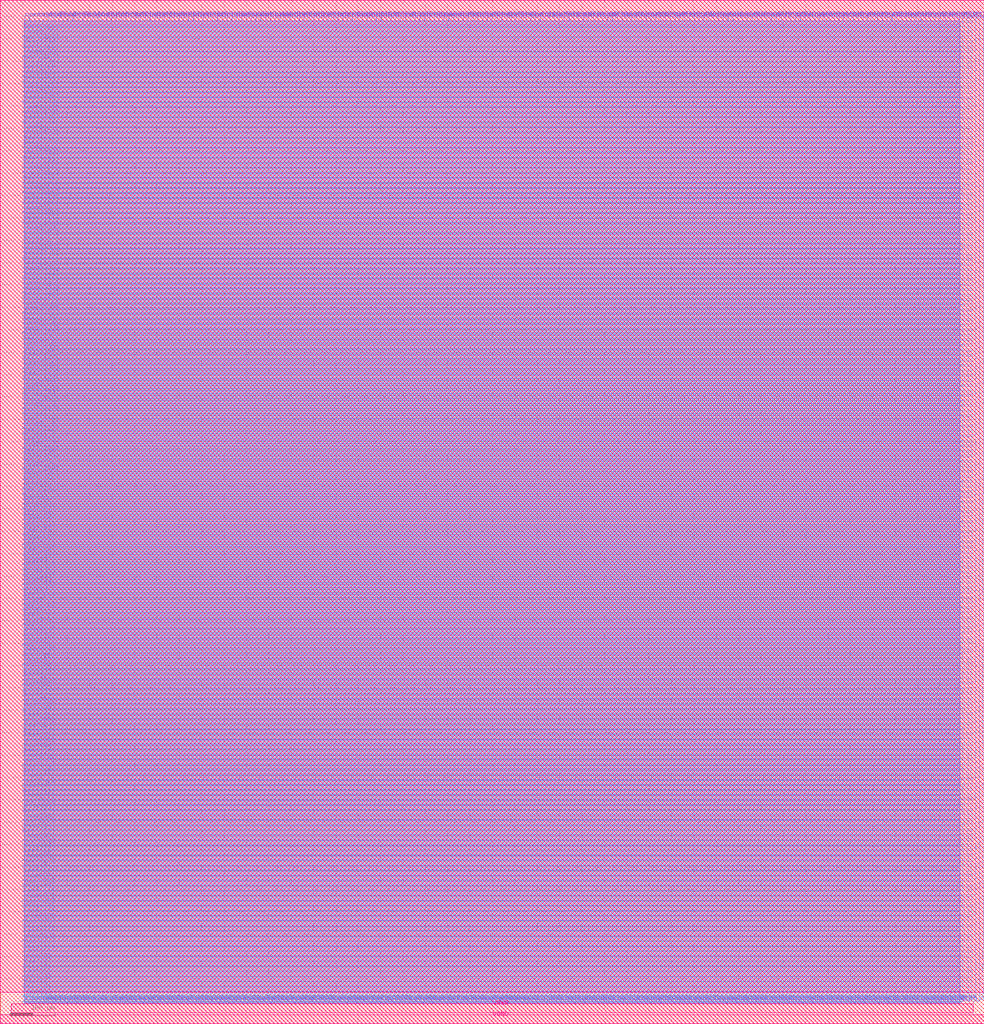
<source format=lef>
VERSION 5.7 ;
  NOWIREEXTENSIONATPIN ON ;
  DIVIDERCHAR "/" ;
  BUSBITCHARS "[]" ;
MACRO mac_tile
  CLASS BLOCK ;
  FOREIGN mac_tile ;
  ORIGIN 0.000 0.000 ;
  SIZE 2198.860 BY 2286.000 ;
  PIN cen
    DIRECTION INPUT ;
    PORT
      LAYER met2 ;
        RECT 2122.330 44.120 2122.610 48.120 ;
    END
  END cen
  PIN clk
    DIRECTION INPUT ;
    PORT
      LAYER met2 ;
        RECT 2132.910 44.120 2133.190 48.120 ;
    END
  END clk
  PIN cset
    DIRECTION INPUT ;
    PORT
      LAYER met3 ;
        RECT 2145.480 2237.840 2149.480 2238.440 ;
    END
  END cset
  PIN cset_out
    DIRECTION OUTPUT TRISTATE ;
    PORT
      LAYER met2 ;
        RECT 2143.490 44.120 2143.770 48.120 ;
    END
  END cset_out
  PIN east[0]
    DIRECTION INOUT ;
    PORT
      LAYER met3 ;
        RECT 2145.480 49.600 2149.480 50.200 ;
    END
  END east[0]
  PIN east[100]
    DIRECTION INOUT ;
    PORT
      LAYER met3 ;
        RECT 2145.480 1177.040 2149.480 1177.640 ;
    END
  END east[100]
  PIN east[101]
    DIRECTION INOUT ;
    PORT
      LAYER met3 ;
        RECT 2145.480 1188.600 2149.480 1189.200 ;
    END
  END east[101]
  PIN east[102]
    DIRECTION INOUT ;
    PORT
      LAYER met3 ;
        RECT 2145.480 1200.160 2149.480 1200.760 ;
    END
  END east[102]
  PIN east[103]
    DIRECTION INOUT ;
    PORT
      LAYER met3 ;
        RECT 2145.480 1211.040 2149.480 1211.640 ;
    END
  END east[103]
  PIN east[104]
    DIRECTION INOUT ;
    PORT
      LAYER met3 ;
        RECT 2145.480 1222.600 2149.480 1223.200 ;
    END
  END east[104]
  PIN east[105]
    DIRECTION INOUT ;
    PORT
      LAYER met3 ;
        RECT 2145.480 1233.480 2149.480 1234.080 ;
    END
  END east[105]
  PIN east[106]
    DIRECTION INOUT ;
    PORT
      LAYER met3 ;
        RECT 2145.480 1245.040 2149.480 1245.640 ;
    END
  END east[106]
  PIN east[107]
    DIRECTION INOUT ;
    PORT
      LAYER met3 ;
        RECT 2145.480 1256.600 2149.480 1257.200 ;
    END
  END east[107]
  PIN east[108]
    DIRECTION INOUT ;
    PORT
      LAYER met3 ;
        RECT 2145.480 1267.480 2149.480 1268.080 ;
    END
  END east[108]
  PIN east[109]
    DIRECTION INOUT ;
    PORT
      LAYER met3 ;
        RECT 2145.480 1279.040 2149.480 1279.640 ;
    END
  END east[109]
  PIN east[10]
    DIRECTION INOUT ;
    PORT
      LAYER met3 ;
        RECT 2145.480 161.800 2149.480 162.400 ;
    END
  END east[10]
  PIN east[110]
    DIRECTION INOUT ;
    PORT
      LAYER met3 ;
        RECT 2145.480 1289.920 2149.480 1290.520 ;
    END
  END east[110]
  PIN east[111]
    DIRECTION INOUT ;
    PORT
      LAYER met3 ;
        RECT 2145.480 1301.480 2149.480 1302.080 ;
    END
  END east[111]
  PIN east[112]
    DIRECTION INOUT ;
    PORT
      LAYER met3 ;
        RECT 2145.480 1313.040 2149.480 1313.640 ;
    END
  END east[112]
  PIN east[113]
    DIRECTION INOUT ;
    PORT
      LAYER met3 ;
        RECT 2145.480 1323.920 2149.480 1324.520 ;
    END
  END east[113]
  PIN east[114]
    DIRECTION INOUT ;
    PORT
      LAYER met3 ;
        RECT 2145.480 1335.480 2149.480 1336.080 ;
    END
  END east[114]
  PIN east[115]
    DIRECTION INOUT ;
    PORT
      LAYER met3 ;
        RECT 2145.480 1346.360 2149.480 1346.960 ;
    END
  END east[115]
  PIN east[116]
    DIRECTION INOUT ;
    PORT
      LAYER met3 ;
        RECT 2145.480 1357.920 2149.480 1358.520 ;
    END
  END east[116]
  PIN east[117]
    DIRECTION INOUT ;
    PORT
      LAYER met3 ;
        RECT 2145.480 1369.480 2149.480 1370.080 ;
    END
  END east[117]
  PIN east[118]
    DIRECTION INOUT ;
    PORT
      LAYER met3 ;
        RECT 2145.480 1380.360 2149.480 1380.960 ;
    END
  END east[118]
  PIN east[119]
    DIRECTION INOUT ;
    PORT
      LAYER met3 ;
        RECT 2145.480 1391.920 2149.480 1392.520 ;
    END
  END east[119]
  PIN east[11]
    DIRECTION INOUT ;
    PORT
      LAYER met3 ;
        RECT 2145.480 173.360 2149.480 173.960 ;
    END
  END east[11]
  PIN east[120]
    DIRECTION INOUT ;
    PORT
      LAYER met3 ;
        RECT 2145.480 1402.800 2149.480 1403.400 ;
    END
  END east[120]
  PIN east[121]
    DIRECTION INOUT ;
    PORT
      LAYER met3 ;
        RECT 2145.480 1414.360 2149.480 1414.960 ;
    END
  END east[121]
  PIN east[122]
    DIRECTION INOUT ;
    PORT
      LAYER met3 ;
        RECT 2145.480 1425.240 2149.480 1425.840 ;
    END
  END east[122]
  PIN east[123]
    DIRECTION INOUT ;
    PORT
      LAYER met3 ;
        RECT 2145.480 1436.800 2149.480 1437.400 ;
    END
  END east[123]
  PIN east[124]
    DIRECTION INOUT ;
    PORT
      LAYER met3 ;
        RECT 2145.480 1448.360 2149.480 1448.960 ;
    END
  END east[124]
  PIN east[125]
    DIRECTION INOUT ;
    PORT
      LAYER met3 ;
        RECT 2145.480 1459.240 2149.480 1459.840 ;
    END
  END east[125]
  PIN east[126]
    DIRECTION INOUT ;
    PORT
      LAYER met3 ;
        RECT 2145.480 1470.800 2149.480 1471.400 ;
    END
  END east[126]
  PIN east[127]
    DIRECTION INOUT ;
    PORT
      LAYER met3 ;
        RECT 2145.480 1481.680 2149.480 1482.280 ;
    END
  END east[127]
  PIN east[128]
    DIRECTION INOUT ;
    PORT
      LAYER met3 ;
        RECT 2145.480 1493.240 2149.480 1493.840 ;
    END
  END east[128]
  PIN east[129]
    DIRECTION INOUT ;
    PORT
      LAYER met3 ;
        RECT 2145.480 1504.800 2149.480 1505.400 ;
    END
  END east[129]
  PIN east[12]
    DIRECTION INOUT ;
    PORT
      LAYER met3 ;
        RECT 2145.480 184.920 2149.480 185.520 ;
    END
  END east[12]
  PIN east[130]
    DIRECTION INOUT ;
    PORT
      LAYER met3 ;
        RECT 2145.480 1515.680 2149.480 1516.280 ;
    END
  END east[130]
  PIN east[131]
    DIRECTION INOUT ;
    PORT
      LAYER met3 ;
        RECT 2145.480 1527.240 2149.480 1527.840 ;
    END
  END east[131]
  PIN east[132]
    DIRECTION INOUT ;
    PORT
      LAYER met3 ;
        RECT 2145.480 1538.120 2149.480 1538.720 ;
    END
  END east[132]
  PIN east[133]
    DIRECTION INOUT ;
    PORT
      LAYER met3 ;
        RECT 2145.480 1549.680 2149.480 1550.280 ;
    END
  END east[133]
  PIN east[134]
    DIRECTION INOUT ;
    PORT
      LAYER met3 ;
        RECT 2145.480 1561.240 2149.480 1561.840 ;
    END
  END east[134]
  PIN east[135]
    DIRECTION INOUT ;
    PORT
      LAYER met3 ;
        RECT 2145.480 1572.120 2149.480 1572.720 ;
    END
  END east[135]
  PIN east[136]
    DIRECTION INOUT ;
    PORT
      LAYER met3 ;
        RECT 2145.480 1583.680 2149.480 1584.280 ;
    END
  END east[136]
  PIN east[137]
    DIRECTION INOUT ;
    PORT
      LAYER met3 ;
        RECT 2145.480 1594.560 2149.480 1595.160 ;
    END
  END east[137]
  PIN east[138]
    DIRECTION INOUT ;
    PORT
      LAYER met3 ;
        RECT 2145.480 1606.120 2149.480 1606.720 ;
    END
  END east[138]
  PIN east[139]
    DIRECTION INOUT ;
    PORT
      LAYER met3 ;
        RECT 2145.480 1617.000 2149.480 1617.600 ;
    END
  END east[139]
  PIN east[13]
    DIRECTION INOUT ;
    PORT
      LAYER met3 ;
        RECT 2145.480 195.800 2149.480 196.400 ;
    END
  END east[13]
  PIN east[140]
    DIRECTION INOUT ;
    PORT
      LAYER met3 ;
        RECT 2145.480 1628.560 2149.480 1629.160 ;
    END
  END east[140]
  PIN east[141]
    DIRECTION INOUT ;
    PORT
      LAYER met3 ;
        RECT 2145.480 1640.120 2149.480 1640.720 ;
    END
  END east[141]
  PIN east[142]
    DIRECTION INOUT ;
    PORT
      LAYER met3 ;
        RECT 2145.480 1651.000 2149.480 1651.600 ;
    END
  END east[142]
  PIN east[143]
    DIRECTION INOUT ;
    PORT
      LAYER met3 ;
        RECT 2145.480 1662.560 2149.480 1663.160 ;
    END
  END east[143]
  PIN east[144]
    DIRECTION INOUT ;
    PORT
      LAYER met3 ;
        RECT 2145.480 1673.440 2149.480 1674.040 ;
    END
  END east[144]
  PIN east[145]
    DIRECTION INOUT ;
    PORT
      LAYER met3 ;
        RECT 2145.480 1685.000 2149.480 1685.600 ;
    END
  END east[145]
  PIN east[146]
    DIRECTION INOUT ;
    PORT
      LAYER met3 ;
        RECT 2145.480 1696.560 2149.480 1697.160 ;
    END
  END east[146]
  PIN east[147]
    DIRECTION INOUT ;
    PORT
      LAYER met3 ;
        RECT 2145.480 1707.440 2149.480 1708.040 ;
    END
  END east[147]
  PIN east[148]
    DIRECTION INOUT ;
    PORT
      LAYER met3 ;
        RECT 2145.480 1719.000 2149.480 1719.600 ;
    END
  END east[148]
  PIN east[149]
    DIRECTION INOUT ;
    PORT
      LAYER met3 ;
        RECT 2145.480 1729.880 2149.480 1730.480 ;
    END
  END east[149]
  PIN east[14]
    DIRECTION INOUT ;
    PORT
      LAYER met3 ;
        RECT 2145.480 207.360 2149.480 207.960 ;
    END
  END east[14]
  PIN east[150]
    DIRECTION INOUT ;
    PORT
      LAYER met3 ;
        RECT 2145.480 1741.440 2149.480 1742.040 ;
    END
  END east[150]
  PIN east[151]
    DIRECTION INOUT ;
    PORT
      LAYER met3 ;
        RECT 2145.480 1753.000 2149.480 1753.600 ;
    END
  END east[151]
  PIN east[152]
    DIRECTION INOUT ;
    PORT
      LAYER met3 ;
        RECT 2145.480 1763.880 2149.480 1764.480 ;
    END
  END east[152]
  PIN east[153]
    DIRECTION INOUT ;
    PORT
      LAYER met3 ;
        RECT 2145.480 1775.440 2149.480 1776.040 ;
    END
  END east[153]
  PIN east[154]
    DIRECTION INOUT ;
    PORT
      LAYER met3 ;
        RECT 2145.480 1786.320 2149.480 1786.920 ;
    END
  END east[154]
  PIN east[155]
    DIRECTION INOUT ;
    PORT
      LAYER met3 ;
        RECT 2145.480 1797.880 2149.480 1798.480 ;
    END
  END east[155]
  PIN east[156]
    DIRECTION INOUT ;
    PORT
      LAYER met3 ;
        RECT 2145.480 1809.440 2149.480 1810.040 ;
    END
  END east[156]
  PIN east[157]
    DIRECTION INOUT ;
    PORT
      LAYER met3 ;
        RECT 2145.480 1820.320 2149.480 1820.920 ;
    END
  END east[157]
  PIN east[158]
    DIRECTION INOUT ;
    PORT
      LAYER met3 ;
        RECT 2145.480 1831.880 2149.480 1832.480 ;
    END
  END east[158]
  PIN east[159]
    DIRECTION INOUT ;
    PORT
      LAYER met3 ;
        RECT 2145.480 1842.760 2149.480 1843.360 ;
    END
  END east[159]
  PIN east[15]
    DIRECTION INOUT ;
    PORT
      LAYER met3 ;
        RECT 2145.480 218.240 2149.480 218.840 ;
    END
  END east[15]
  PIN east[160]
    DIRECTION INOUT ;
    PORT
      LAYER met3 ;
        RECT 2145.480 1854.320 2149.480 1854.920 ;
    END
  END east[160]
  PIN east[161]
    DIRECTION INOUT ;
    PORT
      LAYER met3 ;
        RECT 2145.480 1865.200 2149.480 1865.800 ;
    END
  END east[161]
  PIN east[162]
    DIRECTION INOUT ;
    PORT
      LAYER met3 ;
        RECT 2145.480 1876.760 2149.480 1877.360 ;
    END
  END east[162]
  PIN east[163]
    DIRECTION INOUT ;
    PORT
      LAYER met3 ;
        RECT 2145.480 1888.320 2149.480 1888.920 ;
    END
  END east[163]
  PIN east[164]
    DIRECTION INOUT ;
    PORT
      LAYER met3 ;
        RECT 2145.480 1899.200 2149.480 1899.800 ;
    END
  END east[164]
  PIN east[165]
    DIRECTION INOUT ;
    PORT
      LAYER met3 ;
        RECT 2145.480 1910.760 2149.480 1911.360 ;
    END
  END east[165]
  PIN east[166]
    DIRECTION INOUT ;
    PORT
      LAYER met3 ;
        RECT 2145.480 1921.640 2149.480 1922.240 ;
    END
  END east[166]
  PIN east[167]
    DIRECTION INOUT ;
    PORT
      LAYER met3 ;
        RECT 2145.480 1933.200 2149.480 1933.800 ;
    END
  END east[167]
  PIN east[168]
    DIRECTION INOUT ;
    PORT
      LAYER met3 ;
        RECT 2145.480 1944.760 2149.480 1945.360 ;
    END
  END east[168]
  PIN east[169]
    DIRECTION INOUT ;
    PORT
      LAYER met3 ;
        RECT 2145.480 1955.640 2149.480 1956.240 ;
    END
  END east[169]
  PIN east[16]
    DIRECTION INOUT ;
    PORT
      LAYER met3 ;
        RECT 2145.480 229.800 2149.480 230.400 ;
    END
  END east[16]
  PIN east[170]
    DIRECTION INOUT ;
    PORT
      LAYER met3 ;
        RECT 2145.480 1967.200 2149.480 1967.800 ;
    END
  END east[170]
  PIN east[171]
    DIRECTION INOUT ;
    PORT
      LAYER met3 ;
        RECT 2145.480 1978.080 2149.480 1978.680 ;
    END
  END east[171]
  PIN east[172]
    DIRECTION INOUT ;
    PORT
      LAYER met3 ;
        RECT 2145.480 1989.640 2149.480 1990.240 ;
    END
  END east[172]
  PIN east[173]
    DIRECTION INOUT ;
    PORT
      LAYER met3 ;
        RECT 2145.480 2001.200 2149.480 2001.800 ;
    END
  END east[173]
  PIN east[174]
    DIRECTION INOUT ;
    PORT
      LAYER met3 ;
        RECT 2145.480 2012.080 2149.480 2012.680 ;
    END
  END east[174]
  PIN east[175]
    DIRECTION INOUT ;
    PORT
      LAYER met3 ;
        RECT 2145.480 2023.640 2149.480 2024.240 ;
    END
  END east[175]
  PIN east[176]
    DIRECTION INOUT ;
    PORT
      LAYER met3 ;
        RECT 2145.480 2034.520 2149.480 2035.120 ;
    END
  END east[176]
  PIN east[177]
    DIRECTION INOUT ;
    PORT
      LAYER met3 ;
        RECT 2145.480 2046.080 2149.480 2046.680 ;
    END
  END east[177]
  PIN east[178]
    DIRECTION INOUT ;
    PORT
      LAYER met3 ;
        RECT 2145.480 2056.960 2149.480 2057.560 ;
    END
  END east[178]
  PIN east[179]
    DIRECTION INOUT ;
    PORT
      LAYER met3 ;
        RECT 2145.480 2068.520 2149.480 2069.120 ;
    END
  END east[179]
  PIN east[17]
    DIRECTION INOUT ;
    PORT
      LAYER met3 ;
        RECT 2145.480 241.360 2149.480 241.960 ;
    END
  END east[17]
  PIN east[180]
    DIRECTION INOUT ;
    PORT
      LAYER met3 ;
        RECT 2145.480 2080.080 2149.480 2080.680 ;
    END
  END east[180]
  PIN east[181]
    DIRECTION INOUT ;
    PORT
      LAYER met3 ;
        RECT 2145.480 2090.960 2149.480 2091.560 ;
    END
  END east[181]
  PIN east[182]
    DIRECTION INOUT ;
    PORT
      LAYER met3 ;
        RECT 2145.480 2102.520 2149.480 2103.120 ;
    END
  END east[182]
  PIN east[183]
    DIRECTION INOUT ;
    PORT
      LAYER met3 ;
        RECT 2145.480 2113.400 2149.480 2114.000 ;
    END
  END east[183]
  PIN east[184]
    DIRECTION INOUT ;
    PORT
      LAYER met3 ;
        RECT 2145.480 2124.960 2149.480 2125.560 ;
    END
  END east[184]
  PIN east[185]
    DIRECTION INOUT ;
    PORT
      LAYER met3 ;
        RECT 2145.480 2136.520 2149.480 2137.120 ;
    END
  END east[185]
  PIN east[186]
    DIRECTION INOUT ;
    PORT
      LAYER met3 ;
        RECT 2145.480 2147.400 2149.480 2148.000 ;
    END
  END east[186]
  PIN east[187]
    DIRECTION INOUT ;
    PORT
      LAYER met3 ;
        RECT 2145.480 2158.960 2149.480 2159.560 ;
    END
  END east[187]
  PIN east[188]
    DIRECTION INOUT ;
    PORT
      LAYER met3 ;
        RECT 2145.480 2169.840 2149.480 2170.440 ;
    END
  END east[188]
  PIN east[189]
    DIRECTION INOUT ;
    PORT
      LAYER met3 ;
        RECT 2145.480 2181.400 2149.480 2182.000 ;
    END
  END east[189]
  PIN east[18]
    DIRECTION INOUT ;
    PORT
      LAYER met3 ;
        RECT 2145.480 252.240 2149.480 252.840 ;
    END
  END east[18]
  PIN east[190]
    DIRECTION INOUT ;
    PORT
      LAYER met3 ;
        RECT 2145.480 2192.960 2149.480 2193.560 ;
    END
  END east[190]
  PIN east[191]
    DIRECTION INOUT ;
    PORT
      LAYER met3 ;
        RECT 2145.480 2203.840 2149.480 2204.440 ;
    END
  END east[191]
  PIN east[192]
    DIRECTION INOUT ;
    PORT
      LAYER met3 ;
        RECT 2145.480 2215.400 2149.480 2216.000 ;
    END
  END east[192]
  PIN east[193]
    DIRECTION INOUT ;
    PORT
      LAYER met3 ;
        RECT 2145.480 2226.280 2149.480 2226.880 ;
    END
  END east[193]
  PIN east[19]
    DIRECTION INOUT ;
    PORT
      LAYER met3 ;
        RECT 2145.480 263.800 2149.480 264.400 ;
    END
  END east[19]
  PIN east[1]
    DIRECTION INOUT ;
    PORT
      LAYER met3 ;
        RECT 2145.480 60.480 2149.480 61.080 ;
    END
  END east[1]
  PIN east[20]
    DIRECTION INOUT ;
    PORT
      LAYER met3 ;
        RECT 2145.480 274.680 2149.480 275.280 ;
    END
  END east[20]
  PIN east[21]
    DIRECTION INOUT ;
    PORT
      LAYER met3 ;
        RECT 2145.480 286.240 2149.480 286.840 ;
    END
  END east[21]
  PIN east[22]
    DIRECTION INOUT ;
    PORT
      LAYER met3 ;
        RECT 2145.480 297.120 2149.480 297.720 ;
    END
  END east[22]
  PIN east[23]
    DIRECTION INOUT ;
    PORT
      LAYER met3 ;
        RECT 2145.480 308.680 2149.480 309.280 ;
    END
  END east[23]
  PIN east[24]
    DIRECTION INOUT ;
    PORT
      LAYER met3 ;
        RECT 2145.480 320.240 2149.480 320.840 ;
    END
  END east[24]
  PIN east[25]
    DIRECTION INOUT ;
    PORT
      LAYER met3 ;
        RECT 2145.480 331.120 2149.480 331.720 ;
    END
  END east[25]
  PIN east[26]
    DIRECTION INOUT ;
    PORT
      LAYER met3 ;
        RECT 2145.480 342.680 2149.480 343.280 ;
    END
  END east[26]
  PIN east[27]
    DIRECTION INOUT ;
    PORT
      LAYER met3 ;
        RECT 2145.480 353.560 2149.480 354.160 ;
    END
  END east[27]
  PIN east[28]
    DIRECTION INOUT ;
    PORT
      LAYER met3 ;
        RECT 2145.480 365.120 2149.480 365.720 ;
    END
  END east[28]
  PIN east[29]
    DIRECTION INOUT ;
    PORT
      LAYER met3 ;
        RECT 2145.480 376.680 2149.480 377.280 ;
    END
  END east[29]
  PIN east[2]
    DIRECTION INOUT ;
    PORT
      LAYER met3 ;
        RECT 2145.480 72.040 2149.480 72.640 ;
    END
  END east[2]
  PIN east[30]
    DIRECTION INOUT ;
    PORT
      LAYER met3 ;
        RECT 2145.480 387.560 2149.480 388.160 ;
    END
  END east[30]
  PIN east[31]
    DIRECTION INOUT ;
    PORT
      LAYER met3 ;
        RECT 2145.480 399.120 2149.480 399.720 ;
    END
  END east[31]
  PIN east[32]
    DIRECTION INOUT ;
    PORT
      LAYER met3 ;
        RECT 2145.480 410.000 2149.480 410.600 ;
    END
  END east[32]
  PIN east[33]
    DIRECTION INOUT ;
    PORT
      LAYER met3 ;
        RECT 2145.480 421.560 2149.480 422.160 ;
    END
  END east[33]
  PIN east[34]
    DIRECTION INOUT ;
    PORT
      LAYER met3 ;
        RECT 2145.480 433.120 2149.480 433.720 ;
    END
  END east[34]
  PIN east[35]
    DIRECTION INOUT ;
    PORT
      LAYER met3 ;
        RECT 2145.480 444.000 2149.480 444.600 ;
    END
  END east[35]
  PIN east[36]
    DIRECTION INOUT ;
    PORT
      LAYER met3 ;
        RECT 2145.480 455.560 2149.480 456.160 ;
    END
  END east[36]
  PIN east[37]
    DIRECTION INOUT ;
    PORT
      LAYER met3 ;
        RECT 2145.480 466.440 2149.480 467.040 ;
    END
  END east[37]
  PIN east[38]
    DIRECTION INOUT ;
    PORT
      LAYER met3 ;
        RECT 2145.480 478.000 2149.480 478.600 ;
    END
  END east[38]
  PIN east[39]
    DIRECTION INOUT ;
    PORT
      LAYER met3 ;
        RECT 2145.480 489.560 2149.480 490.160 ;
    END
  END east[39]
  PIN east[3]
    DIRECTION INOUT ;
    PORT
      LAYER met3 ;
        RECT 2145.480 82.920 2149.480 83.520 ;
    END
  END east[3]
  PIN east[40]
    DIRECTION INOUT ;
    PORT
      LAYER met3 ;
        RECT 2145.480 500.440 2149.480 501.040 ;
    END
  END east[40]
  PIN east[41]
    DIRECTION INOUT ;
    PORT
      LAYER met3 ;
        RECT 2145.480 512.000 2149.480 512.600 ;
    END
  END east[41]
  PIN east[42]
    DIRECTION INOUT ;
    PORT
      LAYER met3 ;
        RECT 2145.480 522.880 2149.480 523.480 ;
    END
  END east[42]
  PIN east[43]
    DIRECTION INOUT ;
    PORT
      LAYER met3 ;
        RECT 2145.480 534.440 2149.480 535.040 ;
    END
  END east[43]
  PIN east[44]
    DIRECTION INOUT ;
    PORT
      LAYER met3 ;
        RECT 2145.480 545.320 2149.480 545.920 ;
    END
  END east[44]
  PIN east[45]
    DIRECTION INOUT ;
    PORT
      LAYER met3 ;
        RECT 2145.480 556.880 2149.480 557.480 ;
    END
  END east[45]
  PIN east[46]
    DIRECTION INOUT ;
    PORT
      LAYER met3 ;
        RECT 2145.480 568.440 2149.480 569.040 ;
    END
  END east[46]
  PIN east[47]
    DIRECTION INOUT ;
    PORT
      LAYER met3 ;
        RECT 2145.480 579.320 2149.480 579.920 ;
    END
  END east[47]
  PIN east[48]
    DIRECTION INOUT ;
    PORT
      LAYER met3 ;
        RECT 2145.480 590.880 2149.480 591.480 ;
    END
  END east[48]
  PIN east[49]
    DIRECTION INOUT ;
    PORT
      LAYER met3 ;
        RECT 2145.480 601.760 2149.480 602.360 ;
    END
  END east[49]
  PIN east[4]
    DIRECTION INOUT ;
    PORT
      LAYER met3 ;
        RECT 2145.480 94.480 2149.480 95.080 ;
    END
  END east[4]
  PIN east[50]
    DIRECTION INOUT ;
    PORT
      LAYER met3 ;
        RECT 2145.480 613.320 2149.480 613.920 ;
    END
  END east[50]
  PIN east[51]
    DIRECTION INOUT ;
    PORT
      LAYER met3 ;
        RECT 2145.480 624.880 2149.480 625.480 ;
    END
  END east[51]
  PIN east[52]
    DIRECTION INOUT ;
    PORT
      LAYER met3 ;
        RECT 2145.480 635.760 2149.480 636.360 ;
    END
  END east[52]
  PIN east[53]
    DIRECTION INOUT ;
    PORT
      LAYER met3 ;
        RECT 2145.480 647.320 2149.480 647.920 ;
    END
  END east[53]
  PIN east[54]
    DIRECTION INOUT ;
    PORT
      LAYER met3 ;
        RECT 2145.480 658.200 2149.480 658.800 ;
    END
  END east[54]
  PIN east[55]
    DIRECTION INOUT ;
    PORT
      LAYER met3 ;
        RECT 2145.480 669.760 2149.480 670.360 ;
    END
  END east[55]
  PIN east[56]
    DIRECTION INOUT ;
    PORT
      LAYER met3 ;
        RECT 2145.480 681.320 2149.480 681.920 ;
    END
  END east[56]
  PIN east[57]
    DIRECTION INOUT ;
    PORT
      LAYER met3 ;
        RECT 2145.480 692.200 2149.480 692.800 ;
    END
  END east[57]
  PIN east[58]
    DIRECTION INOUT ;
    PORT
      LAYER met3 ;
        RECT 2145.480 703.760 2149.480 704.360 ;
    END
  END east[58]
  PIN east[59]
    DIRECTION INOUT ;
    PORT
      LAYER met3 ;
        RECT 2145.480 714.640 2149.480 715.240 ;
    END
  END east[59]
  PIN east[5]
    DIRECTION INOUT ;
    PORT
      LAYER met3 ;
        RECT 2145.480 105.360 2149.480 105.960 ;
    END
  END east[5]
  PIN east[60]
    DIRECTION INOUT ;
    PORT
      LAYER met3 ;
        RECT 2145.480 726.200 2149.480 726.800 ;
    END
  END east[60]
  PIN east[61]
    DIRECTION INOUT ;
    PORT
      LAYER met3 ;
        RECT 2145.480 737.080 2149.480 737.680 ;
    END
  END east[61]
  PIN east[62]
    DIRECTION INOUT ;
    PORT
      LAYER met3 ;
        RECT 2145.480 748.640 2149.480 749.240 ;
    END
  END east[62]
  PIN east[63]
    DIRECTION INOUT ;
    PORT
      LAYER met3 ;
        RECT 2145.480 760.200 2149.480 760.800 ;
    END
  END east[63]
  PIN east[64]
    DIRECTION INOUT ;
    PORT
      LAYER met3 ;
        RECT 2145.480 771.080 2149.480 771.680 ;
    END
  END east[64]
  PIN east[65]
    DIRECTION INOUT ;
    PORT
      LAYER met3 ;
        RECT 2145.480 782.640 2149.480 783.240 ;
    END
  END east[65]
  PIN east[66]
    DIRECTION INOUT ;
    PORT
      LAYER met3 ;
        RECT 2145.480 793.520 2149.480 794.120 ;
    END
  END east[66]
  PIN east[67]
    DIRECTION INOUT ;
    PORT
      LAYER met3 ;
        RECT 2145.480 805.080 2149.480 805.680 ;
    END
  END east[67]
  PIN east[68]
    DIRECTION INOUT ;
    PORT
      LAYER met3 ;
        RECT 2145.480 816.640 2149.480 817.240 ;
    END
  END east[68]
  PIN east[69]
    DIRECTION INOUT ;
    PORT
      LAYER met3 ;
        RECT 2145.480 827.520 2149.480 828.120 ;
    END
  END east[69]
  PIN east[6]
    DIRECTION INOUT ;
    PORT
      LAYER met3 ;
        RECT 2145.480 116.920 2149.480 117.520 ;
    END
  END east[6]
  PIN east[70]
    DIRECTION INOUT ;
    PORT
      LAYER met3 ;
        RECT 2145.480 839.080 2149.480 839.680 ;
    END
  END east[70]
  PIN east[71]
    DIRECTION INOUT ;
    PORT
      LAYER met3 ;
        RECT 2145.480 849.960 2149.480 850.560 ;
    END
  END east[71]
  PIN east[72]
    DIRECTION INOUT ;
    PORT
      LAYER met3 ;
        RECT 2145.480 861.520 2149.480 862.120 ;
    END
  END east[72]
  PIN east[73]
    DIRECTION INOUT ;
    PORT
      LAYER met3 ;
        RECT 2145.480 873.080 2149.480 873.680 ;
    END
  END east[73]
  PIN east[74]
    DIRECTION INOUT ;
    PORT
      LAYER met3 ;
        RECT 2145.480 883.960 2149.480 884.560 ;
    END
  END east[74]
  PIN east[75]
    DIRECTION INOUT ;
    PORT
      LAYER met3 ;
        RECT 2145.480 895.520 2149.480 896.120 ;
    END
  END east[75]
  PIN east[76]
    DIRECTION INOUT ;
    PORT
      LAYER met3 ;
        RECT 2145.480 906.400 2149.480 907.000 ;
    END
  END east[76]
  PIN east[77]
    DIRECTION INOUT ;
    PORT
      LAYER met3 ;
        RECT 2145.480 917.960 2149.480 918.560 ;
    END
  END east[77]
  PIN east[78]
    DIRECTION INOUT ;
    PORT
      LAYER met3 ;
        RECT 2145.480 929.520 2149.480 930.120 ;
    END
  END east[78]
  PIN east[79]
    DIRECTION INOUT ;
    PORT
      LAYER met3 ;
        RECT 2145.480 940.400 2149.480 941.000 ;
    END
  END east[79]
  PIN east[7]
    DIRECTION INOUT ;
    PORT
      LAYER met3 ;
        RECT 2145.480 128.480 2149.480 129.080 ;
    END
  END east[7]
  PIN east[80]
    DIRECTION INOUT ;
    PORT
      LAYER met3 ;
        RECT 2145.480 951.960 2149.480 952.560 ;
    END
  END east[80]
  PIN east[81]
    DIRECTION INOUT ;
    PORT
      LAYER met3 ;
        RECT 2145.480 962.840 2149.480 963.440 ;
    END
  END east[81]
  PIN east[82]
    DIRECTION INOUT ;
    PORT
      LAYER met3 ;
        RECT 2145.480 974.400 2149.480 975.000 ;
    END
  END east[82]
  PIN east[83]
    DIRECTION INOUT ;
    PORT
      LAYER met3 ;
        RECT 2145.480 985.280 2149.480 985.880 ;
    END
  END east[83]
  PIN east[84]
    DIRECTION INOUT ;
    PORT
      LAYER met3 ;
        RECT 2145.480 996.840 2149.480 997.440 ;
    END
  END east[84]
  PIN east[85]
    DIRECTION INOUT ;
    PORT
      LAYER met3 ;
        RECT 2145.480 1008.400 2149.480 1009.000 ;
    END
  END east[85]
  PIN east[86]
    DIRECTION INOUT ;
    PORT
      LAYER met3 ;
        RECT 2145.480 1019.280 2149.480 1019.880 ;
    END
  END east[86]
  PIN east[87]
    DIRECTION INOUT ;
    PORT
      LAYER met3 ;
        RECT 2145.480 1030.840 2149.480 1031.440 ;
    END
  END east[87]
  PIN east[88]
    DIRECTION INOUT ;
    PORT
      LAYER met3 ;
        RECT 2145.480 1041.720 2149.480 1042.320 ;
    END
  END east[88]
  PIN east[89]
    DIRECTION INOUT ;
    PORT
      LAYER met3 ;
        RECT 2145.480 1053.280 2149.480 1053.880 ;
    END
  END east[89]
  PIN east[8]
    DIRECTION INOUT ;
    PORT
      LAYER met3 ;
        RECT 2145.480 139.360 2149.480 139.960 ;
    END
  END east[8]
  PIN east[90]
    DIRECTION INOUT ;
    PORT
      LAYER met3 ;
        RECT 2145.480 1064.840 2149.480 1065.440 ;
    END
  END east[90]
  PIN east[91]
    DIRECTION INOUT ;
    PORT
      LAYER met3 ;
        RECT 2145.480 1075.720 2149.480 1076.320 ;
    END
  END east[91]
  PIN east[92]
    DIRECTION INOUT ;
    PORT
      LAYER met3 ;
        RECT 2145.480 1087.280 2149.480 1087.880 ;
    END
  END east[92]
  PIN east[93]
    DIRECTION INOUT ;
    PORT
      LAYER met3 ;
        RECT 2145.480 1098.160 2149.480 1098.760 ;
    END
  END east[93]
  PIN east[94]
    DIRECTION INOUT ;
    PORT
      LAYER met3 ;
        RECT 2145.480 1109.720 2149.480 1110.320 ;
    END
  END east[94]
  PIN east[95]
    DIRECTION INOUT ;
    PORT
      LAYER met3 ;
        RECT 2145.480 1121.280 2149.480 1121.880 ;
    END
  END east[95]
  PIN east[96]
    DIRECTION INOUT ;
    PORT
      LAYER met3 ;
        RECT 2145.480 1132.160 2149.480 1132.760 ;
    END
  END east[96]
  PIN east[97]
    DIRECTION INOUT ;
    PORT
      LAYER met3 ;
        RECT 2145.480 1143.720 2149.480 1144.320 ;
    END
  END east[97]
  PIN east[98]
    DIRECTION INOUT ;
    PORT
      LAYER met3 ;
        RECT 2145.480 1154.600 2149.480 1155.200 ;
    END
  END east[98]
  PIN east[99]
    DIRECTION INOUT ;
    PORT
      LAYER met3 ;
        RECT 2145.480 1166.160 2149.480 1166.760 ;
    END
  END east[99]
  PIN east[9]
    DIRECTION INOUT ;
    PORT
      LAYER met3 ;
        RECT 2145.480 150.920 2149.480 151.520 ;
    END
  END east[9]
  PIN en
    DIRECTION INPUT ;
    PORT
      LAYER met3 ;
        RECT 49.480 2226.280 53.480 2226.880 ;
    END
  END en
  PIN north[0]
    DIRECTION INOUT ;
    PORT
      LAYER met2 ;
        RECT 54.630 2240.120 54.910 2244.120 ;
    END
  END north[0]
  PIN north[100]
    DIRECTION INOUT ;
    PORT
      LAYER met2 ;
        RECT 1131.490 2240.120 1131.770 2244.120 ;
    END
  END north[100]
  PIN north[101]
    DIRECTION INOUT ;
    PORT
      LAYER met2 ;
        RECT 1142.070 2240.120 1142.350 2244.120 ;
    END
  END north[101]
  PIN north[102]
    DIRECTION INOUT ;
    PORT
      LAYER met2 ;
        RECT 1152.650 2240.120 1152.930 2244.120 ;
    END
  END north[102]
  PIN north[103]
    DIRECTION INOUT ;
    PORT
      LAYER met2 ;
        RECT 1163.690 2240.120 1163.970 2244.120 ;
    END
  END north[103]
  PIN north[104]
    DIRECTION INOUT ;
    PORT
      LAYER met2 ;
        RECT 1174.270 2240.120 1174.550 2244.120 ;
    END
  END north[104]
  PIN north[105]
    DIRECTION INOUT ;
    PORT
      LAYER met2 ;
        RECT 1185.310 2240.120 1185.590 2244.120 ;
    END
  END north[105]
  PIN north[106]
    DIRECTION INOUT ;
    PORT
      LAYER met2 ;
        RECT 1195.890 2240.120 1196.170 2244.120 ;
    END
  END north[106]
  PIN north[107]
    DIRECTION INOUT ;
    PORT
      LAYER met2 ;
        RECT 1206.470 2240.120 1206.750 2244.120 ;
    END
  END north[107]
  PIN north[108]
    DIRECTION INOUT ;
    PORT
      LAYER met2 ;
        RECT 1217.510 2240.120 1217.790 2244.120 ;
    END
  END north[108]
  PIN north[109]
    DIRECTION INOUT ;
    PORT
      LAYER met2 ;
        RECT 1228.090 2240.120 1228.370 2244.120 ;
    END
  END north[109]
  PIN north[10]
    DIRECTION INOUT ;
    PORT
      LAYER met2 ;
        RECT 162.270 2240.120 162.550 2244.120 ;
    END
  END north[10]
  PIN north[110]
    DIRECTION INOUT ;
    PORT
      LAYER met2 ;
        RECT 1239.130 2240.120 1239.410 2244.120 ;
    END
  END north[110]
  PIN north[111]
    DIRECTION INOUT ;
    PORT
      LAYER met2 ;
        RECT 1249.710 2240.120 1249.990 2244.120 ;
    END
  END north[111]
  PIN north[112]
    DIRECTION INOUT ;
    PORT
      LAYER met2 ;
        RECT 1260.290 2240.120 1260.570 2244.120 ;
    END
  END north[112]
  PIN north[113]
    DIRECTION INOUT ;
    PORT
      LAYER met2 ;
        RECT 1271.330 2240.120 1271.610 2244.120 ;
    END
  END north[113]
  PIN north[114]
    DIRECTION INOUT ;
    PORT
      LAYER met2 ;
        RECT 1281.910 2240.120 1282.190 2244.120 ;
    END
  END north[114]
  PIN north[115]
    DIRECTION INOUT ;
    PORT
      LAYER met2 ;
        RECT 1292.950 2240.120 1293.230 2244.120 ;
    END
  END north[115]
  PIN north[116]
    DIRECTION INOUT ;
    PORT
      LAYER met2 ;
        RECT 1303.530 2240.120 1303.810 2244.120 ;
    END
  END north[116]
  PIN north[117]
    DIRECTION INOUT ;
    PORT
      LAYER met2 ;
        RECT 1314.570 2240.120 1314.850 2244.120 ;
    END
  END north[117]
  PIN north[118]
    DIRECTION INOUT ;
    PORT
      LAYER met2 ;
        RECT 1325.150 2240.120 1325.430 2244.120 ;
    END
  END north[118]
  PIN north[119]
    DIRECTION INOUT ;
    PORT
      LAYER met2 ;
        RECT 1335.730 2240.120 1336.010 2244.120 ;
    END
  END north[119]
  PIN north[11]
    DIRECTION INOUT ;
    PORT
      LAYER met2 ;
        RECT 172.850 2240.120 173.130 2244.120 ;
    END
  END north[11]
  PIN north[120]
    DIRECTION INOUT ;
    PORT
      LAYER met2 ;
        RECT 1346.770 2240.120 1347.050 2244.120 ;
    END
  END north[120]
  PIN north[121]
    DIRECTION INOUT ;
    PORT
      LAYER met2 ;
        RECT 1357.350 2240.120 1357.630 2244.120 ;
    END
  END north[121]
  PIN north[122]
    DIRECTION INOUT ;
    PORT
      LAYER met2 ;
        RECT 1368.390 2240.120 1368.670 2244.120 ;
    END
  END north[122]
  PIN north[123]
    DIRECTION INOUT ;
    PORT
      LAYER met2 ;
        RECT 1378.970 2240.120 1379.250 2244.120 ;
    END
  END north[123]
  PIN north[124]
    DIRECTION INOUT ;
    PORT
      LAYER met2 ;
        RECT 1389.550 2240.120 1389.830 2244.120 ;
    END
  END north[124]
  PIN north[125]
    DIRECTION INOUT ;
    PORT
      LAYER met2 ;
        RECT 1400.590 2240.120 1400.870 2244.120 ;
    END
  END north[125]
  PIN north[126]
    DIRECTION INOUT ;
    PORT
      LAYER met2 ;
        RECT 1411.170 2240.120 1411.450 2244.120 ;
    END
  END north[126]
  PIN north[127]
    DIRECTION INOUT ;
    PORT
      LAYER met2 ;
        RECT 1422.210 2240.120 1422.490 2244.120 ;
    END
  END north[127]
  PIN north[128]
    DIRECTION INOUT ;
    PORT
      LAYER met2 ;
        RECT 1432.790 2240.120 1433.070 2244.120 ;
    END
  END north[128]
  PIN north[129]
    DIRECTION INOUT ;
    PORT
      LAYER met2 ;
        RECT 1443.370 2240.120 1443.650 2244.120 ;
    END
  END north[129]
  PIN north[12]
    DIRECTION INOUT ;
    PORT
      LAYER met2 ;
        RECT 183.430 2240.120 183.710 2244.120 ;
    END
  END north[12]
  PIN north[130]
    DIRECTION INOUT ;
    PORT
      LAYER met2 ;
        RECT 1454.410 2240.120 1454.690 2244.120 ;
    END
  END north[130]
  PIN north[131]
    DIRECTION INOUT ;
    PORT
      LAYER met2 ;
        RECT 1464.990 2240.120 1465.270 2244.120 ;
    END
  END north[131]
  PIN north[132]
    DIRECTION INOUT ;
    PORT
      LAYER met2 ;
        RECT 1476.030 2240.120 1476.310 2244.120 ;
    END
  END north[132]
  PIN north[133]
    DIRECTION INOUT ;
    PORT
      LAYER met2 ;
        RECT 1486.610 2240.120 1486.890 2244.120 ;
    END
  END north[133]
  PIN north[134]
    DIRECTION INOUT ;
    PORT
      LAYER met2 ;
        RECT 1497.190 2240.120 1497.470 2244.120 ;
    END
  END north[134]
  PIN north[135]
    DIRECTION INOUT ;
    PORT
      LAYER met2 ;
        RECT 1508.230 2240.120 1508.510 2244.120 ;
    END
  END north[135]
  PIN north[136]
    DIRECTION INOUT ;
    PORT
      LAYER met2 ;
        RECT 1518.810 2240.120 1519.090 2244.120 ;
    END
  END north[136]
  PIN north[137]
    DIRECTION INOUT ;
    PORT
      LAYER met2 ;
        RECT 1529.850 2240.120 1530.130 2244.120 ;
    END
  END north[137]
  PIN north[138]
    DIRECTION INOUT ;
    PORT
      LAYER met2 ;
        RECT 1540.430 2240.120 1540.710 2244.120 ;
    END
  END north[138]
  PIN north[139]
    DIRECTION INOUT ;
    PORT
      LAYER met2 ;
        RECT 1551.470 2240.120 1551.750 2244.120 ;
    END
  END north[139]
  PIN north[13]
    DIRECTION INOUT ;
    PORT
      LAYER met2 ;
        RECT 194.470 2240.120 194.750 2244.120 ;
    END
  END north[13]
  PIN north[140]
    DIRECTION INOUT ;
    PORT
      LAYER met2 ;
        RECT 1562.050 2240.120 1562.330 2244.120 ;
    END
  END north[140]
  PIN north[141]
    DIRECTION INOUT ;
    PORT
      LAYER met2 ;
        RECT 1572.630 2240.120 1572.910 2244.120 ;
    END
  END north[141]
  PIN north[142]
    DIRECTION INOUT ;
    PORT
      LAYER met2 ;
        RECT 1583.670 2240.120 1583.950 2244.120 ;
    END
  END north[142]
  PIN north[143]
    DIRECTION INOUT ;
    PORT
      LAYER met2 ;
        RECT 1594.250 2240.120 1594.530 2244.120 ;
    END
  END north[143]
  PIN north[144]
    DIRECTION INOUT ;
    PORT
      LAYER met2 ;
        RECT 1605.290 2240.120 1605.570 2244.120 ;
    END
  END north[144]
  PIN north[145]
    DIRECTION INOUT ;
    PORT
      LAYER met2 ;
        RECT 1615.870 2240.120 1616.150 2244.120 ;
    END
  END north[145]
  PIN north[146]
    DIRECTION INOUT ;
    PORT
      LAYER met2 ;
        RECT 1626.450 2240.120 1626.730 2244.120 ;
    END
  END north[146]
  PIN north[147]
    DIRECTION INOUT ;
    PORT
      LAYER met2 ;
        RECT 1637.490 2240.120 1637.770 2244.120 ;
    END
  END north[147]
  PIN north[148]
    DIRECTION INOUT ;
    PORT
      LAYER met2 ;
        RECT 1648.070 2240.120 1648.350 2244.120 ;
    END
  END north[148]
  PIN north[149]
    DIRECTION INOUT ;
    PORT
      LAYER met2 ;
        RECT 1659.110 2240.120 1659.390 2244.120 ;
    END
  END north[149]
  PIN north[14]
    DIRECTION INOUT ;
    PORT
      LAYER met2 ;
        RECT 205.050 2240.120 205.330 2244.120 ;
    END
  END north[14]
  PIN north[150]
    DIRECTION INOUT ;
    PORT
      LAYER met2 ;
        RECT 1669.690 2240.120 1669.970 2244.120 ;
    END
  END north[150]
  PIN north[151]
    DIRECTION INOUT ;
    PORT
      LAYER met2 ;
        RECT 1680.270 2240.120 1680.550 2244.120 ;
    END
  END north[151]
  PIN north[152]
    DIRECTION INOUT ;
    PORT
      LAYER met2 ;
        RECT 1691.310 2240.120 1691.590 2244.120 ;
    END
  END north[152]
  PIN north[153]
    DIRECTION INOUT ;
    PORT
      LAYER met2 ;
        RECT 1701.890 2240.120 1702.170 2244.120 ;
    END
  END north[153]
  PIN north[154]
    DIRECTION INOUT ;
    PORT
      LAYER met2 ;
        RECT 1712.930 2240.120 1713.210 2244.120 ;
    END
  END north[154]
  PIN north[155]
    DIRECTION INOUT ;
    PORT
      LAYER met2 ;
        RECT 1723.510 2240.120 1723.790 2244.120 ;
    END
  END north[155]
  PIN north[156]
    DIRECTION INOUT ;
    PORT
      LAYER met2 ;
        RECT 1734.550 2240.120 1734.830 2244.120 ;
    END
  END north[156]
  PIN north[157]
    DIRECTION INOUT ;
    PORT
      LAYER met2 ;
        RECT 1745.130 2240.120 1745.410 2244.120 ;
    END
  END north[157]
  PIN north[158]
    DIRECTION INOUT ;
    PORT
      LAYER met2 ;
        RECT 1755.710 2240.120 1755.990 2244.120 ;
    END
  END north[158]
  PIN north[159]
    DIRECTION INOUT ;
    PORT
      LAYER met2 ;
        RECT 1766.750 2240.120 1767.030 2244.120 ;
    END
  END north[159]
  PIN north[15]
    DIRECTION INOUT ;
    PORT
      LAYER met2 ;
        RECT 216.090 2240.120 216.370 2244.120 ;
    END
  END north[15]
  PIN north[160]
    DIRECTION INOUT ;
    PORT
      LAYER met2 ;
        RECT 1777.330 2240.120 1777.610 2244.120 ;
    END
  END north[160]
  PIN north[161]
    DIRECTION INOUT ;
    PORT
      LAYER met2 ;
        RECT 1788.370 2240.120 1788.650 2244.120 ;
    END
  END north[161]
  PIN north[162]
    DIRECTION INOUT ;
    PORT
      LAYER met2 ;
        RECT 1798.950 2240.120 1799.230 2244.120 ;
    END
  END north[162]
  PIN north[163]
    DIRECTION INOUT ;
    PORT
      LAYER met2 ;
        RECT 1809.530 2240.120 1809.810 2244.120 ;
    END
  END north[163]
  PIN north[164]
    DIRECTION INOUT ;
    PORT
      LAYER met2 ;
        RECT 1820.570 2240.120 1820.850 2244.120 ;
    END
  END north[164]
  PIN north[165]
    DIRECTION INOUT ;
    PORT
      LAYER met2 ;
        RECT 1831.150 2240.120 1831.430 2244.120 ;
    END
  END north[165]
  PIN north[166]
    DIRECTION INOUT ;
    PORT
      LAYER met2 ;
        RECT 1842.190 2240.120 1842.470 2244.120 ;
    END
  END north[166]
  PIN north[167]
    DIRECTION INOUT ;
    PORT
      LAYER met2 ;
        RECT 1852.770 2240.120 1853.050 2244.120 ;
    END
  END north[167]
  PIN north[168]
    DIRECTION INOUT ;
    PORT
      LAYER met2 ;
        RECT 1863.350 2240.120 1863.630 2244.120 ;
    END
  END north[168]
  PIN north[169]
    DIRECTION INOUT ;
    PORT
      LAYER met2 ;
        RECT 1874.390 2240.120 1874.670 2244.120 ;
    END
  END north[169]
  PIN north[16]
    DIRECTION INOUT ;
    PORT
      LAYER met2 ;
        RECT 226.670 2240.120 226.950 2244.120 ;
    END
  END north[16]
  PIN north[170]
    DIRECTION INOUT ;
    PORT
      LAYER met2 ;
        RECT 1884.970 2240.120 1885.250 2244.120 ;
    END
  END north[170]
  PIN north[171]
    DIRECTION INOUT ;
    PORT
      LAYER met2 ;
        RECT 1896.010 2240.120 1896.290 2244.120 ;
    END
  END north[171]
  PIN north[172]
    DIRECTION INOUT ;
    PORT
      LAYER met2 ;
        RECT 1906.590 2240.120 1906.870 2244.120 ;
    END
  END north[172]
  PIN north[173]
    DIRECTION INOUT ;
    PORT
      LAYER met2 ;
        RECT 1917.170 2240.120 1917.450 2244.120 ;
    END
  END north[173]
  PIN north[174]
    DIRECTION INOUT ;
    PORT
      LAYER met2 ;
        RECT 1928.210 2240.120 1928.490 2244.120 ;
    END
  END north[174]
  PIN north[175]
    DIRECTION INOUT ;
    PORT
      LAYER met2 ;
        RECT 1938.790 2240.120 1939.070 2244.120 ;
    END
  END north[175]
  PIN north[176]
    DIRECTION INOUT ;
    PORT
      LAYER met2 ;
        RECT 1949.830 2240.120 1950.110 2244.120 ;
    END
  END north[176]
  PIN north[177]
    DIRECTION INOUT ;
    PORT
      LAYER met2 ;
        RECT 1960.410 2240.120 1960.690 2244.120 ;
    END
  END north[177]
  PIN north[178]
    DIRECTION INOUT ;
    PORT
      LAYER met2 ;
        RECT 1971.450 2240.120 1971.730 2244.120 ;
    END
  END north[178]
  PIN north[179]
    DIRECTION INOUT ;
    PORT
      LAYER met2 ;
        RECT 1982.030 2240.120 1982.310 2244.120 ;
    END
  END north[179]
  PIN north[17]
    DIRECTION INOUT ;
    PORT
      LAYER met2 ;
        RECT 237.250 2240.120 237.530 2244.120 ;
    END
  END north[17]
  PIN north[180]
    DIRECTION INOUT ;
    PORT
      LAYER met2 ;
        RECT 1992.610 2240.120 1992.890 2244.120 ;
    END
  END north[180]
  PIN north[181]
    DIRECTION INOUT ;
    PORT
      LAYER met2 ;
        RECT 2003.650 2240.120 2003.930 2244.120 ;
    END
  END north[181]
  PIN north[182]
    DIRECTION INOUT ;
    PORT
      LAYER met2 ;
        RECT 2014.230 2240.120 2014.510 2244.120 ;
    END
  END north[182]
  PIN north[183]
    DIRECTION INOUT ;
    PORT
      LAYER met2 ;
        RECT 2025.270 2240.120 2025.550 2244.120 ;
    END
  END north[183]
  PIN north[184]
    DIRECTION INOUT ;
    PORT
      LAYER met2 ;
        RECT 2035.850 2240.120 2036.130 2244.120 ;
    END
  END north[184]
  PIN north[185]
    DIRECTION INOUT ;
    PORT
      LAYER met2 ;
        RECT 2046.430 2240.120 2046.710 2244.120 ;
    END
  END north[185]
  PIN north[186]
    DIRECTION INOUT ;
    PORT
      LAYER met2 ;
        RECT 2057.470 2240.120 2057.750 2244.120 ;
    END
  END north[186]
  PIN north[187]
    DIRECTION INOUT ;
    PORT
      LAYER met2 ;
        RECT 2068.050 2240.120 2068.330 2244.120 ;
    END
  END north[187]
  PIN north[188]
    DIRECTION INOUT ;
    PORT
      LAYER met2 ;
        RECT 2079.090 2240.120 2079.370 2244.120 ;
    END
  END north[188]
  PIN north[189]
    DIRECTION INOUT ;
    PORT
      LAYER met2 ;
        RECT 2089.670 2240.120 2089.950 2244.120 ;
    END
  END north[189]
  PIN north[18]
    DIRECTION INOUT ;
    PORT
      LAYER met2 ;
        RECT 248.290 2240.120 248.570 2244.120 ;
    END
  END north[18]
  PIN north[190]
    DIRECTION INOUT ;
    PORT
      LAYER met2 ;
        RECT 2100.250 2240.120 2100.530 2244.120 ;
    END
  END north[190]
  PIN north[191]
    DIRECTION INOUT ;
    PORT
      LAYER met2 ;
        RECT 2111.290 2240.120 2111.570 2244.120 ;
    END
  END north[191]
  PIN north[192]
    DIRECTION INOUT ;
    PORT
      LAYER met2 ;
        RECT 2121.870 2240.120 2122.150 2244.120 ;
    END
  END north[192]
  PIN north[193]
    DIRECTION INOUT ;
    PORT
      LAYER met2 ;
        RECT 2132.910 2240.120 2133.190 2244.120 ;
    END
  END north[193]
  PIN north[19]
    DIRECTION INOUT ;
    PORT
      LAYER met2 ;
        RECT 258.870 2240.120 259.150 2244.120 ;
    END
  END north[19]
  PIN north[1]
    DIRECTION INOUT ;
    PORT
      LAYER met2 ;
        RECT 65.210 2240.120 65.490 2244.120 ;
    END
  END north[1]
  PIN north[20]
    DIRECTION INOUT ;
    PORT
      LAYER met2 ;
        RECT 269.910 2240.120 270.190 2244.120 ;
    END
  END north[20]
  PIN north[21]
    DIRECTION INOUT ;
    PORT
      LAYER met2 ;
        RECT 280.490 2240.120 280.770 2244.120 ;
    END
  END north[21]
  PIN north[22]
    DIRECTION INOUT ;
    PORT
      LAYER met2 ;
        RECT 291.530 2240.120 291.810 2244.120 ;
    END
  END north[22]
  PIN north[23]
    DIRECTION INOUT ;
    PORT
      LAYER met2 ;
        RECT 302.110 2240.120 302.390 2244.120 ;
    END
  END north[23]
  PIN north[24]
    DIRECTION INOUT ;
    PORT
      LAYER met2 ;
        RECT 312.690 2240.120 312.970 2244.120 ;
    END
  END north[24]
  PIN north[25]
    DIRECTION INOUT ;
    PORT
      LAYER met2 ;
        RECT 323.730 2240.120 324.010 2244.120 ;
    END
  END north[25]
  PIN north[26]
    DIRECTION INOUT ;
    PORT
      LAYER met2 ;
        RECT 334.310 2240.120 334.590 2244.120 ;
    END
  END north[26]
  PIN north[27]
    DIRECTION INOUT ;
    PORT
      LAYER met2 ;
        RECT 345.350 2240.120 345.630 2244.120 ;
    END
  END north[27]
  PIN north[28]
    DIRECTION INOUT ;
    PORT
      LAYER met2 ;
        RECT 355.930 2240.120 356.210 2244.120 ;
    END
  END north[28]
  PIN north[29]
    DIRECTION INOUT ;
    PORT
      LAYER met2 ;
        RECT 366.510 2240.120 366.790 2244.120 ;
    END
  END north[29]
  PIN north[2]
    DIRECTION INOUT ;
    PORT
      LAYER met2 ;
        RECT 75.790 2240.120 76.070 2244.120 ;
    END
  END north[2]
  PIN north[30]
    DIRECTION INOUT ;
    PORT
      LAYER met2 ;
        RECT 377.550 2240.120 377.830 2244.120 ;
    END
  END north[30]
  PIN north[31]
    DIRECTION INOUT ;
    PORT
      LAYER met2 ;
        RECT 388.130 2240.120 388.410 2244.120 ;
    END
  END north[31]
  PIN north[32]
    DIRECTION INOUT ;
    PORT
      LAYER met2 ;
        RECT 399.170 2240.120 399.450 2244.120 ;
    END
  END north[32]
  PIN north[33]
    DIRECTION INOUT ;
    PORT
      LAYER met2 ;
        RECT 409.750 2240.120 410.030 2244.120 ;
    END
  END north[33]
  PIN north[34]
    DIRECTION INOUT ;
    PORT
      LAYER met2 ;
        RECT 420.330 2240.120 420.610 2244.120 ;
    END
  END north[34]
  PIN north[35]
    DIRECTION INOUT ;
    PORT
      LAYER met2 ;
        RECT 431.370 2240.120 431.650 2244.120 ;
    END
  END north[35]
  PIN north[36]
    DIRECTION INOUT ;
    PORT
      LAYER met2 ;
        RECT 441.950 2240.120 442.230 2244.120 ;
    END
  END north[36]
  PIN north[37]
    DIRECTION INOUT ;
    PORT
      LAYER met2 ;
        RECT 452.990 2240.120 453.270 2244.120 ;
    END
  END north[37]
  PIN north[38]
    DIRECTION INOUT ;
    PORT
      LAYER met2 ;
        RECT 463.570 2240.120 463.850 2244.120 ;
    END
  END north[38]
  PIN north[39]
    DIRECTION INOUT ;
    PORT
      LAYER met2 ;
        RECT 474.610 2240.120 474.890 2244.120 ;
    END
  END north[39]
  PIN north[3]
    DIRECTION INOUT ;
    PORT
      LAYER met2 ;
        RECT 86.830 2240.120 87.110 2244.120 ;
    END
  END north[3]
  PIN north[40]
    DIRECTION INOUT ;
    PORT
      LAYER met2 ;
        RECT 485.190 2240.120 485.470 2244.120 ;
    END
  END north[40]
  PIN north[41]
    DIRECTION INOUT ;
    PORT
      LAYER met2 ;
        RECT 495.770 2240.120 496.050 2244.120 ;
    END
  END north[41]
  PIN north[42]
    DIRECTION INOUT ;
    PORT
      LAYER met2 ;
        RECT 506.810 2240.120 507.090 2244.120 ;
    END
  END north[42]
  PIN north[43]
    DIRECTION INOUT ;
    PORT
      LAYER met2 ;
        RECT 517.390 2240.120 517.670 2244.120 ;
    END
  END north[43]
  PIN north[44]
    DIRECTION INOUT ;
    PORT
      LAYER met2 ;
        RECT 528.430 2240.120 528.710 2244.120 ;
    END
  END north[44]
  PIN north[45]
    DIRECTION INOUT ;
    PORT
      LAYER met2 ;
        RECT 539.010 2240.120 539.290 2244.120 ;
    END
  END north[45]
  PIN north[46]
    DIRECTION INOUT ;
    PORT
      LAYER met2 ;
        RECT 549.590 2240.120 549.870 2244.120 ;
    END
  END north[46]
  PIN north[47]
    DIRECTION INOUT ;
    PORT
      LAYER met2 ;
        RECT 560.630 2240.120 560.910 2244.120 ;
    END
  END north[47]
  PIN north[48]
    DIRECTION INOUT ;
    PORT
      LAYER met2 ;
        RECT 571.210 2240.120 571.490 2244.120 ;
    END
  END north[48]
  PIN north[49]
    DIRECTION INOUT ;
    PORT
      LAYER met2 ;
        RECT 582.250 2240.120 582.530 2244.120 ;
    END
  END north[49]
  PIN north[4]
    DIRECTION INOUT ;
    PORT
      LAYER met2 ;
        RECT 97.410 2240.120 97.690 2244.120 ;
    END
  END north[4]
  PIN north[50]
    DIRECTION INOUT ;
    PORT
      LAYER met2 ;
        RECT 592.830 2240.120 593.110 2244.120 ;
    END
  END north[50]
  PIN north[51]
    DIRECTION INOUT ;
    PORT
      LAYER met2 ;
        RECT 603.410 2240.120 603.690 2244.120 ;
    END
  END north[51]
  PIN north[52]
    DIRECTION INOUT ;
    PORT
      LAYER met2 ;
        RECT 614.450 2240.120 614.730 2244.120 ;
    END
  END north[52]
  PIN north[53]
    DIRECTION INOUT ;
    PORT
      LAYER met2 ;
        RECT 625.030 2240.120 625.310 2244.120 ;
    END
  END north[53]
  PIN north[54]
    DIRECTION INOUT ;
    PORT
      LAYER met2 ;
        RECT 636.070 2240.120 636.350 2244.120 ;
    END
  END north[54]
  PIN north[55]
    DIRECTION INOUT ;
    PORT
      LAYER met2 ;
        RECT 646.650 2240.120 646.930 2244.120 ;
    END
  END north[55]
  PIN north[56]
    DIRECTION INOUT ;
    PORT
      LAYER met2 ;
        RECT 657.230 2240.120 657.510 2244.120 ;
    END
  END north[56]
  PIN north[57]
    DIRECTION INOUT ;
    PORT
      LAYER met2 ;
        RECT 668.270 2240.120 668.550 2244.120 ;
    END
  END north[57]
  PIN north[58]
    DIRECTION INOUT ;
    PORT
      LAYER met2 ;
        RECT 678.850 2240.120 679.130 2244.120 ;
    END
  END north[58]
  PIN north[59]
    DIRECTION INOUT ;
    PORT
      LAYER met2 ;
        RECT 689.890 2240.120 690.170 2244.120 ;
    END
  END north[59]
  PIN north[5]
    DIRECTION INOUT ;
    PORT
      LAYER met2 ;
        RECT 108.450 2240.120 108.730 2244.120 ;
    END
  END north[5]
  PIN north[60]
    DIRECTION INOUT ;
    PORT
      LAYER met2 ;
        RECT 700.470 2240.120 700.750 2244.120 ;
    END
  END north[60]
  PIN north[61]
    DIRECTION INOUT ;
    PORT
      LAYER met2 ;
        RECT 711.510 2240.120 711.790 2244.120 ;
    END
  END north[61]
  PIN north[62]
    DIRECTION INOUT ;
    PORT
      LAYER met2 ;
        RECT 722.090 2240.120 722.370 2244.120 ;
    END
  END north[62]
  PIN north[63]
    DIRECTION INOUT ;
    PORT
      LAYER met2 ;
        RECT 732.670 2240.120 732.950 2244.120 ;
    END
  END north[63]
  PIN north[64]
    DIRECTION INOUT ;
    PORT
      LAYER met2 ;
        RECT 743.710 2240.120 743.990 2244.120 ;
    END
  END north[64]
  PIN north[65]
    DIRECTION INOUT ;
    PORT
      LAYER met2 ;
        RECT 754.290 2240.120 754.570 2244.120 ;
    END
  END north[65]
  PIN north[66]
    DIRECTION INOUT ;
    PORT
      LAYER met2 ;
        RECT 765.330 2240.120 765.610 2244.120 ;
    END
  END north[66]
  PIN north[67]
    DIRECTION INOUT ;
    PORT
      LAYER met2 ;
        RECT 775.910 2240.120 776.190 2244.120 ;
    END
  END north[67]
  PIN north[68]
    DIRECTION INOUT ;
    PORT
      LAYER met2 ;
        RECT 786.490 2240.120 786.770 2244.120 ;
    END
  END north[68]
  PIN north[69]
    DIRECTION INOUT ;
    PORT
      LAYER met2 ;
        RECT 797.530 2240.120 797.810 2244.120 ;
    END
  END north[69]
  PIN north[6]
    DIRECTION INOUT ;
    PORT
      LAYER met2 ;
        RECT 119.030 2240.120 119.310 2244.120 ;
    END
  END north[6]
  PIN north[70]
    DIRECTION INOUT ;
    PORT
      LAYER met2 ;
        RECT 808.110 2240.120 808.390 2244.120 ;
    END
  END north[70]
  PIN north[71]
    DIRECTION INOUT ;
    PORT
      LAYER met2 ;
        RECT 819.150 2240.120 819.430 2244.120 ;
    END
  END north[71]
  PIN north[72]
    DIRECTION INOUT ;
    PORT
      LAYER met2 ;
        RECT 829.730 2240.120 830.010 2244.120 ;
    END
  END north[72]
  PIN north[73]
    DIRECTION INOUT ;
    PORT
      LAYER met2 ;
        RECT 840.310 2240.120 840.590 2244.120 ;
    END
  END north[73]
  PIN north[74]
    DIRECTION INOUT ;
    PORT
      LAYER met2 ;
        RECT 851.350 2240.120 851.630 2244.120 ;
    END
  END north[74]
  PIN north[75]
    DIRECTION INOUT ;
    PORT
      LAYER met2 ;
        RECT 861.930 2240.120 862.210 2244.120 ;
    END
  END north[75]
  PIN north[76]
    DIRECTION INOUT ;
    PORT
      LAYER met2 ;
        RECT 872.970 2240.120 873.250 2244.120 ;
    END
  END north[76]
  PIN north[77]
    DIRECTION INOUT ;
    PORT
      LAYER met2 ;
        RECT 883.550 2240.120 883.830 2244.120 ;
    END
  END north[77]
  PIN north[78]
    DIRECTION INOUT ;
    PORT
      LAYER met2 ;
        RECT 894.590 2240.120 894.870 2244.120 ;
    END
  END north[78]
  PIN north[79]
    DIRECTION INOUT ;
    PORT
      LAYER met2 ;
        RECT 905.170 2240.120 905.450 2244.120 ;
    END
  END north[79]
  PIN north[7]
    DIRECTION INOUT ;
    PORT
      LAYER met2 ;
        RECT 129.610 2240.120 129.890 2244.120 ;
    END
  END north[7]
  PIN north[80]
    DIRECTION INOUT ;
    PORT
      LAYER met2 ;
        RECT 915.750 2240.120 916.030 2244.120 ;
    END
  END north[80]
  PIN north[81]
    DIRECTION INOUT ;
    PORT
      LAYER met2 ;
        RECT 926.790 2240.120 927.070 2244.120 ;
    END
  END north[81]
  PIN north[82]
    DIRECTION INOUT ;
    PORT
      LAYER met2 ;
        RECT 937.370 2240.120 937.650 2244.120 ;
    END
  END north[82]
  PIN north[83]
    DIRECTION INOUT ;
    PORT
      LAYER met2 ;
        RECT 948.410 2240.120 948.690 2244.120 ;
    END
  END north[83]
  PIN north[84]
    DIRECTION INOUT ;
    PORT
      LAYER met2 ;
        RECT 958.990 2240.120 959.270 2244.120 ;
    END
  END north[84]
  PIN north[85]
    DIRECTION INOUT ;
    PORT
      LAYER met2 ;
        RECT 969.570 2240.120 969.850 2244.120 ;
    END
  END north[85]
  PIN north[86]
    DIRECTION INOUT ;
    PORT
      LAYER met2 ;
        RECT 980.610 2240.120 980.890 2244.120 ;
    END
  END north[86]
  PIN north[87]
    DIRECTION INOUT ;
    PORT
      LAYER met2 ;
        RECT 991.190 2240.120 991.470 2244.120 ;
    END
  END north[87]
  PIN north[88]
    DIRECTION INOUT ;
    PORT
      LAYER met2 ;
        RECT 1002.230 2240.120 1002.510 2244.120 ;
    END
  END north[88]
  PIN north[89]
    DIRECTION INOUT ;
    PORT
      LAYER met2 ;
        RECT 1012.810 2240.120 1013.090 2244.120 ;
    END
  END north[89]
  PIN north[8]
    DIRECTION INOUT ;
    PORT
      LAYER met2 ;
        RECT 140.650 2240.120 140.930 2244.120 ;
    END
  END north[8]
  PIN north[90]
    DIRECTION INOUT ;
    PORT
      LAYER met2 ;
        RECT 1023.390 2240.120 1023.670 2244.120 ;
    END
  END north[90]
  PIN north[91]
    DIRECTION INOUT ;
    PORT
      LAYER met2 ;
        RECT 1034.430 2240.120 1034.710 2244.120 ;
    END
  END north[91]
  PIN north[92]
    DIRECTION INOUT ;
    PORT
      LAYER met2 ;
        RECT 1045.010 2240.120 1045.290 2244.120 ;
    END
  END north[92]
  PIN north[93]
    DIRECTION INOUT ;
    PORT
      LAYER met2 ;
        RECT 1056.050 2240.120 1056.330 2244.120 ;
    END
  END north[93]
  PIN north[94]
    DIRECTION INOUT ;
    PORT
      LAYER met2 ;
        RECT 1066.630 2240.120 1066.910 2244.120 ;
    END
  END north[94]
  PIN north[95]
    DIRECTION INOUT ;
    PORT
      LAYER met2 ;
        RECT 1077.210 2240.120 1077.490 2244.120 ;
    END
  END north[95]
  PIN north[96]
    DIRECTION INOUT ;
    PORT
      LAYER met2 ;
        RECT 1088.250 2240.120 1088.530 2244.120 ;
    END
  END north[96]
  PIN north[97]
    DIRECTION INOUT ;
    PORT
      LAYER met2 ;
        RECT 1098.830 2240.120 1099.110 2244.120 ;
    END
  END north[97]
  PIN north[98]
    DIRECTION INOUT ;
    PORT
      LAYER met2 ;
        RECT 1109.870 2240.120 1110.150 2244.120 ;
    END
  END north[98]
  PIN north[99]
    DIRECTION INOUT ;
    PORT
      LAYER met2 ;
        RECT 1120.450 2240.120 1120.730 2244.120 ;
    END
  END north[99]
  PIN north[9]
    DIRECTION INOUT ;
    PORT
      LAYER met2 ;
        RECT 151.230 2240.120 151.510 2244.120 ;
    END
  END north[9]
  PIN rst
    DIRECTION INPUT ;
    PORT
      LAYER met3 ;
        RECT 49.480 2237.840 53.480 2238.440 ;
    END
  END rst
  PIN shift_in
    DIRECTION INPUT ;
    PORT
      LAYER met2 ;
        RECT 2111.750 44.120 2112.030 48.120 ;
    END
  END shift_in
  PIN shift_out
    DIRECTION OUTPUT TRISTATE ;
    PORT
      LAYER met2 ;
        RECT 2143.490 2240.120 2143.770 2244.120 ;
    END
  END shift_out
  PIN south[0]
    DIRECTION INOUT ;
    PORT
      LAYER met2 ;
        RECT 54.630 44.120 54.910 48.120 ;
    END
  END south[0]
  PIN south[100]
    DIRECTION INOUT ;
    PORT
      LAYER met2 ;
        RECT 1114.930 44.120 1115.210 48.120 ;
    END
  END south[100]
  PIN south[101]
    DIRECTION INOUT ;
    PORT
      LAYER met2 ;
        RECT 1125.510 44.120 1125.790 48.120 ;
    END
  END south[101]
  PIN south[102]
    DIRECTION INOUT ;
    PORT
      LAYER met2 ;
        RECT 1136.090 44.120 1136.370 48.120 ;
    END
  END south[102]
  PIN south[103]
    DIRECTION INOUT ;
    PORT
      LAYER met2 ;
        RECT 1146.670 44.120 1146.950 48.120 ;
    END
  END south[103]
  PIN south[104]
    DIRECTION INOUT ;
    PORT
      LAYER met2 ;
        RECT 1157.250 44.120 1157.530 48.120 ;
    END
  END south[104]
  PIN south[105]
    DIRECTION INOUT ;
    PORT
      LAYER met2 ;
        RECT 1167.830 44.120 1168.110 48.120 ;
    END
  END south[105]
  PIN south[106]
    DIRECTION INOUT ;
    PORT
      LAYER met2 ;
        RECT 1178.410 44.120 1178.690 48.120 ;
    END
  END south[106]
  PIN south[107]
    DIRECTION INOUT ;
    PORT
      LAYER met2 ;
        RECT 1188.990 44.120 1189.270 48.120 ;
    END
  END south[107]
  PIN south[108]
    DIRECTION INOUT ;
    PORT
      LAYER met2 ;
        RECT 1200.030 44.120 1200.310 48.120 ;
    END
  END south[108]
  PIN south[109]
    DIRECTION INOUT ;
    PORT
      LAYER met2 ;
        RECT 1210.610 44.120 1210.890 48.120 ;
    END
  END south[109]
  PIN south[10]
    DIRECTION INOUT ;
    PORT
      LAYER met2 ;
        RECT 160.430 44.120 160.710 48.120 ;
    END
  END south[10]
  PIN south[110]
    DIRECTION INOUT ;
    PORT
      LAYER met2 ;
        RECT 1221.190 44.120 1221.470 48.120 ;
    END
  END south[110]
  PIN south[111]
    DIRECTION INOUT ;
    PORT
      LAYER met2 ;
        RECT 1231.770 44.120 1232.050 48.120 ;
    END
  END south[111]
  PIN south[112]
    DIRECTION INOUT ;
    PORT
      LAYER met2 ;
        RECT 1242.350 44.120 1242.630 48.120 ;
    END
  END south[112]
  PIN south[113]
    DIRECTION INOUT ;
    PORT
      LAYER met2 ;
        RECT 1252.930 44.120 1253.210 48.120 ;
    END
  END south[113]
  PIN south[114]
    DIRECTION INOUT ;
    PORT
      LAYER met2 ;
        RECT 1263.510 44.120 1263.790 48.120 ;
    END
  END south[114]
  PIN south[115]
    DIRECTION INOUT ;
    PORT
      LAYER met2 ;
        RECT 1274.090 44.120 1274.370 48.120 ;
    END
  END south[115]
  PIN south[116]
    DIRECTION INOUT ;
    PORT
      LAYER met2 ;
        RECT 1284.670 44.120 1284.950 48.120 ;
    END
  END south[116]
  PIN south[117]
    DIRECTION INOUT ;
    PORT
      LAYER met2 ;
        RECT 1295.250 44.120 1295.530 48.120 ;
    END
  END south[117]
  PIN south[118]
    DIRECTION INOUT ;
    PORT
      LAYER met2 ;
        RECT 1305.830 44.120 1306.110 48.120 ;
    END
  END south[118]
  PIN south[119]
    DIRECTION INOUT ;
    PORT
      LAYER met2 ;
        RECT 1316.410 44.120 1316.690 48.120 ;
    END
  END south[119]
  PIN south[11]
    DIRECTION INOUT ;
    PORT
      LAYER met2 ;
        RECT 171.010 44.120 171.290 48.120 ;
    END
  END south[11]
  PIN south[120]
    DIRECTION INOUT ;
    PORT
      LAYER met2 ;
        RECT 1326.990 44.120 1327.270 48.120 ;
    END
  END south[120]
  PIN south[121]
    DIRECTION INOUT ;
    PORT
      LAYER met2 ;
        RECT 1337.570 44.120 1337.850 48.120 ;
    END
  END south[121]
  PIN south[122]
    DIRECTION INOUT ;
    PORT
      LAYER met2 ;
        RECT 1348.150 44.120 1348.430 48.120 ;
    END
  END south[122]
  PIN south[123]
    DIRECTION INOUT ;
    PORT
      LAYER met2 ;
        RECT 1358.730 44.120 1359.010 48.120 ;
    END
  END south[123]
  PIN south[124]
    DIRECTION INOUT ;
    PORT
      LAYER met2 ;
        RECT 1369.310 44.120 1369.590 48.120 ;
    END
  END south[124]
  PIN south[125]
    DIRECTION INOUT ;
    PORT
      LAYER met2 ;
        RECT 1379.890 44.120 1380.170 48.120 ;
    END
  END south[125]
  PIN south[126]
    DIRECTION INOUT ;
    PORT
      LAYER met2 ;
        RECT 1390.930 44.120 1391.210 48.120 ;
    END
  END south[126]
  PIN south[127]
    DIRECTION INOUT ;
    PORT
      LAYER met2 ;
        RECT 1401.510 44.120 1401.790 48.120 ;
    END
  END south[127]
  PIN south[128]
    DIRECTION INOUT ;
    PORT
      LAYER met2 ;
        RECT 1412.090 44.120 1412.370 48.120 ;
    END
  END south[128]
  PIN south[129]
    DIRECTION INOUT ;
    PORT
      LAYER met2 ;
        RECT 1422.670 44.120 1422.950 48.120 ;
    END
  END south[129]
  PIN south[12]
    DIRECTION INOUT ;
    PORT
      LAYER met2 ;
        RECT 181.590 44.120 181.870 48.120 ;
    END
  END south[12]
  PIN south[130]
    DIRECTION INOUT ;
    PORT
      LAYER met2 ;
        RECT 1433.250 44.120 1433.530 48.120 ;
    END
  END south[130]
  PIN south[131]
    DIRECTION INOUT ;
    PORT
      LAYER met2 ;
        RECT 1443.830 44.120 1444.110 48.120 ;
    END
  END south[131]
  PIN south[132]
    DIRECTION INOUT ;
    PORT
      LAYER met2 ;
        RECT 1454.410 44.120 1454.690 48.120 ;
    END
  END south[132]
  PIN south[133]
    DIRECTION INOUT ;
    PORT
      LAYER met2 ;
        RECT 1464.990 44.120 1465.270 48.120 ;
    END
  END south[133]
  PIN south[134]
    DIRECTION INOUT ;
    PORT
      LAYER met2 ;
        RECT 1475.570 44.120 1475.850 48.120 ;
    END
  END south[134]
  PIN south[135]
    DIRECTION INOUT ;
    PORT
      LAYER met2 ;
        RECT 1486.150 44.120 1486.430 48.120 ;
    END
  END south[135]
  PIN south[136]
    DIRECTION INOUT ;
    PORT
      LAYER met2 ;
        RECT 1496.730 44.120 1497.010 48.120 ;
    END
  END south[136]
  PIN south[137]
    DIRECTION INOUT ;
    PORT
      LAYER met2 ;
        RECT 1507.310 44.120 1507.590 48.120 ;
    END
  END south[137]
  PIN south[138]
    DIRECTION INOUT ;
    PORT
      LAYER met2 ;
        RECT 1517.890 44.120 1518.170 48.120 ;
    END
  END south[138]
  PIN south[139]
    DIRECTION INOUT ;
    PORT
      LAYER met2 ;
        RECT 1528.470 44.120 1528.750 48.120 ;
    END
  END south[139]
  PIN south[13]
    DIRECTION INOUT ;
    PORT
      LAYER met2 ;
        RECT 192.170 44.120 192.450 48.120 ;
    END
  END south[13]
  PIN south[140]
    DIRECTION INOUT ;
    PORT
      LAYER met2 ;
        RECT 1539.050 44.120 1539.330 48.120 ;
    END
  END south[140]
  PIN south[141]
    DIRECTION INOUT ;
    PORT
      LAYER met2 ;
        RECT 1549.630 44.120 1549.910 48.120 ;
    END
  END south[141]
  PIN south[142]
    DIRECTION INOUT ;
    PORT
      LAYER met2 ;
        RECT 1560.210 44.120 1560.490 48.120 ;
    END
  END south[142]
  PIN south[143]
    DIRECTION INOUT ;
    PORT
      LAYER met2 ;
        RECT 1570.790 44.120 1571.070 48.120 ;
    END
  END south[143]
  PIN south[144]
    DIRECTION INOUT ;
    PORT
      LAYER met2 ;
        RECT 1581.830 44.120 1582.110 48.120 ;
    END
  END south[144]
  PIN south[145]
    DIRECTION INOUT ;
    PORT
      LAYER met2 ;
        RECT 1592.410 44.120 1592.690 48.120 ;
    END
  END south[145]
  PIN south[146]
    DIRECTION INOUT ;
    PORT
      LAYER met2 ;
        RECT 1602.990 44.120 1603.270 48.120 ;
    END
  END south[146]
  PIN south[147]
    DIRECTION INOUT ;
    PORT
      LAYER met2 ;
        RECT 1613.570 44.120 1613.850 48.120 ;
    END
  END south[147]
  PIN south[148]
    DIRECTION INOUT ;
    PORT
      LAYER met2 ;
        RECT 1624.150 44.120 1624.430 48.120 ;
    END
  END south[148]
  PIN south[149]
    DIRECTION INOUT ;
    PORT
      LAYER met2 ;
        RECT 1634.730 44.120 1635.010 48.120 ;
    END
  END south[149]
  PIN south[14]
    DIRECTION INOUT ;
    PORT
      LAYER met2 ;
        RECT 202.750 44.120 203.030 48.120 ;
    END
  END south[14]
  PIN south[150]
    DIRECTION INOUT ;
    PORT
      LAYER met2 ;
        RECT 1645.310 44.120 1645.590 48.120 ;
    END
  END south[150]
  PIN south[151]
    DIRECTION INOUT ;
    PORT
      LAYER met2 ;
        RECT 1655.890 44.120 1656.170 48.120 ;
    END
  END south[151]
  PIN south[152]
    DIRECTION INOUT ;
    PORT
      LAYER met2 ;
        RECT 1666.470 44.120 1666.750 48.120 ;
    END
  END south[152]
  PIN south[153]
    DIRECTION INOUT ;
    PORT
      LAYER met2 ;
        RECT 1677.050 44.120 1677.330 48.120 ;
    END
  END south[153]
  PIN south[154]
    DIRECTION INOUT ;
    PORT
      LAYER met2 ;
        RECT 1687.630 44.120 1687.910 48.120 ;
    END
  END south[154]
  PIN south[155]
    DIRECTION INOUT ;
    PORT
      LAYER met2 ;
        RECT 1698.210 44.120 1698.490 48.120 ;
    END
  END south[155]
  PIN south[156]
    DIRECTION INOUT ;
    PORT
      LAYER met2 ;
        RECT 1708.790 44.120 1709.070 48.120 ;
    END
  END south[156]
  PIN south[157]
    DIRECTION INOUT ;
    PORT
      LAYER met2 ;
        RECT 1719.370 44.120 1719.650 48.120 ;
    END
  END south[157]
  PIN south[158]
    DIRECTION INOUT ;
    PORT
      LAYER met2 ;
        RECT 1729.950 44.120 1730.230 48.120 ;
    END
  END south[158]
  PIN south[159]
    DIRECTION INOUT ;
    PORT
      LAYER met2 ;
        RECT 1740.530 44.120 1740.810 48.120 ;
    END
  END south[159]
  PIN south[15]
    DIRECTION INOUT ;
    PORT
      LAYER met2 ;
        RECT 213.330 44.120 213.610 48.120 ;
    END
  END south[15]
  PIN south[160]
    DIRECTION INOUT ;
    PORT
      LAYER met2 ;
        RECT 1751.110 44.120 1751.390 48.120 ;
    END
  END south[160]
  PIN south[161]
    DIRECTION INOUT ;
    PORT
      LAYER met2 ;
        RECT 1761.690 44.120 1761.970 48.120 ;
    END
  END south[161]
  PIN south[162]
    DIRECTION INOUT ;
    PORT
      LAYER met2 ;
        RECT 1772.730 44.120 1773.010 48.120 ;
    END
  END south[162]
  PIN south[163]
    DIRECTION INOUT ;
    PORT
      LAYER met2 ;
        RECT 1783.310 44.120 1783.590 48.120 ;
    END
  END south[163]
  PIN south[164]
    DIRECTION INOUT ;
    PORT
      LAYER met2 ;
        RECT 1793.890 44.120 1794.170 48.120 ;
    END
  END south[164]
  PIN south[165]
    DIRECTION INOUT ;
    PORT
      LAYER met2 ;
        RECT 1804.470 44.120 1804.750 48.120 ;
    END
  END south[165]
  PIN south[166]
    DIRECTION INOUT ;
    PORT
      LAYER met2 ;
        RECT 1815.050 44.120 1815.330 48.120 ;
    END
  END south[166]
  PIN south[167]
    DIRECTION INOUT ;
    PORT
      LAYER met2 ;
        RECT 1825.630 44.120 1825.910 48.120 ;
    END
  END south[167]
  PIN south[168]
    DIRECTION INOUT ;
    PORT
      LAYER met2 ;
        RECT 1836.210 44.120 1836.490 48.120 ;
    END
  END south[168]
  PIN south[169]
    DIRECTION INOUT ;
    PORT
      LAYER met2 ;
        RECT 1846.790 44.120 1847.070 48.120 ;
    END
  END south[169]
  PIN south[16]
    DIRECTION INOUT ;
    PORT
      LAYER met2 ;
        RECT 223.910 44.120 224.190 48.120 ;
    END
  END south[16]
  PIN south[170]
    DIRECTION INOUT ;
    PORT
      LAYER met2 ;
        RECT 1857.370 44.120 1857.650 48.120 ;
    END
  END south[170]
  PIN south[171]
    DIRECTION INOUT ;
    PORT
      LAYER met2 ;
        RECT 1867.950 44.120 1868.230 48.120 ;
    END
  END south[171]
  PIN south[172]
    DIRECTION INOUT ;
    PORT
      LAYER met2 ;
        RECT 1878.530 44.120 1878.810 48.120 ;
    END
  END south[172]
  PIN south[173]
    DIRECTION INOUT ;
    PORT
      LAYER met2 ;
        RECT 1889.110 44.120 1889.390 48.120 ;
    END
  END south[173]
  PIN south[174]
    DIRECTION INOUT ;
    PORT
      LAYER met2 ;
        RECT 1899.690 44.120 1899.970 48.120 ;
    END
  END south[174]
  PIN south[175]
    DIRECTION INOUT ;
    PORT
      LAYER met2 ;
        RECT 1910.270 44.120 1910.550 48.120 ;
    END
  END south[175]
  PIN south[176]
    DIRECTION INOUT ;
    PORT
      LAYER met2 ;
        RECT 1920.850 44.120 1921.130 48.120 ;
    END
  END south[176]
  PIN south[177]
    DIRECTION INOUT ;
    PORT
      LAYER met2 ;
        RECT 1931.430 44.120 1931.710 48.120 ;
    END
  END south[177]
  PIN south[178]
    DIRECTION INOUT ;
    PORT
      LAYER met2 ;
        RECT 1942.010 44.120 1942.290 48.120 ;
    END
  END south[178]
  PIN south[179]
    DIRECTION INOUT ;
    PORT
      LAYER met2 ;
        RECT 1952.590 44.120 1952.870 48.120 ;
    END
  END south[179]
  PIN south[17]
    DIRECTION INOUT ;
    PORT
      LAYER met2 ;
        RECT 234.490 44.120 234.770 48.120 ;
    END
  END south[17]
  PIN south[180]
    DIRECTION INOUT ;
    PORT
      LAYER met2 ;
        RECT 1963.630 44.120 1963.910 48.120 ;
    END
  END south[180]
  PIN south[181]
    DIRECTION INOUT ;
    PORT
      LAYER met2 ;
        RECT 1974.210 44.120 1974.490 48.120 ;
    END
  END south[181]
  PIN south[182]
    DIRECTION INOUT ;
    PORT
      LAYER met2 ;
        RECT 1984.790 44.120 1985.070 48.120 ;
    END
  END south[182]
  PIN south[183]
    DIRECTION INOUT ;
    PORT
      LAYER met2 ;
        RECT 1995.370 44.120 1995.650 48.120 ;
    END
  END south[183]
  PIN south[184]
    DIRECTION INOUT ;
    PORT
      LAYER met2 ;
        RECT 2005.950 44.120 2006.230 48.120 ;
    END
  END south[184]
  PIN south[185]
    DIRECTION INOUT ;
    PORT
      LAYER met2 ;
        RECT 2016.530 44.120 2016.810 48.120 ;
    END
  END south[185]
  PIN south[186]
    DIRECTION INOUT ;
    PORT
      LAYER met2 ;
        RECT 2027.110 44.120 2027.390 48.120 ;
    END
  END south[186]
  PIN south[187]
    DIRECTION INOUT ;
    PORT
      LAYER met2 ;
        RECT 2037.690 44.120 2037.970 48.120 ;
    END
  END south[187]
  PIN south[188]
    DIRECTION INOUT ;
    PORT
      LAYER met2 ;
        RECT 2048.270 44.120 2048.550 48.120 ;
    END
  END south[188]
  PIN south[189]
    DIRECTION INOUT ;
    PORT
      LAYER met2 ;
        RECT 2058.850 44.120 2059.130 48.120 ;
    END
  END south[189]
  PIN south[18]
    DIRECTION INOUT ;
    PORT
      LAYER met2 ;
        RECT 245.530 44.120 245.810 48.120 ;
    END
  END south[18]
  PIN south[190]
    DIRECTION INOUT ;
    PORT
      LAYER met2 ;
        RECT 2069.430 44.120 2069.710 48.120 ;
    END
  END south[190]
  PIN south[191]
    DIRECTION INOUT ;
    PORT
      LAYER met2 ;
        RECT 2080.010 44.120 2080.290 48.120 ;
    END
  END south[191]
  PIN south[192]
    DIRECTION INOUT ;
    PORT
      LAYER met2 ;
        RECT 2090.590 44.120 2090.870 48.120 ;
    END
  END south[192]
  PIN south[193]
    DIRECTION INOUT ;
    PORT
      LAYER met2 ;
        RECT 2101.170 44.120 2101.450 48.120 ;
    END
  END south[193]
  PIN south[19]
    DIRECTION INOUT ;
    PORT
      LAYER met2 ;
        RECT 256.110 44.120 256.390 48.120 ;
    END
  END south[19]
  PIN south[1]
    DIRECTION INOUT ;
    PORT
      LAYER met2 ;
        RECT 65.210 44.120 65.490 48.120 ;
    END
  END south[1]
  PIN south[20]
    DIRECTION INOUT ;
    PORT
      LAYER met2 ;
        RECT 266.690 44.120 266.970 48.120 ;
    END
  END south[20]
  PIN south[21]
    DIRECTION INOUT ;
    PORT
      LAYER met2 ;
        RECT 277.270 44.120 277.550 48.120 ;
    END
  END south[21]
  PIN south[22]
    DIRECTION INOUT ;
    PORT
      LAYER met2 ;
        RECT 287.850 44.120 288.130 48.120 ;
    END
  END south[22]
  PIN south[23]
    DIRECTION INOUT ;
    PORT
      LAYER met2 ;
        RECT 298.430 44.120 298.710 48.120 ;
    END
  END south[23]
  PIN south[24]
    DIRECTION INOUT ;
    PORT
      LAYER met2 ;
        RECT 309.010 44.120 309.290 48.120 ;
    END
  END south[24]
  PIN south[25]
    DIRECTION INOUT ;
    PORT
      LAYER met2 ;
        RECT 319.590 44.120 319.870 48.120 ;
    END
  END south[25]
  PIN south[26]
    DIRECTION INOUT ;
    PORT
      LAYER met2 ;
        RECT 330.170 44.120 330.450 48.120 ;
    END
  END south[26]
  PIN south[27]
    DIRECTION INOUT ;
    PORT
      LAYER met2 ;
        RECT 340.750 44.120 341.030 48.120 ;
    END
  END south[27]
  PIN south[28]
    DIRECTION INOUT ;
    PORT
      LAYER met2 ;
        RECT 351.330 44.120 351.610 48.120 ;
    END
  END south[28]
  PIN south[29]
    DIRECTION INOUT ;
    PORT
      LAYER met2 ;
        RECT 361.910 44.120 362.190 48.120 ;
    END
  END south[29]
  PIN south[2]
    DIRECTION INOUT ;
    PORT
      LAYER met2 ;
        RECT 75.790 44.120 76.070 48.120 ;
    END
  END south[2]
  PIN south[30]
    DIRECTION INOUT ;
    PORT
      LAYER met2 ;
        RECT 372.490 44.120 372.770 48.120 ;
    END
  END south[30]
  PIN south[31]
    DIRECTION INOUT ;
    PORT
      LAYER met2 ;
        RECT 383.070 44.120 383.350 48.120 ;
    END
  END south[31]
  PIN south[32]
    DIRECTION INOUT ;
    PORT
      LAYER met2 ;
        RECT 393.650 44.120 393.930 48.120 ;
    END
  END south[32]
  PIN south[33]
    DIRECTION INOUT ;
    PORT
      LAYER met2 ;
        RECT 404.230 44.120 404.510 48.120 ;
    END
  END south[33]
  PIN south[34]
    DIRECTION INOUT ;
    PORT
      LAYER met2 ;
        RECT 414.810 44.120 415.090 48.120 ;
    END
  END south[34]
  PIN south[35]
    DIRECTION INOUT ;
    PORT
      LAYER met2 ;
        RECT 425.390 44.120 425.670 48.120 ;
    END
  END south[35]
  PIN south[36]
    DIRECTION INOUT ;
    PORT
      LAYER met2 ;
        RECT 436.430 44.120 436.710 48.120 ;
    END
  END south[36]
  PIN south[37]
    DIRECTION INOUT ;
    PORT
      LAYER met2 ;
        RECT 447.010 44.120 447.290 48.120 ;
    END
  END south[37]
  PIN south[38]
    DIRECTION INOUT ;
    PORT
      LAYER met2 ;
        RECT 457.590 44.120 457.870 48.120 ;
    END
  END south[38]
  PIN south[39]
    DIRECTION INOUT ;
    PORT
      LAYER met2 ;
        RECT 468.170 44.120 468.450 48.120 ;
    END
  END south[39]
  PIN south[3]
    DIRECTION INOUT ;
    PORT
      LAYER met2 ;
        RECT 86.370 44.120 86.650 48.120 ;
    END
  END south[3]
  PIN south[40]
    DIRECTION INOUT ;
    PORT
      LAYER met2 ;
        RECT 478.750 44.120 479.030 48.120 ;
    END
  END south[40]
  PIN south[41]
    DIRECTION INOUT ;
    PORT
      LAYER met2 ;
        RECT 489.330 44.120 489.610 48.120 ;
    END
  END south[41]
  PIN south[42]
    DIRECTION INOUT ;
    PORT
      LAYER met2 ;
        RECT 499.910 44.120 500.190 48.120 ;
    END
  END south[42]
  PIN south[43]
    DIRECTION INOUT ;
    PORT
      LAYER met2 ;
        RECT 510.490 44.120 510.770 48.120 ;
    END
  END south[43]
  PIN south[44]
    DIRECTION INOUT ;
    PORT
      LAYER met2 ;
        RECT 521.070 44.120 521.350 48.120 ;
    END
  END south[44]
  PIN south[45]
    DIRECTION INOUT ;
    PORT
      LAYER met2 ;
        RECT 531.650 44.120 531.930 48.120 ;
    END
  END south[45]
  PIN south[46]
    DIRECTION INOUT ;
    PORT
      LAYER met2 ;
        RECT 542.230 44.120 542.510 48.120 ;
    END
  END south[46]
  PIN south[47]
    DIRECTION INOUT ;
    PORT
      LAYER met2 ;
        RECT 552.810 44.120 553.090 48.120 ;
    END
  END south[47]
  PIN south[48]
    DIRECTION INOUT ;
    PORT
      LAYER met2 ;
        RECT 563.390 44.120 563.670 48.120 ;
    END
  END south[48]
  PIN south[49]
    DIRECTION INOUT ;
    PORT
      LAYER met2 ;
        RECT 573.970 44.120 574.250 48.120 ;
    END
  END south[49]
  PIN south[4]
    DIRECTION INOUT ;
    PORT
      LAYER met2 ;
        RECT 96.950 44.120 97.230 48.120 ;
    END
  END south[4]
  PIN south[50]
    DIRECTION INOUT ;
    PORT
      LAYER met2 ;
        RECT 584.550 44.120 584.830 48.120 ;
    END
  END south[50]
  PIN south[51]
    DIRECTION INOUT ;
    PORT
      LAYER met2 ;
        RECT 595.130 44.120 595.410 48.120 ;
    END
  END south[51]
  PIN south[52]
    DIRECTION INOUT ;
    PORT
      LAYER met2 ;
        RECT 605.710 44.120 605.990 48.120 ;
    END
  END south[52]
  PIN south[53]
    DIRECTION INOUT ;
    PORT
      LAYER met2 ;
        RECT 616.290 44.120 616.570 48.120 ;
    END
  END south[53]
  PIN south[54]
    DIRECTION INOUT ;
    PORT
      LAYER met2 ;
        RECT 627.330 44.120 627.610 48.120 ;
    END
  END south[54]
  PIN south[55]
    DIRECTION INOUT ;
    PORT
      LAYER met2 ;
        RECT 637.910 44.120 638.190 48.120 ;
    END
  END south[55]
  PIN south[56]
    DIRECTION INOUT ;
    PORT
      LAYER met2 ;
        RECT 648.490 44.120 648.770 48.120 ;
    END
  END south[56]
  PIN south[57]
    DIRECTION INOUT ;
    PORT
      LAYER met2 ;
        RECT 659.070 44.120 659.350 48.120 ;
    END
  END south[57]
  PIN south[58]
    DIRECTION INOUT ;
    PORT
      LAYER met2 ;
        RECT 669.650 44.120 669.930 48.120 ;
    END
  END south[58]
  PIN south[59]
    DIRECTION INOUT ;
    PORT
      LAYER met2 ;
        RECT 680.230 44.120 680.510 48.120 ;
    END
  END south[59]
  PIN south[5]
    DIRECTION INOUT ;
    PORT
      LAYER met2 ;
        RECT 107.530 44.120 107.810 48.120 ;
    END
  END south[5]
  PIN south[60]
    DIRECTION INOUT ;
    PORT
      LAYER met2 ;
        RECT 690.810 44.120 691.090 48.120 ;
    END
  END south[60]
  PIN south[61]
    DIRECTION INOUT ;
    PORT
      LAYER met2 ;
        RECT 701.390 44.120 701.670 48.120 ;
    END
  END south[61]
  PIN south[62]
    DIRECTION INOUT ;
    PORT
      LAYER met2 ;
        RECT 711.970 44.120 712.250 48.120 ;
    END
  END south[62]
  PIN south[63]
    DIRECTION INOUT ;
    PORT
      LAYER met2 ;
        RECT 722.550 44.120 722.830 48.120 ;
    END
  END south[63]
  PIN south[64]
    DIRECTION INOUT ;
    PORT
      LAYER met2 ;
        RECT 733.130 44.120 733.410 48.120 ;
    END
  END south[64]
  PIN south[65]
    DIRECTION INOUT ;
    PORT
      LAYER met2 ;
        RECT 743.710 44.120 743.990 48.120 ;
    END
  END south[65]
  PIN south[66]
    DIRECTION INOUT ;
    PORT
      LAYER met2 ;
        RECT 754.290 44.120 754.570 48.120 ;
    END
  END south[66]
  PIN south[67]
    DIRECTION INOUT ;
    PORT
      LAYER met2 ;
        RECT 764.870 44.120 765.150 48.120 ;
    END
  END south[67]
  PIN south[68]
    DIRECTION INOUT ;
    PORT
      LAYER met2 ;
        RECT 775.450 44.120 775.730 48.120 ;
    END
  END south[68]
  PIN south[69]
    DIRECTION INOUT ;
    PORT
      LAYER met2 ;
        RECT 786.030 44.120 786.310 48.120 ;
    END
  END south[69]
  PIN south[6]
    DIRECTION INOUT ;
    PORT
      LAYER met2 ;
        RECT 118.110 44.120 118.390 48.120 ;
    END
  END south[6]
  PIN south[70]
    DIRECTION INOUT ;
    PORT
      LAYER met2 ;
        RECT 796.610 44.120 796.890 48.120 ;
    END
  END south[70]
  PIN south[71]
    DIRECTION INOUT ;
    PORT
      LAYER met2 ;
        RECT 807.190 44.120 807.470 48.120 ;
    END
  END south[71]
  PIN south[72]
    DIRECTION INOUT ;
    PORT
      LAYER met2 ;
        RECT 818.230 44.120 818.510 48.120 ;
    END
  END south[72]
  PIN south[73]
    DIRECTION INOUT ;
    PORT
      LAYER met2 ;
        RECT 828.810 44.120 829.090 48.120 ;
    END
  END south[73]
  PIN south[74]
    DIRECTION INOUT ;
    PORT
      LAYER met2 ;
        RECT 839.390 44.120 839.670 48.120 ;
    END
  END south[74]
  PIN south[75]
    DIRECTION INOUT ;
    PORT
      LAYER met2 ;
        RECT 849.970 44.120 850.250 48.120 ;
    END
  END south[75]
  PIN south[76]
    DIRECTION INOUT ;
    PORT
      LAYER met2 ;
        RECT 860.550 44.120 860.830 48.120 ;
    END
  END south[76]
  PIN south[77]
    DIRECTION INOUT ;
    PORT
      LAYER met2 ;
        RECT 871.130 44.120 871.410 48.120 ;
    END
  END south[77]
  PIN south[78]
    DIRECTION INOUT ;
    PORT
      LAYER met2 ;
        RECT 881.710 44.120 881.990 48.120 ;
    END
  END south[78]
  PIN south[79]
    DIRECTION INOUT ;
    PORT
      LAYER met2 ;
        RECT 892.290 44.120 892.570 48.120 ;
    END
  END south[79]
  PIN south[7]
    DIRECTION INOUT ;
    PORT
      LAYER met2 ;
        RECT 128.690 44.120 128.970 48.120 ;
    END
  END south[7]
  PIN south[80]
    DIRECTION INOUT ;
    PORT
      LAYER met2 ;
        RECT 902.870 44.120 903.150 48.120 ;
    END
  END south[80]
  PIN south[81]
    DIRECTION INOUT ;
    PORT
      LAYER met2 ;
        RECT 913.450 44.120 913.730 48.120 ;
    END
  END south[81]
  PIN south[82]
    DIRECTION INOUT ;
    PORT
      LAYER met2 ;
        RECT 924.030 44.120 924.310 48.120 ;
    END
  END south[82]
  PIN south[83]
    DIRECTION INOUT ;
    PORT
      LAYER met2 ;
        RECT 934.610 44.120 934.890 48.120 ;
    END
  END south[83]
  PIN south[84]
    DIRECTION INOUT ;
    PORT
      LAYER met2 ;
        RECT 945.190 44.120 945.470 48.120 ;
    END
  END south[84]
  PIN south[85]
    DIRECTION INOUT ;
    PORT
      LAYER met2 ;
        RECT 955.770 44.120 956.050 48.120 ;
    END
  END south[85]
  PIN south[86]
    DIRECTION INOUT ;
    PORT
      LAYER met2 ;
        RECT 966.350 44.120 966.630 48.120 ;
    END
  END south[86]
  PIN south[87]
    DIRECTION INOUT ;
    PORT
      LAYER met2 ;
        RECT 976.930 44.120 977.210 48.120 ;
    END
  END south[87]
  PIN south[88]
    DIRECTION INOUT ;
    PORT
      LAYER met2 ;
        RECT 987.510 44.120 987.790 48.120 ;
    END
  END south[88]
  PIN south[89]
    DIRECTION INOUT ;
    PORT
      LAYER met2 ;
        RECT 998.090 44.120 998.370 48.120 ;
    END
  END south[89]
  PIN south[8]
    DIRECTION INOUT ;
    PORT
      LAYER met2 ;
        RECT 139.270 44.120 139.550 48.120 ;
    END
  END south[8]
  PIN south[90]
    DIRECTION INOUT ;
    PORT
      LAYER met2 ;
        RECT 1009.130 44.120 1009.410 48.120 ;
    END
  END south[90]
  PIN south[91]
    DIRECTION INOUT ;
    PORT
      LAYER met2 ;
        RECT 1019.710 44.120 1019.990 48.120 ;
    END
  END south[91]
  PIN south[92]
    DIRECTION INOUT ;
    PORT
      LAYER met2 ;
        RECT 1030.290 44.120 1030.570 48.120 ;
    END
  END south[92]
  PIN south[93]
    DIRECTION INOUT ;
    PORT
      LAYER met2 ;
        RECT 1040.870 44.120 1041.150 48.120 ;
    END
  END south[93]
  PIN south[94]
    DIRECTION INOUT ;
    PORT
      LAYER met2 ;
        RECT 1051.450 44.120 1051.730 48.120 ;
    END
  END south[94]
  PIN south[95]
    DIRECTION INOUT ;
    PORT
      LAYER met2 ;
        RECT 1062.030 44.120 1062.310 48.120 ;
    END
  END south[95]
  PIN south[96]
    DIRECTION INOUT ;
    PORT
      LAYER met2 ;
        RECT 1072.610 44.120 1072.890 48.120 ;
    END
  END south[96]
  PIN south[97]
    DIRECTION INOUT ;
    PORT
      LAYER met2 ;
        RECT 1083.190 44.120 1083.470 48.120 ;
    END
  END south[97]
  PIN south[98]
    DIRECTION INOUT ;
    PORT
      LAYER met2 ;
        RECT 1093.770 44.120 1094.050 48.120 ;
    END
  END south[98]
  PIN south[99]
    DIRECTION INOUT ;
    PORT
      LAYER met2 ;
        RECT 1104.350 44.120 1104.630 48.120 ;
    END
  END south[99]
  PIN south[9]
    DIRECTION INOUT ;
    PORT
      LAYER met2 ;
        RECT 149.850 44.120 150.130 48.120 ;
    END
  END south[9]
  PIN west[0]
    DIRECTION INOUT ;
    PORT
      LAYER met3 ;
        RECT 49.480 49.600 53.480 50.200 ;
    END
  END west[0]
  PIN west[100]
    DIRECTION INOUT ;
    PORT
      LAYER met3 ;
        RECT 49.480 1171.600 53.480 1172.200 ;
    END
  END west[100]
  PIN west[101]
    DIRECTION INOUT ;
    PORT
      LAYER met3 ;
        RECT 49.480 1183.160 53.480 1183.760 ;
    END
  END west[101]
  PIN west[102]
    DIRECTION INOUT ;
    PORT
      LAYER met3 ;
        RECT 49.480 1194.040 53.480 1194.640 ;
    END
  END west[102]
  PIN west[103]
    DIRECTION INOUT ;
    PORT
      LAYER met3 ;
        RECT 49.480 1205.600 53.480 1206.200 ;
    END
  END west[103]
  PIN west[104]
    DIRECTION INOUT ;
    PORT
      LAYER met3 ;
        RECT 49.480 1216.480 53.480 1217.080 ;
    END
  END west[104]
  PIN west[105]
    DIRECTION INOUT ;
    PORT
      LAYER met3 ;
        RECT 49.480 1228.040 53.480 1228.640 ;
    END
  END west[105]
  PIN west[106]
    DIRECTION INOUT ;
    PORT
      LAYER met3 ;
        RECT 49.480 1238.920 53.480 1239.520 ;
    END
  END west[106]
  PIN west[107]
    DIRECTION INOUT ;
    PORT
      LAYER met3 ;
        RECT 49.480 1250.480 53.480 1251.080 ;
    END
  END west[107]
  PIN west[108]
    DIRECTION INOUT ;
    PORT
      LAYER met3 ;
        RECT 49.480 1261.360 53.480 1261.960 ;
    END
  END west[108]
  PIN west[109]
    DIRECTION INOUT ;
    PORT
      LAYER met3 ;
        RECT 49.480 1272.920 53.480 1273.520 ;
    END
  END west[109]
  PIN west[10]
    DIRECTION INOUT ;
    PORT
      LAYER met3 ;
        RECT 49.480 161.800 53.480 162.400 ;
    END
  END west[10]
  PIN west[110]
    DIRECTION INOUT ;
    PORT
      LAYER met3 ;
        RECT 49.480 1283.800 53.480 1284.400 ;
    END
  END west[110]
  PIN west[111]
    DIRECTION INOUT ;
    PORT
      LAYER met3 ;
        RECT 49.480 1295.360 53.480 1295.960 ;
    END
  END west[111]
  PIN west[112]
    DIRECTION INOUT ;
    PORT
      LAYER met3 ;
        RECT 49.480 1306.240 53.480 1306.840 ;
    END
  END west[112]
  PIN west[113]
    DIRECTION INOUT ;
    PORT
      LAYER met3 ;
        RECT 49.480 1317.800 53.480 1318.400 ;
    END
  END west[113]
  PIN west[114]
    DIRECTION INOUT ;
    PORT
      LAYER met3 ;
        RECT 49.480 1328.680 53.480 1329.280 ;
    END
  END west[114]
  PIN west[115]
    DIRECTION INOUT ;
    PORT
      LAYER met3 ;
        RECT 49.480 1340.240 53.480 1340.840 ;
    END
  END west[115]
  PIN west[116]
    DIRECTION INOUT ;
    PORT
      LAYER met3 ;
        RECT 49.480 1351.120 53.480 1351.720 ;
    END
  END west[116]
  PIN west[117]
    DIRECTION INOUT ;
    PORT
      LAYER met3 ;
        RECT 49.480 1362.680 53.480 1363.280 ;
    END
  END west[117]
  PIN west[118]
    DIRECTION INOUT ;
    PORT
      LAYER met3 ;
        RECT 49.480 1373.560 53.480 1374.160 ;
    END
  END west[118]
  PIN west[119]
    DIRECTION INOUT ;
    PORT
      LAYER met3 ;
        RECT 49.480 1385.120 53.480 1385.720 ;
    END
  END west[119]
  PIN west[11]
    DIRECTION INOUT ;
    PORT
      LAYER met3 ;
        RECT 49.480 172.680 53.480 173.280 ;
    END
  END west[11]
  PIN west[120]
    DIRECTION INOUT ;
    PORT
      LAYER met3 ;
        RECT 49.480 1396.000 53.480 1396.600 ;
    END
  END west[120]
  PIN west[121]
    DIRECTION INOUT ;
    PORT
      LAYER met3 ;
        RECT 49.480 1407.560 53.480 1408.160 ;
    END
  END west[121]
  PIN west[122]
    DIRECTION INOUT ;
    PORT
      LAYER met3 ;
        RECT 49.480 1418.440 53.480 1419.040 ;
    END
  END west[122]
  PIN west[123]
    DIRECTION INOUT ;
    PORT
      LAYER met3 ;
        RECT 49.480 1430.000 53.480 1430.600 ;
    END
  END west[123]
  PIN west[124]
    DIRECTION INOUT ;
    PORT
      LAYER met3 ;
        RECT 49.480 1440.880 53.480 1441.480 ;
    END
  END west[124]
  PIN west[125]
    DIRECTION INOUT ;
    PORT
      LAYER met3 ;
        RECT 49.480 1452.440 53.480 1453.040 ;
    END
  END west[125]
  PIN west[126]
    DIRECTION INOUT ;
    PORT
      LAYER met3 ;
        RECT 49.480 1463.320 53.480 1463.920 ;
    END
  END west[126]
  PIN west[127]
    DIRECTION INOUT ;
    PORT
      LAYER met3 ;
        RECT 49.480 1474.880 53.480 1475.480 ;
    END
  END west[127]
  PIN west[128]
    DIRECTION INOUT ;
    PORT
      LAYER met3 ;
        RECT 49.480 1485.760 53.480 1486.360 ;
    END
  END west[128]
  PIN west[129]
    DIRECTION INOUT ;
    PORT
      LAYER met3 ;
        RECT 49.480 1497.320 53.480 1497.920 ;
    END
  END west[129]
  PIN west[12]
    DIRECTION INOUT ;
    PORT
      LAYER met3 ;
        RECT 49.480 184.240 53.480 184.840 ;
    END
  END west[12]
  PIN west[130]
    DIRECTION INOUT ;
    PORT
      LAYER met3 ;
        RECT 49.480 1508.200 53.480 1508.800 ;
    END
  END west[130]
  PIN west[131]
    DIRECTION INOUT ;
    PORT
      LAYER met3 ;
        RECT 49.480 1519.760 53.480 1520.360 ;
    END
  END west[131]
  PIN west[132]
    DIRECTION INOUT ;
    PORT
      LAYER met3 ;
        RECT 49.480 1530.640 53.480 1531.240 ;
    END
  END west[132]
  PIN west[133]
    DIRECTION INOUT ;
    PORT
      LAYER met3 ;
        RECT 49.480 1542.200 53.480 1542.800 ;
    END
  END west[133]
  PIN west[134]
    DIRECTION INOUT ;
    PORT
      LAYER met3 ;
        RECT 49.480 1553.080 53.480 1553.680 ;
    END
  END west[134]
  PIN west[135]
    DIRECTION INOUT ;
    PORT
      LAYER met3 ;
        RECT 49.480 1564.640 53.480 1565.240 ;
    END
  END west[135]
  PIN west[136]
    DIRECTION INOUT ;
    PORT
      LAYER met3 ;
        RECT 49.480 1575.520 53.480 1576.120 ;
    END
  END west[136]
  PIN west[137]
    DIRECTION INOUT ;
    PORT
      LAYER met3 ;
        RECT 49.480 1587.080 53.480 1587.680 ;
    END
  END west[137]
  PIN west[138]
    DIRECTION INOUT ;
    PORT
      LAYER met3 ;
        RECT 49.480 1597.960 53.480 1598.560 ;
    END
  END west[138]
  PIN west[139]
    DIRECTION INOUT ;
    PORT
      LAYER met3 ;
        RECT 49.480 1609.520 53.480 1610.120 ;
    END
  END west[139]
  PIN west[13]
    DIRECTION INOUT ;
    PORT
      LAYER met3 ;
        RECT 49.480 195.120 53.480 195.720 ;
    END
  END west[13]
  PIN west[140]
    DIRECTION INOUT ;
    PORT
      LAYER met3 ;
        RECT 49.480 1620.400 53.480 1621.000 ;
    END
  END west[140]
  PIN west[141]
    DIRECTION INOUT ;
    PORT
      LAYER met3 ;
        RECT 49.480 1631.960 53.480 1632.560 ;
    END
  END west[141]
  PIN west[142]
    DIRECTION INOUT ;
    PORT
      LAYER met3 ;
        RECT 49.480 1642.840 53.480 1643.440 ;
    END
  END west[142]
  PIN west[143]
    DIRECTION INOUT ;
    PORT
      LAYER met3 ;
        RECT 49.480 1654.400 53.480 1655.000 ;
    END
  END west[143]
  PIN west[144]
    DIRECTION INOUT ;
    PORT
      LAYER met3 ;
        RECT 49.480 1665.280 53.480 1665.880 ;
    END
  END west[144]
  PIN west[145]
    DIRECTION INOUT ;
    PORT
      LAYER met3 ;
        RECT 49.480 1676.840 53.480 1677.440 ;
    END
  END west[145]
  PIN west[146]
    DIRECTION INOUT ;
    PORT
      LAYER met3 ;
        RECT 49.480 1687.720 53.480 1688.320 ;
    END
  END west[146]
  PIN west[147]
    DIRECTION INOUT ;
    PORT
      LAYER met3 ;
        RECT 49.480 1699.280 53.480 1699.880 ;
    END
  END west[147]
  PIN west[148]
    DIRECTION INOUT ;
    PORT
      LAYER met3 ;
        RECT 49.480 1710.160 53.480 1710.760 ;
    END
  END west[148]
  PIN west[149]
    DIRECTION INOUT ;
    PORT
      LAYER met3 ;
        RECT 49.480 1721.720 53.480 1722.320 ;
    END
  END west[149]
  PIN west[14]
    DIRECTION INOUT ;
    PORT
      LAYER met3 ;
        RECT 49.480 206.680 53.480 207.280 ;
    END
  END west[14]
  PIN west[150]
    DIRECTION INOUT ;
    PORT
      LAYER met3 ;
        RECT 49.480 1732.600 53.480 1733.200 ;
    END
  END west[150]
  PIN west[151]
    DIRECTION INOUT ;
    PORT
      LAYER met3 ;
        RECT 49.480 1744.160 53.480 1744.760 ;
    END
  END west[151]
  PIN west[152]
    DIRECTION INOUT ;
    PORT
      LAYER met3 ;
        RECT 49.480 1755.040 53.480 1755.640 ;
    END
  END west[152]
  PIN west[153]
    DIRECTION INOUT ;
    PORT
      LAYER met3 ;
        RECT 49.480 1766.600 53.480 1767.200 ;
    END
  END west[153]
  PIN west[154]
    DIRECTION INOUT ;
    PORT
      LAYER met3 ;
        RECT 49.480 1777.480 53.480 1778.080 ;
    END
  END west[154]
  PIN west[155]
    DIRECTION INOUT ;
    PORT
      LAYER met3 ;
        RECT 49.480 1789.040 53.480 1789.640 ;
    END
  END west[155]
  PIN west[156]
    DIRECTION INOUT ;
    PORT
      LAYER met3 ;
        RECT 49.480 1799.920 53.480 1800.520 ;
    END
  END west[156]
  PIN west[157]
    DIRECTION INOUT ;
    PORT
      LAYER met3 ;
        RECT 49.480 1811.480 53.480 1812.080 ;
    END
  END west[157]
  PIN west[158]
    DIRECTION INOUT ;
    PORT
      LAYER met3 ;
        RECT 49.480 1822.360 53.480 1822.960 ;
    END
  END west[158]
  PIN west[159]
    DIRECTION INOUT ;
    PORT
      LAYER met3 ;
        RECT 49.480 1833.920 53.480 1834.520 ;
    END
  END west[159]
  PIN west[15]
    DIRECTION INOUT ;
    PORT
      LAYER met3 ;
        RECT 49.480 217.560 53.480 218.160 ;
    END
  END west[15]
  PIN west[160]
    DIRECTION INOUT ;
    PORT
      LAYER met3 ;
        RECT 49.480 1844.800 53.480 1845.400 ;
    END
  END west[160]
  PIN west[161]
    DIRECTION INOUT ;
    PORT
      LAYER met3 ;
        RECT 49.480 1856.360 53.480 1856.960 ;
    END
  END west[161]
  PIN west[162]
    DIRECTION INOUT ;
    PORT
      LAYER met3 ;
        RECT 49.480 1867.240 53.480 1867.840 ;
    END
  END west[162]
  PIN west[163]
    DIRECTION INOUT ;
    PORT
      LAYER met3 ;
        RECT 49.480 1878.800 53.480 1879.400 ;
    END
  END west[163]
  PIN west[164]
    DIRECTION INOUT ;
    PORT
      LAYER met3 ;
        RECT 49.480 1889.680 53.480 1890.280 ;
    END
  END west[164]
  PIN west[165]
    DIRECTION INOUT ;
    PORT
      LAYER met3 ;
        RECT 49.480 1901.240 53.480 1901.840 ;
    END
  END west[165]
  PIN west[166]
    DIRECTION INOUT ;
    PORT
      LAYER met3 ;
        RECT 49.480 1912.120 53.480 1912.720 ;
    END
  END west[166]
  PIN west[167]
    DIRECTION INOUT ;
    PORT
      LAYER met3 ;
        RECT 49.480 1923.680 53.480 1924.280 ;
    END
  END west[167]
  PIN west[168]
    DIRECTION INOUT ;
    PORT
      LAYER met3 ;
        RECT 49.480 1934.560 53.480 1935.160 ;
    END
  END west[168]
  PIN west[169]
    DIRECTION INOUT ;
    PORT
      LAYER met3 ;
        RECT 49.480 1946.120 53.480 1946.720 ;
    END
  END west[169]
  PIN west[16]
    DIRECTION INOUT ;
    PORT
      LAYER met3 ;
        RECT 49.480 229.120 53.480 229.720 ;
    END
  END west[16]
  PIN west[170]
    DIRECTION INOUT ;
    PORT
      LAYER met3 ;
        RECT 49.480 1957.000 53.480 1957.600 ;
    END
  END west[170]
  PIN west[171]
    DIRECTION INOUT ;
    PORT
      LAYER met3 ;
        RECT 49.480 1968.560 53.480 1969.160 ;
    END
  END west[171]
  PIN west[172]
    DIRECTION INOUT ;
    PORT
      LAYER met3 ;
        RECT 49.480 1979.440 53.480 1980.040 ;
    END
  END west[172]
  PIN west[173]
    DIRECTION INOUT ;
    PORT
      LAYER met3 ;
        RECT 49.480 1991.000 53.480 1991.600 ;
    END
  END west[173]
  PIN west[174]
    DIRECTION INOUT ;
    PORT
      LAYER met3 ;
        RECT 49.480 2001.880 53.480 2002.480 ;
    END
  END west[174]
  PIN west[175]
    DIRECTION INOUT ;
    PORT
      LAYER met3 ;
        RECT 49.480 2013.440 53.480 2014.040 ;
    END
  END west[175]
  PIN west[176]
    DIRECTION INOUT ;
    PORT
      LAYER met3 ;
        RECT 49.480 2024.320 53.480 2024.920 ;
    END
  END west[176]
  PIN west[177]
    DIRECTION INOUT ;
    PORT
      LAYER met3 ;
        RECT 49.480 2035.880 53.480 2036.480 ;
    END
  END west[177]
  PIN west[178]
    DIRECTION INOUT ;
    PORT
      LAYER met3 ;
        RECT 49.480 2046.760 53.480 2047.360 ;
    END
  END west[178]
  PIN west[179]
    DIRECTION INOUT ;
    PORT
      LAYER met3 ;
        RECT 49.480 2058.320 53.480 2058.920 ;
    END
  END west[179]
  PIN west[17]
    DIRECTION INOUT ;
    PORT
      LAYER met3 ;
        RECT 49.480 240.000 53.480 240.600 ;
    END
  END west[17]
  PIN west[180]
    DIRECTION INOUT ;
    PORT
      LAYER met3 ;
        RECT 49.480 2069.200 53.480 2069.800 ;
    END
  END west[180]
  PIN west[181]
    DIRECTION INOUT ;
    PORT
      LAYER met3 ;
        RECT 49.480 2080.760 53.480 2081.360 ;
    END
  END west[181]
  PIN west[182]
    DIRECTION INOUT ;
    PORT
      LAYER met3 ;
        RECT 49.480 2091.640 53.480 2092.240 ;
    END
  END west[182]
  PIN west[183]
    DIRECTION INOUT ;
    PORT
      LAYER met3 ;
        RECT 49.480 2103.200 53.480 2103.800 ;
    END
  END west[183]
  PIN west[184]
    DIRECTION INOUT ;
    PORT
      LAYER met3 ;
        RECT 49.480 2114.080 53.480 2114.680 ;
    END
  END west[184]
  PIN west[185]
    DIRECTION INOUT ;
    PORT
      LAYER met3 ;
        RECT 49.480 2125.640 53.480 2126.240 ;
    END
  END west[185]
  PIN west[186]
    DIRECTION INOUT ;
    PORT
      LAYER met3 ;
        RECT 49.480 2136.520 53.480 2137.120 ;
    END
  END west[186]
  PIN west[187]
    DIRECTION INOUT ;
    PORT
      LAYER met3 ;
        RECT 49.480 2148.080 53.480 2148.680 ;
    END
  END west[187]
  PIN west[188]
    DIRECTION INOUT ;
    PORT
      LAYER met3 ;
        RECT 49.480 2158.960 53.480 2159.560 ;
    END
  END west[188]
  PIN west[189]
    DIRECTION INOUT ;
    PORT
      LAYER met3 ;
        RECT 49.480 2170.520 53.480 2171.120 ;
    END
  END west[189]
  PIN west[18]
    DIRECTION INOUT ;
    PORT
      LAYER met3 ;
        RECT 49.480 251.560 53.480 252.160 ;
    END
  END west[18]
  PIN west[190]
    DIRECTION INOUT ;
    PORT
      LAYER met3 ;
        RECT 49.480 2181.400 53.480 2182.000 ;
    END
  END west[190]
  PIN west[191]
    DIRECTION INOUT ;
    PORT
      LAYER met3 ;
        RECT 49.480 2192.960 53.480 2193.560 ;
    END
  END west[191]
  PIN west[192]
    DIRECTION INOUT ;
    PORT
      LAYER met3 ;
        RECT 49.480 2203.840 53.480 2204.440 ;
    END
  END west[192]
  PIN west[193]
    DIRECTION INOUT ;
    PORT
      LAYER met3 ;
        RECT 49.480 2215.400 53.480 2216.000 ;
    END
  END west[193]
  PIN west[19]
    DIRECTION INOUT ;
    PORT
      LAYER met3 ;
        RECT 49.480 262.440 53.480 263.040 ;
    END
  END west[19]
  PIN west[1]
    DIRECTION INOUT ;
    PORT
      LAYER met3 ;
        RECT 49.480 60.480 53.480 61.080 ;
    END
  END west[1]
  PIN west[20]
    DIRECTION INOUT ;
    PORT
      LAYER met3 ;
        RECT 49.480 274.000 53.480 274.600 ;
    END
  END west[20]
  PIN west[21]
    DIRECTION INOUT ;
    PORT
      LAYER met3 ;
        RECT 49.480 284.880 53.480 285.480 ;
    END
  END west[21]
  PIN west[22]
    DIRECTION INOUT ;
    PORT
      LAYER met3 ;
        RECT 49.480 296.440 53.480 297.040 ;
    END
  END west[22]
  PIN west[23]
    DIRECTION INOUT ;
    PORT
      LAYER met3 ;
        RECT 49.480 307.320 53.480 307.920 ;
    END
  END west[23]
  PIN west[24]
    DIRECTION INOUT ;
    PORT
      LAYER met3 ;
        RECT 49.480 318.880 53.480 319.480 ;
    END
  END west[24]
  PIN west[25]
    DIRECTION INOUT ;
    PORT
      LAYER met3 ;
        RECT 49.480 329.760 53.480 330.360 ;
    END
  END west[25]
  PIN west[26]
    DIRECTION INOUT ;
    PORT
      LAYER met3 ;
        RECT 49.480 341.320 53.480 341.920 ;
    END
  END west[26]
  PIN west[27]
    DIRECTION INOUT ;
    PORT
      LAYER met3 ;
        RECT 49.480 352.200 53.480 352.800 ;
    END
  END west[27]
  PIN west[28]
    DIRECTION INOUT ;
    PORT
      LAYER met3 ;
        RECT 49.480 363.760 53.480 364.360 ;
    END
  END west[28]
  PIN west[29]
    DIRECTION INOUT ;
    PORT
      LAYER met3 ;
        RECT 49.480 374.640 53.480 375.240 ;
    END
  END west[29]
  PIN west[2]
    DIRECTION INOUT ;
    PORT
      LAYER met3 ;
        RECT 49.480 72.040 53.480 72.640 ;
    END
  END west[2]
  PIN west[30]
    DIRECTION INOUT ;
    PORT
      LAYER met3 ;
        RECT 49.480 386.200 53.480 386.800 ;
    END
  END west[30]
  PIN west[31]
    DIRECTION INOUT ;
    PORT
      LAYER met3 ;
        RECT 49.480 397.080 53.480 397.680 ;
    END
  END west[31]
  PIN west[32]
    DIRECTION INOUT ;
    PORT
      LAYER met3 ;
        RECT 49.480 408.640 53.480 409.240 ;
    END
  END west[32]
  PIN west[33]
    DIRECTION INOUT ;
    PORT
      LAYER met3 ;
        RECT 49.480 419.520 53.480 420.120 ;
    END
  END west[33]
  PIN west[34]
    DIRECTION INOUT ;
    PORT
      LAYER met3 ;
        RECT 49.480 431.080 53.480 431.680 ;
    END
  END west[34]
  PIN west[35]
    DIRECTION INOUT ;
    PORT
      LAYER met3 ;
        RECT 49.480 441.960 53.480 442.560 ;
    END
  END west[35]
  PIN west[36]
    DIRECTION INOUT ;
    PORT
      LAYER met3 ;
        RECT 49.480 453.520 53.480 454.120 ;
    END
  END west[36]
  PIN west[37]
    DIRECTION INOUT ;
    PORT
      LAYER met3 ;
        RECT 49.480 464.400 53.480 465.000 ;
    END
  END west[37]
  PIN west[38]
    DIRECTION INOUT ;
    PORT
      LAYER met3 ;
        RECT 49.480 475.960 53.480 476.560 ;
    END
  END west[38]
  PIN west[39]
    DIRECTION INOUT ;
    PORT
      LAYER met3 ;
        RECT 49.480 486.840 53.480 487.440 ;
    END
  END west[39]
  PIN west[3]
    DIRECTION INOUT ;
    PORT
      LAYER met3 ;
        RECT 49.480 82.920 53.480 83.520 ;
    END
  END west[3]
  PIN west[40]
    DIRECTION INOUT ;
    PORT
      LAYER met3 ;
        RECT 49.480 498.400 53.480 499.000 ;
    END
  END west[40]
  PIN west[41]
    DIRECTION INOUT ;
    PORT
      LAYER met3 ;
        RECT 49.480 509.280 53.480 509.880 ;
    END
  END west[41]
  PIN west[42]
    DIRECTION INOUT ;
    PORT
      LAYER met3 ;
        RECT 49.480 520.840 53.480 521.440 ;
    END
  END west[42]
  PIN west[43]
    DIRECTION INOUT ;
    PORT
      LAYER met3 ;
        RECT 49.480 531.720 53.480 532.320 ;
    END
  END west[43]
  PIN west[44]
    DIRECTION INOUT ;
    PORT
      LAYER met3 ;
        RECT 49.480 543.280 53.480 543.880 ;
    END
  END west[44]
  PIN west[45]
    DIRECTION INOUT ;
    PORT
      LAYER met3 ;
        RECT 49.480 554.160 53.480 554.760 ;
    END
  END west[45]
  PIN west[46]
    DIRECTION INOUT ;
    PORT
      LAYER met3 ;
        RECT 49.480 565.720 53.480 566.320 ;
    END
  END west[46]
  PIN west[47]
    DIRECTION INOUT ;
    PORT
      LAYER met3 ;
        RECT 49.480 576.600 53.480 577.200 ;
    END
  END west[47]
  PIN west[48]
    DIRECTION INOUT ;
    PORT
      LAYER met3 ;
        RECT 49.480 588.160 53.480 588.760 ;
    END
  END west[48]
  PIN west[49]
    DIRECTION INOUT ;
    PORT
      LAYER met3 ;
        RECT 49.480 599.040 53.480 599.640 ;
    END
  END west[49]
  PIN west[4]
    DIRECTION INOUT ;
    PORT
      LAYER met3 ;
        RECT 49.480 94.480 53.480 95.080 ;
    END
  END west[4]
  PIN west[50]
    DIRECTION INOUT ;
    PORT
      LAYER met3 ;
        RECT 49.480 610.600 53.480 611.200 ;
    END
  END west[50]
  PIN west[51]
    DIRECTION INOUT ;
    PORT
      LAYER met3 ;
        RECT 49.480 621.480 53.480 622.080 ;
    END
  END west[51]
  PIN west[52]
    DIRECTION INOUT ;
    PORT
      LAYER met3 ;
        RECT 49.480 633.040 53.480 633.640 ;
    END
  END west[52]
  PIN west[53]
    DIRECTION INOUT ;
    PORT
      LAYER met3 ;
        RECT 49.480 643.920 53.480 644.520 ;
    END
  END west[53]
  PIN west[54]
    DIRECTION INOUT ;
    PORT
      LAYER met3 ;
        RECT 49.480 655.480 53.480 656.080 ;
    END
  END west[54]
  PIN west[55]
    DIRECTION INOUT ;
    PORT
      LAYER met3 ;
        RECT 49.480 666.360 53.480 666.960 ;
    END
  END west[55]
  PIN west[56]
    DIRECTION INOUT ;
    PORT
      LAYER met3 ;
        RECT 49.480 677.920 53.480 678.520 ;
    END
  END west[56]
  PIN west[57]
    DIRECTION INOUT ;
    PORT
      LAYER met3 ;
        RECT 49.480 688.800 53.480 689.400 ;
    END
  END west[57]
  PIN west[58]
    DIRECTION INOUT ;
    PORT
      LAYER met3 ;
        RECT 49.480 700.360 53.480 700.960 ;
    END
  END west[58]
  PIN west[59]
    DIRECTION INOUT ;
    PORT
      LAYER met3 ;
        RECT 49.480 711.240 53.480 711.840 ;
    END
  END west[59]
  PIN west[5]
    DIRECTION INOUT ;
    PORT
      LAYER met3 ;
        RECT 49.480 105.360 53.480 105.960 ;
    END
  END west[5]
  PIN west[60]
    DIRECTION INOUT ;
    PORT
      LAYER met3 ;
        RECT 49.480 722.800 53.480 723.400 ;
    END
  END west[60]
  PIN west[61]
    DIRECTION INOUT ;
    PORT
      LAYER met3 ;
        RECT 49.480 733.680 53.480 734.280 ;
    END
  END west[61]
  PIN west[62]
    DIRECTION INOUT ;
    PORT
      LAYER met3 ;
        RECT 49.480 745.240 53.480 745.840 ;
    END
  END west[62]
  PIN west[63]
    DIRECTION INOUT ;
    PORT
      LAYER met3 ;
        RECT 49.480 756.120 53.480 756.720 ;
    END
  END west[63]
  PIN west[64]
    DIRECTION INOUT ;
    PORT
      LAYER met3 ;
        RECT 49.480 767.680 53.480 768.280 ;
    END
  END west[64]
  PIN west[65]
    DIRECTION INOUT ;
    PORT
      LAYER met3 ;
        RECT 49.480 778.560 53.480 779.160 ;
    END
  END west[65]
  PIN west[66]
    DIRECTION INOUT ;
    PORT
      LAYER met3 ;
        RECT 49.480 790.120 53.480 790.720 ;
    END
  END west[66]
  PIN west[67]
    DIRECTION INOUT ;
    PORT
      LAYER met3 ;
        RECT 49.480 801.000 53.480 801.600 ;
    END
  END west[67]
  PIN west[68]
    DIRECTION INOUT ;
    PORT
      LAYER met3 ;
        RECT 49.480 812.560 53.480 813.160 ;
    END
  END west[68]
  PIN west[69]
    DIRECTION INOUT ;
    PORT
      LAYER met3 ;
        RECT 49.480 823.440 53.480 824.040 ;
    END
  END west[69]
  PIN west[6]
    DIRECTION INOUT ;
    PORT
      LAYER met3 ;
        RECT 49.480 116.920 53.480 117.520 ;
    END
  END west[6]
  PIN west[70]
    DIRECTION INOUT ;
    PORT
      LAYER met3 ;
        RECT 49.480 835.000 53.480 835.600 ;
    END
  END west[70]
  PIN west[71]
    DIRECTION INOUT ;
    PORT
      LAYER met3 ;
        RECT 49.480 845.880 53.480 846.480 ;
    END
  END west[71]
  PIN west[72]
    DIRECTION INOUT ;
    PORT
      LAYER met3 ;
        RECT 49.480 857.440 53.480 858.040 ;
    END
  END west[72]
  PIN west[73]
    DIRECTION INOUT ;
    PORT
      LAYER met3 ;
        RECT 49.480 868.320 53.480 868.920 ;
    END
  END west[73]
  PIN west[74]
    DIRECTION INOUT ;
    PORT
      LAYER met3 ;
        RECT 49.480 879.880 53.480 880.480 ;
    END
  END west[74]
  PIN west[75]
    DIRECTION INOUT ;
    PORT
      LAYER met3 ;
        RECT 49.480 890.760 53.480 891.360 ;
    END
  END west[75]
  PIN west[76]
    DIRECTION INOUT ;
    PORT
      LAYER met3 ;
        RECT 49.480 902.320 53.480 902.920 ;
    END
  END west[76]
  PIN west[77]
    DIRECTION INOUT ;
    PORT
      LAYER met3 ;
        RECT 49.480 913.200 53.480 913.800 ;
    END
  END west[77]
  PIN west[78]
    DIRECTION INOUT ;
    PORT
      LAYER met3 ;
        RECT 49.480 924.760 53.480 925.360 ;
    END
  END west[78]
  PIN west[79]
    DIRECTION INOUT ;
    PORT
      LAYER met3 ;
        RECT 49.480 935.640 53.480 936.240 ;
    END
  END west[79]
  PIN west[7]
    DIRECTION INOUT ;
    PORT
      LAYER met3 ;
        RECT 49.480 127.800 53.480 128.400 ;
    END
  END west[7]
  PIN west[80]
    DIRECTION INOUT ;
    PORT
      LAYER met3 ;
        RECT 49.480 947.200 53.480 947.800 ;
    END
  END west[80]
  PIN west[81]
    DIRECTION INOUT ;
    PORT
      LAYER met3 ;
        RECT 49.480 958.080 53.480 958.680 ;
    END
  END west[81]
  PIN west[82]
    DIRECTION INOUT ;
    PORT
      LAYER met3 ;
        RECT 49.480 969.640 53.480 970.240 ;
    END
  END west[82]
  PIN west[83]
    DIRECTION INOUT ;
    PORT
      LAYER met3 ;
        RECT 49.480 980.520 53.480 981.120 ;
    END
  END west[83]
  PIN west[84]
    DIRECTION INOUT ;
    PORT
      LAYER met3 ;
        RECT 49.480 992.080 53.480 992.680 ;
    END
  END west[84]
  PIN west[85]
    DIRECTION INOUT ;
    PORT
      LAYER met3 ;
        RECT 49.480 1002.960 53.480 1003.560 ;
    END
  END west[85]
  PIN west[86]
    DIRECTION INOUT ;
    PORT
      LAYER met3 ;
        RECT 49.480 1014.520 53.480 1015.120 ;
    END
  END west[86]
  PIN west[87]
    DIRECTION INOUT ;
    PORT
      LAYER met3 ;
        RECT 49.480 1025.400 53.480 1026.000 ;
    END
  END west[87]
  PIN west[88]
    DIRECTION INOUT ;
    PORT
      LAYER met3 ;
        RECT 49.480 1036.960 53.480 1037.560 ;
    END
  END west[88]
  PIN west[89]
    DIRECTION INOUT ;
    PORT
      LAYER met3 ;
        RECT 49.480 1047.840 53.480 1048.440 ;
    END
  END west[89]
  PIN west[8]
    DIRECTION INOUT ;
    PORT
      LAYER met3 ;
        RECT 49.480 139.360 53.480 139.960 ;
    END
  END west[8]
  PIN west[90]
    DIRECTION INOUT ;
    PORT
      LAYER met3 ;
        RECT 49.480 1059.400 53.480 1060.000 ;
    END
  END west[90]
  PIN west[91]
    DIRECTION INOUT ;
    PORT
      LAYER met3 ;
        RECT 49.480 1070.280 53.480 1070.880 ;
    END
  END west[91]
  PIN west[92]
    DIRECTION INOUT ;
    PORT
      LAYER met3 ;
        RECT 49.480 1081.840 53.480 1082.440 ;
    END
  END west[92]
  PIN west[93]
    DIRECTION INOUT ;
    PORT
      LAYER met3 ;
        RECT 49.480 1092.720 53.480 1093.320 ;
    END
  END west[93]
  PIN west[94]
    DIRECTION INOUT ;
    PORT
      LAYER met3 ;
        RECT 49.480 1104.280 53.480 1104.880 ;
    END
  END west[94]
  PIN west[95]
    DIRECTION INOUT ;
    PORT
      LAYER met3 ;
        RECT 49.480 1115.160 53.480 1115.760 ;
    END
  END west[95]
  PIN west[96]
    DIRECTION INOUT ;
    PORT
      LAYER met3 ;
        RECT 49.480 1126.720 53.480 1127.320 ;
    END
  END west[96]
  PIN west[97]
    DIRECTION INOUT ;
    PORT
      LAYER met3 ;
        RECT 49.480 1137.600 53.480 1138.200 ;
    END
  END west[97]
  PIN west[98]
    DIRECTION INOUT ;
    PORT
      LAYER met3 ;
        RECT 49.480 1149.160 53.480 1149.760 ;
    END
  END west[98]
  PIN west[99]
    DIRECTION INOUT ;
    PORT
      LAYER met3 ;
        RECT 49.480 1160.720 53.480 1161.320 ;
    END
  END west[99]
  PIN west[9]
    DIRECTION INOUT ;
    PORT
      LAYER met3 ;
        RECT 49.480 150.240 53.480 150.840 ;
    END
  END west[9]
  PIN VPWR
    DIRECTION INPUT ;
    USE POWER ;
    PORT
      LAYER met5 ;
        RECT 25.000 25.000 2173.860 45.000 ;
    END
  END VPWR
  PIN VGND
    DIRECTION INPUT ;
    USE GROUND ;
    PORT
      LAYER met5 ;
        RECT 0.000 0.000 2198.860 20.000 ;
    END
  END VGND
  OBS
      LAYER li1 ;
        RECT 55.000 54.915 2143.860 2231.085 ;
      LAYER met1 ;
        RECT 55.000 45.860 2143.860 2239.800 ;
      LAYER met2 ;
        RECT 55.190 2239.840 64.930 2240.120 ;
        RECT 65.770 2239.840 75.510 2240.120 ;
        RECT 76.350 2239.840 86.550 2240.120 ;
        RECT 87.390 2239.840 97.130 2240.120 ;
        RECT 97.970 2239.840 108.170 2240.120 ;
        RECT 109.010 2239.840 118.750 2240.120 ;
        RECT 119.590 2239.840 129.330 2240.120 ;
        RECT 130.170 2239.840 140.370 2240.120 ;
        RECT 141.210 2239.840 150.950 2240.120 ;
        RECT 151.790 2239.840 161.990 2240.120 ;
        RECT 162.830 2239.840 172.570 2240.120 ;
        RECT 173.410 2239.840 183.150 2240.120 ;
        RECT 183.990 2239.840 194.190 2240.120 ;
        RECT 195.030 2239.840 204.770 2240.120 ;
        RECT 205.610 2239.840 215.810 2240.120 ;
        RECT 216.650 2239.840 226.390 2240.120 ;
        RECT 227.230 2239.840 236.970 2240.120 ;
        RECT 237.810 2239.840 248.010 2240.120 ;
        RECT 248.850 2239.840 258.590 2240.120 ;
        RECT 259.430 2239.840 269.630 2240.120 ;
        RECT 270.470 2239.840 280.210 2240.120 ;
        RECT 281.050 2239.840 291.250 2240.120 ;
        RECT 292.090 2239.840 301.830 2240.120 ;
        RECT 302.670 2239.840 312.410 2240.120 ;
        RECT 313.250 2239.840 323.450 2240.120 ;
        RECT 324.290 2239.840 334.030 2240.120 ;
        RECT 334.870 2239.840 345.070 2240.120 ;
        RECT 345.910 2239.840 355.650 2240.120 ;
        RECT 356.490 2239.840 366.230 2240.120 ;
        RECT 367.070 2239.840 377.270 2240.120 ;
        RECT 378.110 2239.840 387.850 2240.120 ;
        RECT 388.690 2239.840 398.890 2240.120 ;
        RECT 399.730 2239.840 409.470 2240.120 ;
        RECT 410.310 2239.840 420.050 2240.120 ;
        RECT 420.890 2239.840 431.090 2240.120 ;
        RECT 431.930 2239.840 441.670 2240.120 ;
        RECT 442.510 2239.840 452.710 2240.120 ;
        RECT 453.550 2239.840 463.290 2240.120 ;
        RECT 464.130 2239.840 474.330 2240.120 ;
        RECT 475.170 2239.840 484.910 2240.120 ;
        RECT 485.750 2239.840 495.490 2240.120 ;
        RECT 496.330 2239.840 506.530 2240.120 ;
        RECT 507.370 2239.840 517.110 2240.120 ;
        RECT 517.950 2239.840 528.150 2240.120 ;
        RECT 528.990 2239.840 538.730 2240.120 ;
        RECT 539.570 2239.840 549.310 2240.120 ;
        RECT 550.150 2239.840 560.350 2240.120 ;
        RECT 561.190 2239.840 570.930 2240.120 ;
        RECT 571.770 2239.840 581.970 2240.120 ;
        RECT 582.810 2239.840 592.550 2240.120 ;
        RECT 593.390 2239.840 603.130 2240.120 ;
        RECT 603.970 2239.840 614.170 2240.120 ;
        RECT 615.010 2239.840 624.750 2240.120 ;
        RECT 625.590 2239.840 635.790 2240.120 ;
        RECT 636.630 2239.840 646.370 2240.120 ;
        RECT 647.210 2239.840 656.950 2240.120 ;
        RECT 657.790 2239.840 667.990 2240.120 ;
        RECT 668.830 2239.840 678.570 2240.120 ;
        RECT 679.410 2239.840 689.610 2240.120 ;
        RECT 690.450 2239.840 700.190 2240.120 ;
        RECT 701.030 2239.840 711.230 2240.120 ;
        RECT 712.070 2239.840 721.810 2240.120 ;
        RECT 722.650 2239.840 732.390 2240.120 ;
        RECT 733.230 2239.840 743.430 2240.120 ;
        RECT 744.270 2239.840 754.010 2240.120 ;
        RECT 754.850 2239.840 765.050 2240.120 ;
        RECT 765.890 2239.840 775.630 2240.120 ;
        RECT 776.470 2239.840 786.210 2240.120 ;
        RECT 787.050 2239.840 797.250 2240.120 ;
        RECT 798.090 2239.840 807.830 2240.120 ;
        RECT 808.670 2239.840 818.870 2240.120 ;
        RECT 819.710 2239.840 829.450 2240.120 ;
        RECT 830.290 2239.840 840.030 2240.120 ;
        RECT 840.870 2239.840 851.070 2240.120 ;
        RECT 851.910 2239.840 861.650 2240.120 ;
        RECT 862.490 2239.840 872.690 2240.120 ;
        RECT 873.530 2239.840 883.270 2240.120 ;
        RECT 884.110 2239.840 894.310 2240.120 ;
        RECT 895.150 2239.840 904.890 2240.120 ;
        RECT 905.730 2239.840 915.470 2240.120 ;
        RECT 916.310 2239.840 926.510 2240.120 ;
        RECT 927.350 2239.840 937.090 2240.120 ;
        RECT 937.930 2239.840 948.130 2240.120 ;
        RECT 948.970 2239.840 958.710 2240.120 ;
        RECT 959.550 2239.840 969.290 2240.120 ;
        RECT 970.130 2239.840 980.330 2240.120 ;
        RECT 981.170 2239.840 990.910 2240.120 ;
        RECT 991.750 2239.840 1001.950 2240.120 ;
        RECT 1002.790 2239.840 1012.530 2240.120 ;
        RECT 1013.370 2239.840 1023.110 2240.120 ;
        RECT 1023.950 2239.840 1034.150 2240.120 ;
        RECT 1034.990 2239.840 1044.730 2240.120 ;
        RECT 1045.570 2239.840 1055.770 2240.120 ;
        RECT 1056.610 2239.840 1066.350 2240.120 ;
        RECT 1067.190 2239.840 1076.930 2240.120 ;
        RECT 1077.770 2239.840 1087.970 2240.120 ;
        RECT 1088.810 2239.840 1098.550 2240.120 ;
        RECT 1099.390 2239.840 1109.590 2240.120 ;
        RECT 1110.430 2239.840 1120.170 2240.120 ;
        RECT 1121.010 2239.840 1131.210 2240.120 ;
        RECT 1132.050 2239.840 1141.790 2240.120 ;
        RECT 1142.630 2239.840 1152.370 2240.120 ;
        RECT 1153.210 2239.840 1163.410 2240.120 ;
        RECT 1164.250 2239.840 1173.990 2240.120 ;
        RECT 1174.830 2239.840 1185.030 2240.120 ;
        RECT 1185.870 2239.840 1195.610 2240.120 ;
        RECT 1196.450 2239.840 1206.190 2240.120 ;
        RECT 1207.030 2239.840 1217.230 2240.120 ;
        RECT 1218.070 2239.840 1227.810 2240.120 ;
        RECT 1228.650 2239.840 1238.850 2240.120 ;
        RECT 1239.690 2239.840 1249.430 2240.120 ;
        RECT 1250.270 2239.840 1260.010 2240.120 ;
        RECT 1260.850 2239.840 1271.050 2240.120 ;
        RECT 1271.890 2239.840 1281.630 2240.120 ;
        RECT 1282.470 2239.840 1292.670 2240.120 ;
        RECT 1293.510 2239.840 1303.250 2240.120 ;
        RECT 1304.090 2239.840 1314.290 2240.120 ;
        RECT 1315.130 2239.840 1324.870 2240.120 ;
        RECT 1325.710 2239.840 1335.450 2240.120 ;
        RECT 1336.290 2239.840 1346.490 2240.120 ;
        RECT 1347.330 2239.840 1357.070 2240.120 ;
        RECT 1357.910 2239.840 1368.110 2240.120 ;
        RECT 1368.950 2239.840 1378.690 2240.120 ;
        RECT 1379.530 2239.840 1389.270 2240.120 ;
        RECT 1390.110 2239.840 1400.310 2240.120 ;
        RECT 1401.150 2239.840 1410.890 2240.120 ;
        RECT 1411.730 2239.840 1421.930 2240.120 ;
        RECT 1422.770 2239.840 1432.510 2240.120 ;
        RECT 1433.350 2239.840 1443.090 2240.120 ;
        RECT 1443.930 2239.840 1454.130 2240.120 ;
        RECT 1454.970 2239.840 1464.710 2240.120 ;
        RECT 1465.550 2239.840 1475.750 2240.120 ;
        RECT 1476.590 2239.840 1486.330 2240.120 ;
        RECT 1487.170 2239.840 1496.910 2240.120 ;
        RECT 1497.750 2239.840 1507.950 2240.120 ;
        RECT 1508.790 2239.840 1518.530 2240.120 ;
        RECT 1519.370 2239.840 1529.570 2240.120 ;
        RECT 1530.410 2239.840 1540.150 2240.120 ;
        RECT 1540.990 2239.840 1551.190 2240.120 ;
        RECT 1552.030 2239.840 1561.770 2240.120 ;
        RECT 1562.610 2239.840 1572.350 2240.120 ;
        RECT 1573.190 2239.840 1583.390 2240.120 ;
        RECT 1584.230 2239.840 1593.970 2240.120 ;
        RECT 1594.810 2239.840 1605.010 2240.120 ;
        RECT 1605.850 2239.840 1615.590 2240.120 ;
        RECT 1616.430 2239.840 1626.170 2240.120 ;
        RECT 1627.010 2239.840 1637.210 2240.120 ;
        RECT 1638.050 2239.840 1647.790 2240.120 ;
        RECT 1648.630 2239.840 1658.830 2240.120 ;
        RECT 1659.670 2239.840 1669.410 2240.120 ;
        RECT 1670.250 2239.840 1679.990 2240.120 ;
        RECT 1680.830 2239.840 1691.030 2240.120 ;
        RECT 1691.870 2239.840 1701.610 2240.120 ;
        RECT 1702.450 2239.840 1712.650 2240.120 ;
        RECT 1713.490 2239.840 1723.230 2240.120 ;
        RECT 1724.070 2239.840 1734.270 2240.120 ;
        RECT 1735.110 2239.840 1744.850 2240.120 ;
        RECT 1745.690 2239.840 1755.430 2240.120 ;
        RECT 1756.270 2239.840 1766.470 2240.120 ;
        RECT 1767.310 2239.840 1777.050 2240.120 ;
        RECT 1777.890 2239.840 1788.090 2240.120 ;
        RECT 1788.930 2239.840 1798.670 2240.120 ;
        RECT 1799.510 2239.840 1809.250 2240.120 ;
        RECT 1810.090 2239.840 1820.290 2240.120 ;
        RECT 1821.130 2239.840 1830.870 2240.120 ;
        RECT 1831.710 2239.840 1841.910 2240.120 ;
        RECT 1842.750 2239.840 1852.490 2240.120 ;
        RECT 1853.330 2239.840 1863.070 2240.120 ;
        RECT 1863.910 2239.840 1874.110 2240.120 ;
        RECT 1874.950 2239.840 1884.690 2240.120 ;
        RECT 1885.530 2239.840 1895.730 2240.120 ;
        RECT 1896.570 2239.840 1906.310 2240.120 ;
        RECT 1907.150 2239.840 1916.890 2240.120 ;
        RECT 1917.730 2239.840 1927.930 2240.120 ;
        RECT 1928.770 2239.840 1938.510 2240.120 ;
        RECT 1939.350 2239.840 1949.550 2240.120 ;
        RECT 1950.390 2239.840 1960.130 2240.120 ;
        RECT 1960.970 2239.840 1971.170 2240.120 ;
        RECT 1972.010 2239.840 1981.750 2240.120 ;
        RECT 1982.590 2239.840 1992.330 2240.120 ;
        RECT 1993.170 2239.840 2003.370 2240.120 ;
        RECT 2004.210 2239.840 2013.950 2240.120 ;
        RECT 2014.790 2239.840 2024.990 2240.120 ;
        RECT 2025.830 2239.840 2035.570 2240.120 ;
        RECT 2036.410 2239.840 2046.150 2240.120 ;
        RECT 2046.990 2239.840 2057.190 2240.120 ;
        RECT 2058.030 2239.840 2067.770 2240.120 ;
        RECT 2068.610 2239.840 2078.810 2240.120 ;
        RECT 2079.650 2239.840 2089.390 2240.120 ;
        RECT 2090.230 2239.840 2099.970 2240.120 ;
        RECT 2100.810 2239.840 2111.010 2240.120 ;
        RECT 2111.850 2239.840 2121.590 2240.120 ;
        RECT 2122.430 2239.840 2132.630 2240.120 ;
        RECT 2133.470 2239.840 2143.210 2240.120 ;
        RECT 54.700 48.400 2143.770 2239.840 ;
        RECT 55.190 44.955 64.930 48.400 ;
        RECT 65.770 44.955 75.510 48.400 ;
        RECT 76.350 44.955 86.090 48.400 ;
        RECT 86.930 44.955 96.670 48.400 ;
        RECT 97.510 44.955 107.250 48.400 ;
        RECT 108.090 44.955 117.830 48.400 ;
        RECT 118.670 44.955 128.410 48.400 ;
        RECT 129.250 44.955 138.990 48.400 ;
        RECT 139.830 44.955 149.570 48.400 ;
        RECT 150.410 44.955 160.150 48.400 ;
        RECT 160.990 44.955 170.730 48.400 ;
        RECT 171.570 44.955 181.310 48.400 ;
        RECT 182.150 44.955 191.890 48.400 ;
        RECT 192.730 44.955 202.470 48.400 ;
        RECT 203.310 44.955 213.050 48.400 ;
        RECT 213.890 44.955 223.630 48.400 ;
        RECT 224.470 44.955 234.210 48.400 ;
        RECT 235.050 44.955 245.250 48.400 ;
        RECT 246.090 44.955 255.830 48.400 ;
        RECT 256.670 44.955 266.410 48.400 ;
        RECT 267.250 44.955 276.990 48.400 ;
        RECT 277.830 44.955 287.570 48.400 ;
        RECT 288.410 44.955 298.150 48.400 ;
        RECT 298.990 44.955 308.730 48.400 ;
        RECT 309.570 44.955 319.310 48.400 ;
        RECT 320.150 44.955 329.890 48.400 ;
        RECT 330.730 44.955 340.470 48.400 ;
        RECT 341.310 44.955 351.050 48.400 ;
        RECT 351.890 44.955 361.630 48.400 ;
        RECT 362.470 44.955 372.210 48.400 ;
        RECT 373.050 44.955 382.790 48.400 ;
        RECT 383.630 44.955 393.370 48.400 ;
        RECT 394.210 44.955 403.950 48.400 ;
        RECT 404.790 44.955 414.530 48.400 ;
        RECT 415.370 44.955 425.110 48.400 ;
        RECT 425.950 44.955 436.150 48.400 ;
        RECT 436.990 44.955 446.730 48.400 ;
        RECT 447.570 44.955 457.310 48.400 ;
        RECT 458.150 44.955 467.890 48.400 ;
        RECT 468.730 44.955 478.470 48.400 ;
        RECT 479.310 44.955 489.050 48.400 ;
        RECT 489.890 44.955 499.630 48.400 ;
        RECT 500.470 44.955 510.210 48.400 ;
        RECT 511.050 44.955 520.790 48.400 ;
        RECT 521.630 44.955 531.370 48.400 ;
        RECT 532.210 44.955 541.950 48.400 ;
        RECT 542.790 44.955 552.530 48.400 ;
        RECT 553.370 44.955 563.110 48.400 ;
        RECT 563.950 44.955 573.690 48.400 ;
        RECT 574.530 44.955 584.270 48.400 ;
        RECT 585.110 44.955 594.850 48.400 ;
        RECT 595.690 44.955 605.430 48.400 ;
        RECT 606.270 44.955 616.010 48.400 ;
        RECT 616.850 44.955 627.050 48.400 ;
        RECT 627.890 44.955 637.630 48.400 ;
        RECT 638.470 44.955 648.210 48.400 ;
        RECT 649.050 44.955 658.790 48.400 ;
        RECT 659.630 44.955 669.370 48.400 ;
        RECT 670.210 44.955 679.950 48.400 ;
        RECT 680.790 44.955 690.530 48.400 ;
        RECT 691.370 44.955 701.110 48.400 ;
        RECT 701.950 44.955 711.690 48.400 ;
        RECT 712.530 44.955 722.270 48.400 ;
        RECT 723.110 44.955 732.850 48.400 ;
        RECT 733.690 44.955 743.430 48.400 ;
        RECT 744.270 44.955 754.010 48.400 ;
        RECT 754.850 44.955 764.590 48.400 ;
        RECT 765.430 44.955 775.170 48.400 ;
        RECT 776.010 44.955 785.750 48.400 ;
        RECT 786.590 44.955 796.330 48.400 ;
        RECT 797.170 44.955 806.910 48.400 ;
        RECT 807.750 44.955 817.950 48.400 ;
        RECT 818.790 44.955 828.530 48.400 ;
        RECT 829.370 44.955 839.110 48.400 ;
        RECT 839.950 44.955 849.690 48.400 ;
        RECT 850.530 44.955 860.270 48.400 ;
        RECT 861.110 44.955 870.850 48.400 ;
        RECT 871.690 44.955 881.430 48.400 ;
        RECT 882.270 44.955 892.010 48.400 ;
        RECT 892.850 44.955 902.590 48.400 ;
        RECT 903.430 44.955 913.170 48.400 ;
        RECT 914.010 44.955 923.750 48.400 ;
        RECT 924.590 44.955 934.330 48.400 ;
        RECT 935.170 44.955 944.910 48.400 ;
        RECT 945.750 44.955 955.490 48.400 ;
        RECT 956.330 44.955 966.070 48.400 ;
        RECT 966.910 44.955 976.650 48.400 ;
        RECT 977.490 44.955 987.230 48.400 ;
        RECT 988.070 44.955 997.810 48.400 ;
        RECT 998.650 44.955 1008.850 48.400 ;
        RECT 1009.690 44.955 1019.430 48.400 ;
        RECT 1020.270 44.955 1030.010 48.400 ;
        RECT 1030.850 44.955 1040.590 48.400 ;
        RECT 1041.430 44.955 1051.170 48.400 ;
        RECT 1052.010 44.955 1061.750 48.400 ;
        RECT 1062.590 44.955 1072.330 48.400 ;
        RECT 1073.170 44.955 1082.910 48.400 ;
        RECT 1083.750 44.955 1093.490 48.400 ;
        RECT 1094.330 44.955 1104.070 48.400 ;
        RECT 1104.910 44.955 1114.650 48.400 ;
        RECT 1115.490 44.955 1125.230 48.400 ;
        RECT 1126.070 44.955 1135.810 48.400 ;
        RECT 1136.650 44.955 1146.390 48.400 ;
        RECT 1147.230 44.955 1156.970 48.400 ;
        RECT 1157.810 44.955 1167.550 48.400 ;
        RECT 1168.390 44.955 1178.130 48.400 ;
        RECT 1178.970 44.955 1188.710 48.400 ;
        RECT 1189.550 44.955 1199.750 48.400 ;
        RECT 1200.590 44.955 1210.330 48.400 ;
        RECT 1211.170 44.955 1220.910 48.400 ;
        RECT 1221.750 44.955 1231.490 48.400 ;
        RECT 1232.330 44.955 1242.070 48.400 ;
        RECT 1242.910 44.955 1252.650 48.400 ;
        RECT 1253.490 44.955 1263.230 48.400 ;
        RECT 1264.070 44.955 1273.810 48.400 ;
        RECT 1274.650 44.955 1284.390 48.400 ;
        RECT 1285.230 44.955 1294.970 48.400 ;
        RECT 1295.810 44.955 1305.550 48.400 ;
        RECT 1306.390 44.955 1316.130 48.400 ;
        RECT 1316.970 44.955 1326.710 48.400 ;
        RECT 1327.550 44.955 1337.290 48.400 ;
        RECT 1338.130 44.955 1347.870 48.400 ;
        RECT 1348.710 44.955 1358.450 48.400 ;
        RECT 1359.290 44.955 1369.030 48.400 ;
        RECT 1369.870 44.955 1379.610 48.400 ;
        RECT 1380.450 44.955 1390.650 48.400 ;
        RECT 1391.490 44.955 1401.230 48.400 ;
        RECT 1402.070 44.955 1411.810 48.400 ;
        RECT 1412.650 44.955 1422.390 48.400 ;
        RECT 1423.230 44.955 1432.970 48.400 ;
        RECT 1433.810 44.955 1443.550 48.400 ;
        RECT 1444.390 44.955 1454.130 48.400 ;
        RECT 1454.970 44.955 1464.710 48.400 ;
        RECT 1465.550 44.955 1475.290 48.400 ;
        RECT 1476.130 44.955 1485.870 48.400 ;
        RECT 1486.710 44.955 1496.450 48.400 ;
        RECT 1497.290 44.955 1507.030 48.400 ;
        RECT 1507.870 44.955 1517.610 48.400 ;
        RECT 1518.450 44.955 1528.190 48.400 ;
        RECT 1529.030 44.955 1538.770 48.400 ;
        RECT 1539.610 44.955 1549.350 48.400 ;
        RECT 1550.190 44.955 1559.930 48.400 ;
        RECT 1560.770 44.955 1570.510 48.400 ;
        RECT 1571.350 44.955 1581.550 48.400 ;
        RECT 1582.390 44.955 1592.130 48.400 ;
        RECT 1592.970 44.955 1602.710 48.400 ;
        RECT 1603.550 44.955 1613.290 48.400 ;
        RECT 1614.130 44.955 1623.870 48.400 ;
        RECT 1624.710 44.955 1634.450 48.400 ;
        RECT 1635.290 44.955 1645.030 48.400 ;
        RECT 1645.870 44.955 1655.610 48.400 ;
        RECT 1656.450 44.955 1666.190 48.400 ;
        RECT 1667.030 44.955 1676.770 48.400 ;
        RECT 1677.610 44.955 1687.350 48.400 ;
        RECT 1688.190 44.955 1697.930 48.400 ;
        RECT 1698.770 44.955 1708.510 48.400 ;
        RECT 1709.350 44.955 1719.090 48.400 ;
        RECT 1719.930 44.955 1729.670 48.400 ;
        RECT 1730.510 44.955 1740.250 48.400 ;
        RECT 1741.090 44.955 1750.830 48.400 ;
        RECT 1751.670 44.955 1761.410 48.400 ;
        RECT 1762.250 44.955 1772.450 48.400 ;
        RECT 1773.290 44.955 1783.030 48.400 ;
        RECT 1783.870 44.955 1793.610 48.400 ;
        RECT 1794.450 44.955 1804.190 48.400 ;
        RECT 1805.030 44.955 1814.770 48.400 ;
        RECT 1815.610 44.955 1825.350 48.400 ;
        RECT 1826.190 44.955 1835.930 48.400 ;
        RECT 1836.770 44.955 1846.510 48.400 ;
        RECT 1847.350 44.955 1857.090 48.400 ;
        RECT 1857.930 44.955 1867.670 48.400 ;
        RECT 1868.510 44.955 1878.250 48.400 ;
        RECT 1879.090 44.955 1888.830 48.400 ;
        RECT 1889.670 44.955 1899.410 48.400 ;
        RECT 1900.250 44.955 1909.990 48.400 ;
        RECT 1910.830 44.955 1920.570 48.400 ;
        RECT 1921.410 44.955 1931.150 48.400 ;
        RECT 1931.990 44.955 1941.730 48.400 ;
        RECT 1942.570 44.955 1952.310 48.400 ;
        RECT 1953.150 44.955 1963.350 48.400 ;
        RECT 1964.190 44.955 1973.930 48.400 ;
        RECT 1974.770 44.955 1984.510 48.400 ;
        RECT 1985.350 44.955 1995.090 48.400 ;
        RECT 1995.930 44.955 2005.670 48.400 ;
        RECT 2006.510 44.955 2016.250 48.400 ;
        RECT 2017.090 44.955 2026.830 48.400 ;
        RECT 2027.670 44.955 2037.410 48.400 ;
        RECT 2038.250 44.955 2047.990 48.400 ;
        RECT 2048.830 44.955 2058.570 48.400 ;
        RECT 2059.410 44.955 2069.150 48.400 ;
        RECT 2069.990 44.955 2079.730 48.400 ;
        RECT 2080.570 44.955 2090.310 48.400 ;
        RECT 2091.150 44.955 2100.890 48.400 ;
        RECT 2101.730 44.955 2111.470 48.400 ;
        RECT 2112.310 44.955 2122.050 48.400 ;
        RECT 2122.890 44.955 2132.630 48.400 ;
        RECT 2133.470 44.955 2143.210 48.400 ;
      LAYER met3 ;
        RECT 53.880 2237.440 2145.080 2238.305 ;
        RECT 53.470 2227.280 2145.480 2237.440 ;
        RECT 53.880 2225.880 2145.080 2227.280 ;
        RECT 53.470 2216.400 2145.480 2225.880 ;
        RECT 53.880 2215.000 2145.080 2216.400 ;
        RECT 53.470 2204.840 2145.480 2215.000 ;
        RECT 53.880 2203.440 2145.080 2204.840 ;
        RECT 53.470 2193.960 2145.480 2203.440 ;
        RECT 53.880 2192.560 2145.080 2193.960 ;
        RECT 53.470 2182.400 2145.480 2192.560 ;
        RECT 53.880 2181.000 2145.080 2182.400 ;
        RECT 53.470 2171.520 2145.480 2181.000 ;
        RECT 53.880 2170.840 2145.480 2171.520 ;
        RECT 53.880 2170.120 2145.080 2170.840 ;
        RECT 53.470 2169.440 2145.080 2170.120 ;
        RECT 53.470 2159.960 2145.480 2169.440 ;
        RECT 53.880 2158.560 2145.080 2159.960 ;
        RECT 53.470 2149.080 2145.480 2158.560 ;
        RECT 53.880 2148.400 2145.480 2149.080 ;
        RECT 53.880 2147.680 2145.080 2148.400 ;
        RECT 53.470 2147.000 2145.080 2147.680 ;
        RECT 53.470 2137.520 2145.480 2147.000 ;
        RECT 53.880 2136.120 2145.080 2137.520 ;
        RECT 53.470 2126.640 2145.480 2136.120 ;
        RECT 53.880 2125.960 2145.480 2126.640 ;
        RECT 53.880 2125.240 2145.080 2125.960 ;
        RECT 53.470 2124.560 2145.080 2125.240 ;
        RECT 53.470 2115.080 2145.480 2124.560 ;
        RECT 53.880 2114.400 2145.480 2115.080 ;
        RECT 53.880 2113.680 2145.080 2114.400 ;
        RECT 53.470 2113.000 2145.080 2113.680 ;
        RECT 53.470 2104.200 2145.480 2113.000 ;
        RECT 53.880 2103.520 2145.480 2104.200 ;
        RECT 53.880 2102.800 2145.080 2103.520 ;
        RECT 53.470 2102.120 2145.080 2102.800 ;
        RECT 53.470 2092.640 2145.480 2102.120 ;
        RECT 53.880 2091.960 2145.480 2092.640 ;
        RECT 53.880 2091.240 2145.080 2091.960 ;
        RECT 53.470 2090.560 2145.080 2091.240 ;
        RECT 53.470 2081.760 2145.480 2090.560 ;
        RECT 53.880 2081.080 2145.480 2081.760 ;
        RECT 53.880 2080.360 2145.080 2081.080 ;
        RECT 53.470 2079.680 2145.080 2080.360 ;
        RECT 53.470 2070.200 2145.480 2079.680 ;
        RECT 53.880 2069.520 2145.480 2070.200 ;
        RECT 53.880 2068.800 2145.080 2069.520 ;
        RECT 53.470 2068.120 2145.080 2068.800 ;
        RECT 53.470 2059.320 2145.480 2068.120 ;
        RECT 53.880 2057.960 2145.480 2059.320 ;
        RECT 53.880 2057.920 2145.080 2057.960 ;
        RECT 53.470 2056.560 2145.080 2057.920 ;
        RECT 53.470 2047.760 2145.480 2056.560 ;
        RECT 53.880 2047.080 2145.480 2047.760 ;
        RECT 53.880 2046.360 2145.080 2047.080 ;
        RECT 53.470 2045.680 2145.080 2046.360 ;
        RECT 53.470 2036.880 2145.480 2045.680 ;
        RECT 53.880 2035.520 2145.480 2036.880 ;
        RECT 53.880 2035.480 2145.080 2035.520 ;
        RECT 53.470 2034.120 2145.080 2035.480 ;
        RECT 53.470 2025.320 2145.480 2034.120 ;
        RECT 53.880 2024.640 2145.480 2025.320 ;
        RECT 53.880 2023.920 2145.080 2024.640 ;
        RECT 53.470 2023.240 2145.080 2023.920 ;
        RECT 53.470 2014.440 2145.480 2023.240 ;
        RECT 53.880 2013.080 2145.480 2014.440 ;
        RECT 53.880 2013.040 2145.080 2013.080 ;
        RECT 53.470 2011.680 2145.080 2013.040 ;
        RECT 53.470 2002.880 2145.480 2011.680 ;
        RECT 53.880 2002.200 2145.480 2002.880 ;
        RECT 53.880 2001.480 2145.080 2002.200 ;
        RECT 53.470 2000.800 2145.080 2001.480 ;
        RECT 53.470 1992.000 2145.480 2000.800 ;
        RECT 53.880 1990.640 2145.480 1992.000 ;
        RECT 53.880 1990.600 2145.080 1990.640 ;
        RECT 53.470 1989.240 2145.080 1990.600 ;
        RECT 53.470 1980.440 2145.480 1989.240 ;
        RECT 53.880 1979.080 2145.480 1980.440 ;
        RECT 53.880 1979.040 2145.080 1979.080 ;
        RECT 53.470 1977.680 2145.080 1979.040 ;
        RECT 53.470 1969.560 2145.480 1977.680 ;
        RECT 53.880 1968.200 2145.480 1969.560 ;
        RECT 53.880 1968.160 2145.080 1968.200 ;
        RECT 53.470 1966.800 2145.080 1968.160 ;
        RECT 53.470 1958.000 2145.480 1966.800 ;
        RECT 53.880 1956.640 2145.480 1958.000 ;
        RECT 53.880 1956.600 2145.080 1956.640 ;
        RECT 53.470 1955.240 2145.080 1956.600 ;
        RECT 53.470 1947.120 2145.480 1955.240 ;
        RECT 53.880 1945.760 2145.480 1947.120 ;
        RECT 53.880 1945.720 2145.080 1945.760 ;
        RECT 53.470 1944.360 2145.080 1945.720 ;
        RECT 53.470 1935.560 2145.480 1944.360 ;
        RECT 53.880 1934.200 2145.480 1935.560 ;
        RECT 53.880 1934.160 2145.080 1934.200 ;
        RECT 53.470 1932.800 2145.080 1934.160 ;
        RECT 53.470 1924.680 2145.480 1932.800 ;
        RECT 53.880 1923.280 2145.480 1924.680 ;
        RECT 53.470 1922.640 2145.480 1923.280 ;
        RECT 53.470 1921.240 2145.080 1922.640 ;
        RECT 53.470 1913.120 2145.480 1921.240 ;
        RECT 53.880 1911.760 2145.480 1913.120 ;
        RECT 53.880 1911.720 2145.080 1911.760 ;
        RECT 53.470 1910.360 2145.080 1911.720 ;
        RECT 53.470 1902.240 2145.480 1910.360 ;
        RECT 53.880 1900.840 2145.480 1902.240 ;
        RECT 53.470 1900.200 2145.480 1900.840 ;
        RECT 53.470 1898.800 2145.080 1900.200 ;
        RECT 53.470 1890.680 2145.480 1898.800 ;
        RECT 53.880 1889.320 2145.480 1890.680 ;
        RECT 53.880 1889.280 2145.080 1889.320 ;
        RECT 53.470 1887.920 2145.080 1889.280 ;
        RECT 53.470 1879.800 2145.480 1887.920 ;
        RECT 53.880 1878.400 2145.480 1879.800 ;
        RECT 53.470 1877.760 2145.480 1878.400 ;
        RECT 53.470 1876.360 2145.080 1877.760 ;
        RECT 53.470 1868.240 2145.480 1876.360 ;
        RECT 53.880 1866.840 2145.480 1868.240 ;
        RECT 53.470 1866.200 2145.480 1866.840 ;
        RECT 53.470 1864.800 2145.080 1866.200 ;
        RECT 53.470 1857.360 2145.480 1864.800 ;
        RECT 53.880 1855.960 2145.480 1857.360 ;
        RECT 53.470 1855.320 2145.480 1855.960 ;
        RECT 53.470 1853.920 2145.080 1855.320 ;
        RECT 53.470 1845.800 2145.480 1853.920 ;
        RECT 53.880 1844.400 2145.480 1845.800 ;
        RECT 53.470 1843.760 2145.480 1844.400 ;
        RECT 53.470 1842.360 2145.080 1843.760 ;
        RECT 53.470 1834.920 2145.480 1842.360 ;
        RECT 53.880 1833.520 2145.480 1834.920 ;
        RECT 53.470 1832.880 2145.480 1833.520 ;
        RECT 53.470 1831.480 2145.080 1832.880 ;
        RECT 53.470 1823.360 2145.480 1831.480 ;
        RECT 53.880 1821.960 2145.480 1823.360 ;
        RECT 53.470 1821.320 2145.480 1821.960 ;
        RECT 53.470 1819.920 2145.080 1821.320 ;
        RECT 53.470 1812.480 2145.480 1819.920 ;
        RECT 53.880 1811.080 2145.480 1812.480 ;
        RECT 53.470 1810.440 2145.480 1811.080 ;
        RECT 53.470 1809.040 2145.080 1810.440 ;
        RECT 53.470 1800.920 2145.480 1809.040 ;
        RECT 53.880 1799.520 2145.480 1800.920 ;
        RECT 53.470 1798.880 2145.480 1799.520 ;
        RECT 53.470 1797.480 2145.080 1798.880 ;
        RECT 53.470 1790.040 2145.480 1797.480 ;
        RECT 53.880 1788.640 2145.480 1790.040 ;
        RECT 53.470 1787.320 2145.480 1788.640 ;
        RECT 53.470 1785.920 2145.080 1787.320 ;
        RECT 53.470 1778.480 2145.480 1785.920 ;
        RECT 53.880 1777.080 2145.480 1778.480 ;
        RECT 53.470 1776.440 2145.480 1777.080 ;
        RECT 53.470 1775.040 2145.080 1776.440 ;
        RECT 53.470 1767.600 2145.480 1775.040 ;
        RECT 53.880 1766.200 2145.480 1767.600 ;
        RECT 53.470 1764.880 2145.480 1766.200 ;
        RECT 53.470 1763.480 2145.080 1764.880 ;
        RECT 53.470 1756.040 2145.480 1763.480 ;
        RECT 53.880 1754.640 2145.480 1756.040 ;
        RECT 53.470 1754.000 2145.480 1754.640 ;
        RECT 53.470 1752.600 2145.080 1754.000 ;
        RECT 53.470 1745.160 2145.480 1752.600 ;
        RECT 53.880 1743.760 2145.480 1745.160 ;
        RECT 53.470 1742.440 2145.480 1743.760 ;
        RECT 53.470 1741.040 2145.080 1742.440 ;
        RECT 53.470 1733.600 2145.480 1741.040 ;
        RECT 53.880 1732.200 2145.480 1733.600 ;
        RECT 53.470 1730.880 2145.480 1732.200 ;
        RECT 53.470 1729.480 2145.080 1730.880 ;
        RECT 53.470 1722.720 2145.480 1729.480 ;
        RECT 53.880 1721.320 2145.480 1722.720 ;
        RECT 53.470 1720.000 2145.480 1721.320 ;
        RECT 53.470 1718.600 2145.080 1720.000 ;
        RECT 53.470 1711.160 2145.480 1718.600 ;
        RECT 53.880 1709.760 2145.480 1711.160 ;
        RECT 53.470 1708.440 2145.480 1709.760 ;
        RECT 53.470 1707.040 2145.080 1708.440 ;
        RECT 53.470 1700.280 2145.480 1707.040 ;
        RECT 53.880 1698.880 2145.480 1700.280 ;
        RECT 53.470 1697.560 2145.480 1698.880 ;
        RECT 53.470 1696.160 2145.080 1697.560 ;
        RECT 53.470 1688.720 2145.480 1696.160 ;
        RECT 53.880 1687.320 2145.480 1688.720 ;
        RECT 53.470 1686.000 2145.480 1687.320 ;
        RECT 53.470 1684.600 2145.080 1686.000 ;
        RECT 53.470 1677.840 2145.480 1684.600 ;
        RECT 53.880 1676.440 2145.480 1677.840 ;
        RECT 53.470 1674.440 2145.480 1676.440 ;
        RECT 53.470 1673.040 2145.080 1674.440 ;
        RECT 53.470 1666.280 2145.480 1673.040 ;
        RECT 53.880 1664.880 2145.480 1666.280 ;
        RECT 53.470 1663.560 2145.480 1664.880 ;
        RECT 53.470 1662.160 2145.080 1663.560 ;
        RECT 53.470 1655.400 2145.480 1662.160 ;
        RECT 53.880 1654.000 2145.480 1655.400 ;
        RECT 53.470 1652.000 2145.480 1654.000 ;
        RECT 53.470 1650.600 2145.080 1652.000 ;
        RECT 53.470 1643.840 2145.480 1650.600 ;
        RECT 53.880 1642.440 2145.480 1643.840 ;
        RECT 53.470 1641.120 2145.480 1642.440 ;
        RECT 53.470 1639.720 2145.080 1641.120 ;
        RECT 53.470 1632.960 2145.480 1639.720 ;
        RECT 53.880 1631.560 2145.480 1632.960 ;
        RECT 53.470 1629.560 2145.480 1631.560 ;
        RECT 53.470 1628.160 2145.080 1629.560 ;
        RECT 53.470 1621.400 2145.480 1628.160 ;
        RECT 53.880 1620.000 2145.480 1621.400 ;
        RECT 53.470 1618.000 2145.480 1620.000 ;
        RECT 53.470 1616.600 2145.080 1618.000 ;
        RECT 53.470 1610.520 2145.480 1616.600 ;
        RECT 53.880 1609.120 2145.480 1610.520 ;
        RECT 53.470 1607.120 2145.480 1609.120 ;
        RECT 53.470 1605.720 2145.080 1607.120 ;
        RECT 53.470 1598.960 2145.480 1605.720 ;
        RECT 53.880 1597.560 2145.480 1598.960 ;
        RECT 53.470 1595.560 2145.480 1597.560 ;
        RECT 53.470 1594.160 2145.080 1595.560 ;
        RECT 53.470 1588.080 2145.480 1594.160 ;
        RECT 53.880 1586.680 2145.480 1588.080 ;
        RECT 53.470 1584.680 2145.480 1586.680 ;
        RECT 53.470 1583.280 2145.080 1584.680 ;
        RECT 53.470 1576.520 2145.480 1583.280 ;
        RECT 53.880 1575.120 2145.480 1576.520 ;
        RECT 53.470 1573.120 2145.480 1575.120 ;
        RECT 53.470 1571.720 2145.080 1573.120 ;
        RECT 53.470 1565.640 2145.480 1571.720 ;
        RECT 53.880 1564.240 2145.480 1565.640 ;
        RECT 53.470 1562.240 2145.480 1564.240 ;
        RECT 53.470 1560.840 2145.080 1562.240 ;
        RECT 53.470 1554.080 2145.480 1560.840 ;
        RECT 53.880 1552.680 2145.480 1554.080 ;
        RECT 53.470 1550.680 2145.480 1552.680 ;
        RECT 53.470 1549.280 2145.080 1550.680 ;
        RECT 53.470 1543.200 2145.480 1549.280 ;
        RECT 53.880 1541.800 2145.480 1543.200 ;
        RECT 53.470 1539.120 2145.480 1541.800 ;
        RECT 53.470 1537.720 2145.080 1539.120 ;
        RECT 53.470 1531.640 2145.480 1537.720 ;
        RECT 53.880 1530.240 2145.480 1531.640 ;
        RECT 53.470 1528.240 2145.480 1530.240 ;
        RECT 53.470 1526.840 2145.080 1528.240 ;
        RECT 53.470 1520.760 2145.480 1526.840 ;
        RECT 53.880 1519.360 2145.480 1520.760 ;
        RECT 53.470 1516.680 2145.480 1519.360 ;
        RECT 53.470 1515.280 2145.080 1516.680 ;
        RECT 53.470 1509.200 2145.480 1515.280 ;
        RECT 53.880 1507.800 2145.480 1509.200 ;
        RECT 53.470 1505.800 2145.480 1507.800 ;
        RECT 53.470 1504.400 2145.080 1505.800 ;
        RECT 53.470 1498.320 2145.480 1504.400 ;
        RECT 53.880 1496.920 2145.480 1498.320 ;
        RECT 53.470 1494.240 2145.480 1496.920 ;
        RECT 53.470 1492.840 2145.080 1494.240 ;
        RECT 53.470 1486.760 2145.480 1492.840 ;
        RECT 53.880 1485.360 2145.480 1486.760 ;
        RECT 53.470 1482.680 2145.480 1485.360 ;
        RECT 53.470 1481.280 2145.080 1482.680 ;
        RECT 53.470 1475.880 2145.480 1481.280 ;
        RECT 53.880 1474.480 2145.480 1475.880 ;
        RECT 53.470 1471.800 2145.480 1474.480 ;
        RECT 53.470 1470.400 2145.080 1471.800 ;
        RECT 53.470 1464.320 2145.480 1470.400 ;
        RECT 53.880 1462.920 2145.480 1464.320 ;
        RECT 53.470 1460.240 2145.480 1462.920 ;
        RECT 53.470 1458.840 2145.080 1460.240 ;
        RECT 53.470 1453.440 2145.480 1458.840 ;
        RECT 53.880 1452.040 2145.480 1453.440 ;
        RECT 53.470 1449.360 2145.480 1452.040 ;
        RECT 53.470 1447.960 2145.080 1449.360 ;
        RECT 53.470 1441.880 2145.480 1447.960 ;
        RECT 53.880 1440.480 2145.480 1441.880 ;
        RECT 53.470 1437.800 2145.480 1440.480 ;
        RECT 53.470 1436.400 2145.080 1437.800 ;
        RECT 53.470 1431.000 2145.480 1436.400 ;
        RECT 53.880 1429.600 2145.480 1431.000 ;
        RECT 53.470 1426.240 2145.480 1429.600 ;
        RECT 53.470 1424.840 2145.080 1426.240 ;
        RECT 53.470 1419.440 2145.480 1424.840 ;
        RECT 53.880 1418.040 2145.480 1419.440 ;
        RECT 53.470 1415.360 2145.480 1418.040 ;
        RECT 53.470 1413.960 2145.080 1415.360 ;
        RECT 53.470 1408.560 2145.480 1413.960 ;
        RECT 53.880 1407.160 2145.480 1408.560 ;
        RECT 53.470 1403.800 2145.480 1407.160 ;
        RECT 53.470 1402.400 2145.080 1403.800 ;
        RECT 53.470 1397.000 2145.480 1402.400 ;
        RECT 53.880 1395.600 2145.480 1397.000 ;
        RECT 53.470 1392.920 2145.480 1395.600 ;
        RECT 53.470 1391.520 2145.080 1392.920 ;
        RECT 53.470 1386.120 2145.480 1391.520 ;
        RECT 53.880 1384.720 2145.480 1386.120 ;
        RECT 53.470 1381.360 2145.480 1384.720 ;
        RECT 53.470 1379.960 2145.080 1381.360 ;
        RECT 53.470 1374.560 2145.480 1379.960 ;
        RECT 53.880 1373.160 2145.480 1374.560 ;
        RECT 53.470 1370.480 2145.480 1373.160 ;
        RECT 53.470 1369.080 2145.080 1370.480 ;
        RECT 53.470 1363.680 2145.480 1369.080 ;
        RECT 53.880 1362.280 2145.480 1363.680 ;
        RECT 53.470 1358.920 2145.480 1362.280 ;
        RECT 53.470 1357.520 2145.080 1358.920 ;
        RECT 53.470 1352.120 2145.480 1357.520 ;
        RECT 53.880 1350.720 2145.480 1352.120 ;
        RECT 53.470 1347.360 2145.480 1350.720 ;
        RECT 53.470 1345.960 2145.080 1347.360 ;
        RECT 53.470 1341.240 2145.480 1345.960 ;
        RECT 53.880 1339.840 2145.480 1341.240 ;
        RECT 53.470 1336.480 2145.480 1339.840 ;
        RECT 53.470 1335.080 2145.080 1336.480 ;
        RECT 53.470 1329.680 2145.480 1335.080 ;
        RECT 53.880 1328.280 2145.480 1329.680 ;
        RECT 53.470 1324.920 2145.480 1328.280 ;
        RECT 53.470 1323.520 2145.080 1324.920 ;
        RECT 53.470 1318.800 2145.480 1323.520 ;
        RECT 53.880 1317.400 2145.480 1318.800 ;
        RECT 53.470 1314.040 2145.480 1317.400 ;
        RECT 53.470 1312.640 2145.080 1314.040 ;
        RECT 53.470 1307.240 2145.480 1312.640 ;
        RECT 53.880 1305.840 2145.480 1307.240 ;
        RECT 53.470 1302.480 2145.480 1305.840 ;
        RECT 53.470 1301.080 2145.080 1302.480 ;
        RECT 53.470 1296.360 2145.480 1301.080 ;
        RECT 53.880 1294.960 2145.480 1296.360 ;
        RECT 53.470 1290.920 2145.480 1294.960 ;
        RECT 53.470 1289.520 2145.080 1290.920 ;
        RECT 53.470 1284.800 2145.480 1289.520 ;
        RECT 53.880 1283.400 2145.480 1284.800 ;
        RECT 53.470 1280.040 2145.480 1283.400 ;
        RECT 53.470 1278.640 2145.080 1280.040 ;
        RECT 53.470 1273.920 2145.480 1278.640 ;
        RECT 53.880 1272.520 2145.480 1273.920 ;
        RECT 53.470 1268.480 2145.480 1272.520 ;
        RECT 53.470 1267.080 2145.080 1268.480 ;
        RECT 53.470 1262.360 2145.480 1267.080 ;
        RECT 53.880 1260.960 2145.480 1262.360 ;
        RECT 53.470 1257.600 2145.480 1260.960 ;
        RECT 53.470 1256.200 2145.080 1257.600 ;
        RECT 53.470 1251.480 2145.480 1256.200 ;
        RECT 53.880 1250.080 2145.480 1251.480 ;
        RECT 53.470 1246.040 2145.480 1250.080 ;
        RECT 53.470 1244.640 2145.080 1246.040 ;
        RECT 53.470 1239.920 2145.480 1244.640 ;
        RECT 53.880 1238.520 2145.480 1239.920 ;
        RECT 53.470 1234.480 2145.480 1238.520 ;
        RECT 53.470 1233.080 2145.080 1234.480 ;
        RECT 53.470 1229.040 2145.480 1233.080 ;
        RECT 53.880 1227.640 2145.480 1229.040 ;
        RECT 53.470 1223.600 2145.480 1227.640 ;
        RECT 53.470 1222.200 2145.080 1223.600 ;
        RECT 53.470 1217.480 2145.480 1222.200 ;
        RECT 53.880 1216.080 2145.480 1217.480 ;
        RECT 53.470 1212.040 2145.480 1216.080 ;
        RECT 53.470 1210.640 2145.080 1212.040 ;
        RECT 53.470 1206.600 2145.480 1210.640 ;
        RECT 53.880 1205.200 2145.480 1206.600 ;
        RECT 53.470 1201.160 2145.480 1205.200 ;
        RECT 53.470 1199.760 2145.080 1201.160 ;
        RECT 53.470 1195.040 2145.480 1199.760 ;
        RECT 53.880 1193.640 2145.480 1195.040 ;
        RECT 53.470 1189.600 2145.480 1193.640 ;
        RECT 53.470 1188.200 2145.080 1189.600 ;
        RECT 53.470 1184.160 2145.480 1188.200 ;
        RECT 53.880 1182.760 2145.480 1184.160 ;
        RECT 53.470 1178.040 2145.480 1182.760 ;
        RECT 53.470 1176.640 2145.080 1178.040 ;
        RECT 53.470 1172.600 2145.480 1176.640 ;
        RECT 53.880 1171.200 2145.480 1172.600 ;
        RECT 53.470 1167.160 2145.480 1171.200 ;
        RECT 53.470 1165.760 2145.080 1167.160 ;
        RECT 53.470 1161.720 2145.480 1165.760 ;
        RECT 53.880 1160.320 2145.480 1161.720 ;
        RECT 53.470 1155.600 2145.480 1160.320 ;
        RECT 53.470 1154.200 2145.080 1155.600 ;
        RECT 53.470 1150.160 2145.480 1154.200 ;
        RECT 53.880 1148.760 2145.480 1150.160 ;
        RECT 53.470 1144.720 2145.480 1148.760 ;
        RECT 53.470 1143.320 2145.080 1144.720 ;
        RECT 53.470 1138.600 2145.480 1143.320 ;
        RECT 53.880 1137.200 2145.480 1138.600 ;
        RECT 53.470 1133.160 2145.480 1137.200 ;
        RECT 53.470 1131.760 2145.080 1133.160 ;
        RECT 53.470 1127.720 2145.480 1131.760 ;
        RECT 53.880 1126.320 2145.480 1127.720 ;
        RECT 53.470 1122.280 2145.480 1126.320 ;
        RECT 53.470 1120.880 2145.080 1122.280 ;
        RECT 53.470 1116.160 2145.480 1120.880 ;
        RECT 53.880 1114.760 2145.480 1116.160 ;
        RECT 53.470 1110.720 2145.480 1114.760 ;
        RECT 53.470 1109.320 2145.080 1110.720 ;
        RECT 53.470 1105.280 2145.480 1109.320 ;
        RECT 53.880 1103.880 2145.480 1105.280 ;
        RECT 53.470 1099.160 2145.480 1103.880 ;
        RECT 53.470 1097.760 2145.080 1099.160 ;
        RECT 53.470 1093.720 2145.480 1097.760 ;
        RECT 53.880 1092.320 2145.480 1093.720 ;
        RECT 53.470 1088.280 2145.480 1092.320 ;
        RECT 53.470 1086.880 2145.080 1088.280 ;
        RECT 53.470 1082.840 2145.480 1086.880 ;
        RECT 53.880 1081.440 2145.480 1082.840 ;
        RECT 53.470 1076.720 2145.480 1081.440 ;
        RECT 53.470 1075.320 2145.080 1076.720 ;
        RECT 53.470 1071.280 2145.480 1075.320 ;
        RECT 53.880 1069.880 2145.480 1071.280 ;
        RECT 53.470 1065.840 2145.480 1069.880 ;
        RECT 53.470 1064.440 2145.080 1065.840 ;
        RECT 53.470 1060.400 2145.480 1064.440 ;
        RECT 53.880 1059.000 2145.480 1060.400 ;
        RECT 53.470 1054.280 2145.480 1059.000 ;
        RECT 53.470 1052.880 2145.080 1054.280 ;
        RECT 53.470 1048.840 2145.480 1052.880 ;
        RECT 53.880 1047.440 2145.480 1048.840 ;
        RECT 53.470 1042.720 2145.480 1047.440 ;
        RECT 53.470 1041.320 2145.080 1042.720 ;
        RECT 53.470 1037.960 2145.480 1041.320 ;
        RECT 53.880 1036.560 2145.480 1037.960 ;
        RECT 53.470 1031.840 2145.480 1036.560 ;
        RECT 53.470 1030.440 2145.080 1031.840 ;
        RECT 53.470 1026.400 2145.480 1030.440 ;
        RECT 53.880 1025.000 2145.480 1026.400 ;
        RECT 53.470 1020.280 2145.480 1025.000 ;
        RECT 53.470 1018.880 2145.080 1020.280 ;
        RECT 53.470 1015.520 2145.480 1018.880 ;
        RECT 53.880 1014.120 2145.480 1015.520 ;
        RECT 53.470 1009.400 2145.480 1014.120 ;
        RECT 53.470 1008.000 2145.080 1009.400 ;
        RECT 53.470 1003.960 2145.480 1008.000 ;
        RECT 53.880 1002.560 2145.480 1003.960 ;
        RECT 53.470 997.840 2145.480 1002.560 ;
        RECT 53.470 996.440 2145.080 997.840 ;
        RECT 53.470 993.080 2145.480 996.440 ;
        RECT 53.880 991.680 2145.480 993.080 ;
        RECT 53.470 986.280 2145.480 991.680 ;
        RECT 53.470 984.880 2145.080 986.280 ;
        RECT 53.470 981.520 2145.480 984.880 ;
        RECT 53.880 980.120 2145.480 981.520 ;
        RECT 53.470 975.400 2145.480 980.120 ;
        RECT 53.470 974.000 2145.080 975.400 ;
        RECT 53.470 970.640 2145.480 974.000 ;
        RECT 53.880 969.240 2145.480 970.640 ;
        RECT 53.470 963.840 2145.480 969.240 ;
        RECT 53.470 962.440 2145.080 963.840 ;
        RECT 53.470 959.080 2145.480 962.440 ;
        RECT 53.880 957.680 2145.480 959.080 ;
        RECT 53.470 952.960 2145.480 957.680 ;
        RECT 53.470 951.560 2145.080 952.960 ;
        RECT 53.470 948.200 2145.480 951.560 ;
        RECT 53.880 946.800 2145.480 948.200 ;
        RECT 53.470 941.400 2145.480 946.800 ;
        RECT 53.470 940.000 2145.080 941.400 ;
        RECT 53.470 936.640 2145.480 940.000 ;
        RECT 53.880 935.240 2145.480 936.640 ;
        RECT 53.470 930.520 2145.480 935.240 ;
        RECT 53.470 929.120 2145.080 930.520 ;
        RECT 53.470 925.760 2145.480 929.120 ;
        RECT 53.880 924.360 2145.480 925.760 ;
        RECT 53.470 918.960 2145.480 924.360 ;
        RECT 53.470 917.560 2145.080 918.960 ;
        RECT 53.470 914.200 2145.480 917.560 ;
        RECT 53.880 912.800 2145.480 914.200 ;
        RECT 53.470 907.400 2145.480 912.800 ;
        RECT 53.470 906.000 2145.080 907.400 ;
        RECT 53.470 903.320 2145.480 906.000 ;
        RECT 53.880 901.920 2145.480 903.320 ;
        RECT 53.470 896.520 2145.480 901.920 ;
        RECT 53.470 895.120 2145.080 896.520 ;
        RECT 53.470 891.760 2145.480 895.120 ;
        RECT 53.880 890.360 2145.480 891.760 ;
        RECT 53.470 884.960 2145.480 890.360 ;
        RECT 53.470 883.560 2145.080 884.960 ;
        RECT 53.470 880.880 2145.480 883.560 ;
        RECT 53.880 879.480 2145.480 880.880 ;
        RECT 53.470 874.080 2145.480 879.480 ;
        RECT 53.470 872.680 2145.080 874.080 ;
        RECT 53.470 869.320 2145.480 872.680 ;
        RECT 53.880 867.920 2145.480 869.320 ;
        RECT 53.470 862.520 2145.480 867.920 ;
        RECT 53.470 861.120 2145.080 862.520 ;
        RECT 53.470 858.440 2145.480 861.120 ;
        RECT 53.880 857.040 2145.480 858.440 ;
        RECT 53.470 850.960 2145.480 857.040 ;
        RECT 53.470 849.560 2145.080 850.960 ;
        RECT 53.470 846.880 2145.480 849.560 ;
        RECT 53.880 845.480 2145.480 846.880 ;
        RECT 53.470 840.080 2145.480 845.480 ;
        RECT 53.470 838.680 2145.080 840.080 ;
        RECT 53.470 836.000 2145.480 838.680 ;
        RECT 53.880 834.600 2145.480 836.000 ;
        RECT 53.470 828.520 2145.480 834.600 ;
        RECT 53.470 827.120 2145.080 828.520 ;
        RECT 53.470 824.440 2145.480 827.120 ;
        RECT 53.880 823.040 2145.480 824.440 ;
        RECT 53.470 817.640 2145.480 823.040 ;
        RECT 53.470 816.240 2145.080 817.640 ;
        RECT 53.470 813.560 2145.480 816.240 ;
        RECT 53.880 812.160 2145.480 813.560 ;
        RECT 53.470 806.080 2145.480 812.160 ;
        RECT 53.470 804.680 2145.080 806.080 ;
        RECT 53.470 802.000 2145.480 804.680 ;
        RECT 53.880 800.600 2145.480 802.000 ;
        RECT 53.470 794.520 2145.480 800.600 ;
        RECT 53.470 793.120 2145.080 794.520 ;
        RECT 53.470 791.120 2145.480 793.120 ;
        RECT 53.880 789.720 2145.480 791.120 ;
        RECT 53.470 783.640 2145.480 789.720 ;
        RECT 53.470 782.240 2145.080 783.640 ;
        RECT 53.470 779.560 2145.480 782.240 ;
        RECT 53.880 778.160 2145.480 779.560 ;
        RECT 53.470 772.080 2145.480 778.160 ;
        RECT 53.470 770.680 2145.080 772.080 ;
        RECT 53.470 768.680 2145.480 770.680 ;
        RECT 53.880 767.280 2145.480 768.680 ;
        RECT 53.470 761.200 2145.480 767.280 ;
        RECT 53.470 759.800 2145.080 761.200 ;
        RECT 53.470 757.120 2145.480 759.800 ;
        RECT 53.880 755.720 2145.480 757.120 ;
        RECT 53.470 749.640 2145.480 755.720 ;
        RECT 53.470 748.240 2145.080 749.640 ;
        RECT 53.470 746.240 2145.480 748.240 ;
        RECT 53.880 744.840 2145.480 746.240 ;
        RECT 53.470 738.080 2145.480 744.840 ;
        RECT 53.470 736.680 2145.080 738.080 ;
        RECT 53.470 734.680 2145.480 736.680 ;
        RECT 53.880 733.280 2145.480 734.680 ;
        RECT 53.470 727.200 2145.480 733.280 ;
        RECT 53.470 725.800 2145.080 727.200 ;
        RECT 53.470 723.800 2145.480 725.800 ;
        RECT 53.880 722.400 2145.480 723.800 ;
        RECT 53.470 715.640 2145.480 722.400 ;
        RECT 53.470 714.240 2145.080 715.640 ;
        RECT 53.470 712.240 2145.480 714.240 ;
        RECT 53.880 710.840 2145.480 712.240 ;
        RECT 53.470 704.760 2145.480 710.840 ;
        RECT 53.470 703.360 2145.080 704.760 ;
        RECT 53.470 701.360 2145.480 703.360 ;
        RECT 53.880 699.960 2145.480 701.360 ;
        RECT 53.470 693.200 2145.480 699.960 ;
        RECT 53.470 691.800 2145.080 693.200 ;
        RECT 53.470 689.800 2145.480 691.800 ;
        RECT 53.880 688.400 2145.480 689.800 ;
        RECT 53.470 682.320 2145.480 688.400 ;
        RECT 53.470 680.920 2145.080 682.320 ;
        RECT 53.470 678.920 2145.480 680.920 ;
        RECT 53.880 677.520 2145.480 678.920 ;
        RECT 53.470 670.760 2145.480 677.520 ;
        RECT 53.470 669.360 2145.080 670.760 ;
        RECT 53.470 667.360 2145.480 669.360 ;
        RECT 53.880 665.960 2145.480 667.360 ;
        RECT 53.470 659.200 2145.480 665.960 ;
        RECT 53.470 657.800 2145.080 659.200 ;
        RECT 53.470 656.480 2145.480 657.800 ;
        RECT 53.880 655.080 2145.480 656.480 ;
        RECT 53.470 648.320 2145.480 655.080 ;
        RECT 53.470 646.920 2145.080 648.320 ;
        RECT 53.470 644.920 2145.480 646.920 ;
        RECT 53.880 643.520 2145.480 644.920 ;
        RECT 53.470 636.760 2145.480 643.520 ;
        RECT 53.470 635.360 2145.080 636.760 ;
        RECT 53.470 634.040 2145.480 635.360 ;
        RECT 53.880 632.640 2145.480 634.040 ;
        RECT 53.470 625.880 2145.480 632.640 ;
        RECT 53.470 624.480 2145.080 625.880 ;
        RECT 53.470 622.480 2145.480 624.480 ;
        RECT 53.880 621.080 2145.480 622.480 ;
        RECT 53.470 614.320 2145.480 621.080 ;
        RECT 53.470 612.920 2145.080 614.320 ;
        RECT 53.470 611.600 2145.480 612.920 ;
        RECT 53.880 610.200 2145.480 611.600 ;
        RECT 53.470 602.760 2145.480 610.200 ;
        RECT 53.470 601.360 2145.080 602.760 ;
        RECT 53.470 600.040 2145.480 601.360 ;
        RECT 53.880 598.640 2145.480 600.040 ;
        RECT 53.470 591.880 2145.480 598.640 ;
        RECT 53.470 590.480 2145.080 591.880 ;
        RECT 53.470 589.160 2145.480 590.480 ;
        RECT 53.880 587.760 2145.480 589.160 ;
        RECT 53.470 580.320 2145.480 587.760 ;
        RECT 53.470 578.920 2145.080 580.320 ;
        RECT 53.470 577.600 2145.480 578.920 ;
        RECT 53.880 576.200 2145.480 577.600 ;
        RECT 53.470 569.440 2145.480 576.200 ;
        RECT 53.470 568.040 2145.080 569.440 ;
        RECT 53.470 566.720 2145.480 568.040 ;
        RECT 53.880 565.320 2145.480 566.720 ;
        RECT 53.470 557.880 2145.480 565.320 ;
        RECT 53.470 556.480 2145.080 557.880 ;
        RECT 53.470 555.160 2145.480 556.480 ;
        RECT 53.880 553.760 2145.480 555.160 ;
        RECT 53.470 546.320 2145.480 553.760 ;
        RECT 53.470 544.920 2145.080 546.320 ;
        RECT 53.470 544.280 2145.480 544.920 ;
        RECT 53.880 542.880 2145.480 544.280 ;
        RECT 53.470 535.440 2145.480 542.880 ;
        RECT 53.470 534.040 2145.080 535.440 ;
        RECT 53.470 532.720 2145.480 534.040 ;
        RECT 53.880 531.320 2145.480 532.720 ;
        RECT 53.470 523.880 2145.480 531.320 ;
        RECT 53.470 522.480 2145.080 523.880 ;
        RECT 53.470 521.840 2145.480 522.480 ;
        RECT 53.880 520.440 2145.480 521.840 ;
        RECT 53.470 513.000 2145.480 520.440 ;
        RECT 53.470 511.600 2145.080 513.000 ;
        RECT 53.470 510.280 2145.480 511.600 ;
        RECT 53.880 508.880 2145.480 510.280 ;
        RECT 53.470 501.440 2145.480 508.880 ;
        RECT 53.470 500.040 2145.080 501.440 ;
        RECT 53.470 499.400 2145.480 500.040 ;
        RECT 53.880 498.000 2145.480 499.400 ;
        RECT 53.470 490.560 2145.480 498.000 ;
        RECT 53.470 489.160 2145.080 490.560 ;
        RECT 53.470 487.840 2145.480 489.160 ;
        RECT 53.880 486.440 2145.480 487.840 ;
        RECT 53.470 479.000 2145.480 486.440 ;
        RECT 53.470 477.600 2145.080 479.000 ;
        RECT 53.470 476.960 2145.480 477.600 ;
        RECT 53.880 475.560 2145.480 476.960 ;
        RECT 53.470 467.440 2145.480 475.560 ;
        RECT 53.470 466.040 2145.080 467.440 ;
        RECT 53.470 465.400 2145.480 466.040 ;
        RECT 53.880 464.000 2145.480 465.400 ;
        RECT 53.470 456.560 2145.480 464.000 ;
        RECT 53.470 455.160 2145.080 456.560 ;
        RECT 53.470 454.520 2145.480 455.160 ;
        RECT 53.880 453.120 2145.480 454.520 ;
        RECT 53.470 445.000 2145.480 453.120 ;
        RECT 53.470 443.600 2145.080 445.000 ;
        RECT 53.470 442.960 2145.480 443.600 ;
        RECT 53.880 441.560 2145.480 442.960 ;
        RECT 53.470 434.120 2145.480 441.560 ;
        RECT 53.470 432.720 2145.080 434.120 ;
        RECT 53.470 432.080 2145.480 432.720 ;
        RECT 53.880 430.680 2145.480 432.080 ;
        RECT 53.470 422.560 2145.480 430.680 ;
        RECT 53.470 421.160 2145.080 422.560 ;
        RECT 53.470 420.520 2145.480 421.160 ;
        RECT 53.880 419.120 2145.480 420.520 ;
        RECT 53.470 411.000 2145.480 419.120 ;
        RECT 53.470 409.640 2145.080 411.000 ;
        RECT 53.880 409.600 2145.080 409.640 ;
        RECT 53.880 408.240 2145.480 409.600 ;
        RECT 53.470 400.120 2145.480 408.240 ;
        RECT 53.470 398.720 2145.080 400.120 ;
        RECT 53.470 398.080 2145.480 398.720 ;
        RECT 53.880 396.680 2145.480 398.080 ;
        RECT 53.470 388.560 2145.480 396.680 ;
        RECT 53.470 387.200 2145.080 388.560 ;
        RECT 53.880 387.160 2145.080 387.200 ;
        RECT 53.880 385.800 2145.480 387.160 ;
        RECT 53.470 377.680 2145.480 385.800 ;
        RECT 53.470 376.280 2145.080 377.680 ;
        RECT 53.470 375.640 2145.480 376.280 ;
        RECT 53.880 374.240 2145.480 375.640 ;
        RECT 53.470 366.120 2145.480 374.240 ;
        RECT 53.470 364.760 2145.080 366.120 ;
        RECT 53.880 364.720 2145.080 364.760 ;
        RECT 53.880 363.360 2145.480 364.720 ;
        RECT 53.470 354.560 2145.480 363.360 ;
        RECT 53.470 353.200 2145.080 354.560 ;
        RECT 53.880 353.160 2145.080 353.200 ;
        RECT 53.880 351.800 2145.480 353.160 ;
        RECT 53.470 343.680 2145.480 351.800 ;
        RECT 53.470 342.320 2145.080 343.680 ;
        RECT 53.880 342.280 2145.080 342.320 ;
        RECT 53.880 340.920 2145.480 342.280 ;
        RECT 53.470 332.120 2145.480 340.920 ;
        RECT 53.470 330.760 2145.080 332.120 ;
        RECT 53.880 330.720 2145.080 330.760 ;
        RECT 53.880 329.360 2145.480 330.720 ;
        RECT 53.470 321.240 2145.480 329.360 ;
        RECT 53.470 319.880 2145.080 321.240 ;
        RECT 53.880 319.840 2145.080 319.880 ;
        RECT 53.880 318.480 2145.480 319.840 ;
        RECT 53.470 309.680 2145.480 318.480 ;
        RECT 53.470 308.320 2145.080 309.680 ;
        RECT 53.880 308.280 2145.080 308.320 ;
        RECT 53.880 306.920 2145.480 308.280 ;
        RECT 53.470 298.120 2145.480 306.920 ;
        RECT 53.470 297.440 2145.080 298.120 ;
        RECT 53.880 296.720 2145.080 297.440 ;
        RECT 53.880 296.040 2145.480 296.720 ;
        RECT 53.470 287.240 2145.480 296.040 ;
        RECT 53.470 285.880 2145.080 287.240 ;
        RECT 53.880 285.840 2145.080 285.880 ;
        RECT 53.880 284.480 2145.480 285.840 ;
        RECT 53.470 275.680 2145.480 284.480 ;
        RECT 53.470 275.000 2145.080 275.680 ;
        RECT 53.880 274.280 2145.080 275.000 ;
        RECT 53.880 273.600 2145.480 274.280 ;
        RECT 53.470 264.800 2145.480 273.600 ;
        RECT 53.470 263.440 2145.080 264.800 ;
        RECT 53.880 263.400 2145.080 263.440 ;
        RECT 53.880 262.040 2145.480 263.400 ;
        RECT 53.470 253.240 2145.480 262.040 ;
        RECT 53.470 252.560 2145.080 253.240 ;
        RECT 53.880 251.840 2145.080 252.560 ;
        RECT 53.880 251.160 2145.480 251.840 ;
        RECT 53.470 242.360 2145.480 251.160 ;
        RECT 53.470 241.000 2145.080 242.360 ;
        RECT 53.880 240.960 2145.080 241.000 ;
        RECT 53.880 239.600 2145.480 240.960 ;
        RECT 53.470 230.800 2145.480 239.600 ;
        RECT 53.470 230.120 2145.080 230.800 ;
        RECT 53.880 229.400 2145.080 230.120 ;
        RECT 53.880 228.720 2145.480 229.400 ;
        RECT 53.470 219.240 2145.480 228.720 ;
        RECT 53.470 218.560 2145.080 219.240 ;
        RECT 53.880 217.840 2145.080 218.560 ;
        RECT 53.880 217.160 2145.480 217.840 ;
        RECT 53.470 208.360 2145.480 217.160 ;
        RECT 53.470 207.680 2145.080 208.360 ;
        RECT 53.880 206.960 2145.080 207.680 ;
        RECT 53.880 206.280 2145.480 206.960 ;
        RECT 53.470 196.800 2145.480 206.280 ;
        RECT 53.470 196.120 2145.080 196.800 ;
        RECT 53.880 195.400 2145.080 196.120 ;
        RECT 53.880 194.720 2145.480 195.400 ;
        RECT 53.470 185.920 2145.480 194.720 ;
        RECT 53.470 185.240 2145.080 185.920 ;
        RECT 53.880 184.520 2145.080 185.240 ;
        RECT 53.880 183.840 2145.480 184.520 ;
        RECT 53.470 174.360 2145.480 183.840 ;
        RECT 53.470 173.680 2145.080 174.360 ;
        RECT 53.880 172.960 2145.080 173.680 ;
        RECT 53.880 172.280 2145.480 172.960 ;
        RECT 53.470 162.800 2145.480 172.280 ;
        RECT 53.880 161.400 2145.080 162.800 ;
        RECT 53.470 151.920 2145.480 161.400 ;
        RECT 53.470 151.240 2145.080 151.920 ;
        RECT 53.880 150.520 2145.080 151.240 ;
        RECT 53.880 149.840 2145.480 150.520 ;
        RECT 53.470 140.360 2145.480 149.840 ;
        RECT 53.880 138.960 2145.080 140.360 ;
        RECT 53.470 129.480 2145.480 138.960 ;
        RECT 53.470 128.800 2145.080 129.480 ;
        RECT 53.880 128.080 2145.080 128.800 ;
        RECT 53.880 127.400 2145.480 128.080 ;
        RECT 53.470 117.920 2145.480 127.400 ;
        RECT 53.880 116.520 2145.080 117.920 ;
        RECT 53.470 106.360 2145.480 116.520 ;
        RECT 53.880 104.960 2145.080 106.360 ;
        RECT 53.470 95.480 2145.480 104.960 ;
        RECT 53.880 94.080 2145.080 95.480 ;
        RECT 53.470 83.920 2145.480 94.080 ;
        RECT 53.880 82.520 2145.080 83.920 ;
        RECT 53.470 73.040 2145.480 82.520 ;
        RECT 53.880 71.640 2145.080 73.040 ;
        RECT 53.470 61.480 2145.480 71.640 ;
        RECT 53.880 60.080 2145.080 61.480 ;
        RECT 53.470 50.600 2145.480 60.080 ;
        RECT 53.880 49.200 2145.080 50.600 ;
        RECT 53.470 44.300 2145.480 49.200 ;
      LAYER met4 ;
        RECT 0.000 0.000 2198.860 2286.000 ;
      LAYER met5 ;
        RECT 0.000 70.610 2198.860 2286.000 ;
  END
END mac_tile
END LIBRARY


</source>
